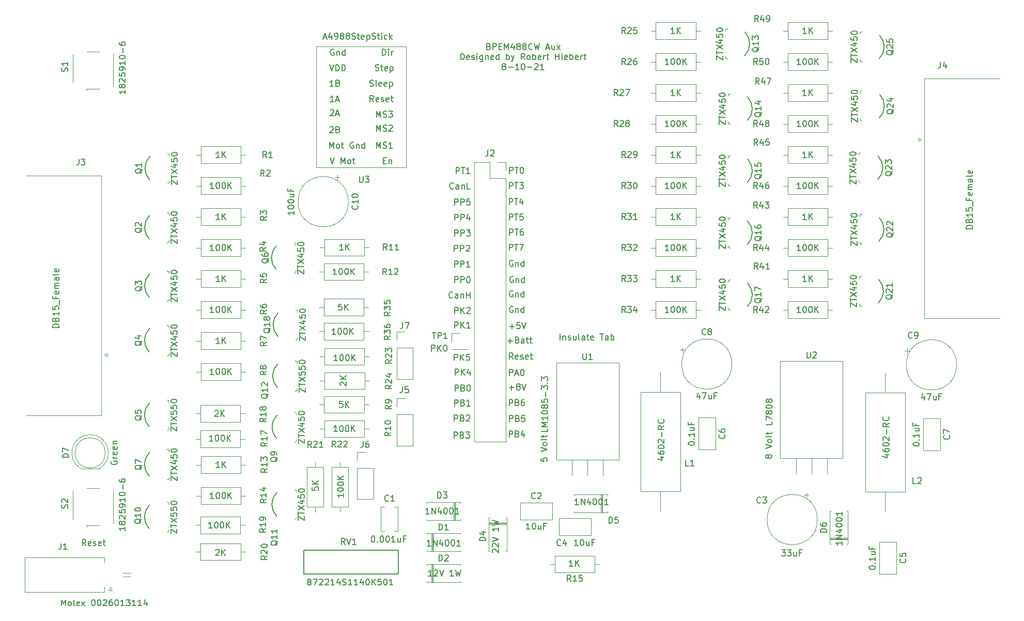
<source format=gbr>
%TF.GenerationSoftware,KiCad,Pcbnew,(5.1.6)-1*%
%TF.CreationDate,2021-08-21T15:03:11-07:00*%
%TF.ProjectId,BPEM488CWaux,4250454d-3438-4384-9357-6175782e6b69,rev?*%
%TF.SameCoordinates,Original*%
%TF.FileFunction,Legend,Top*%
%TF.FilePolarity,Positive*%
%FSLAX46Y46*%
G04 Gerber Fmt 4.6, Leading zero omitted, Abs format (unit mm)*
G04 Created by KiCad (PCBNEW (5.1.6)-1) date 2021-08-21 15:03:11*
%MOMM*%
%LPD*%
G01*
G04 APERTURE LIST*
%ADD10C,0.150000*%
%ADD11C,0.120000*%
%ADD12C,0.100000*%
G04 APERTURE END LIST*
D10*
X117625952Y-79293980D02*
X117625952Y-78293980D01*
X118006904Y-78293980D01*
X118102142Y-78341600D01*
X118149761Y-78389219D01*
X118197380Y-78484457D01*
X118197380Y-78627314D01*
X118149761Y-78722552D01*
X118102142Y-78770171D01*
X118006904Y-78817790D01*
X117625952Y-78817790D01*
X118483095Y-78293980D02*
X119054523Y-78293980D01*
X118768809Y-79293980D02*
X118768809Y-78293980D01*
X119911666Y-79293980D02*
X119340238Y-79293980D01*
X119625952Y-79293980D02*
X119625952Y-78293980D01*
X119530714Y-78436838D01*
X119435476Y-78532076D01*
X119340238Y-78579695D01*
X117211600Y-81687942D02*
X117163980Y-81735561D01*
X117021123Y-81783180D01*
X116925885Y-81783180D01*
X116783028Y-81735561D01*
X116687790Y-81640323D01*
X116640171Y-81545085D01*
X116592552Y-81354609D01*
X116592552Y-81211752D01*
X116640171Y-81021276D01*
X116687790Y-80926038D01*
X116783028Y-80830800D01*
X116925885Y-80783180D01*
X117021123Y-80783180D01*
X117163980Y-80830800D01*
X117211600Y-80878419D01*
X118068742Y-81783180D02*
X118068742Y-81259371D01*
X118021123Y-81164133D01*
X117925885Y-81116514D01*
X117735409Y-81116514D01*
X117640171Y-81164133D01*
X118068742Y-81735561D02*
X117973504Y-81783180D01*
X117735409Y-81783180D01*
X117640171Y-81735561D01*
X117592552Y-81640323D01*
X117592552Y-81545085D01*
X117640171Y-81449847D01*
X117735409Y-81402228D01*
X117973504Y-81402228D01*
X118068742Y-81354609D01*
X118544933Y-81116514D02*
X118544933Y-81783180D01*
X118544933Y-81211752D02*
X118592552Y-81164133D01*
X118687790Y-81116514D01*
X118830647Y-81116514D01*
X118925885Y-81164133D01*
X118973504Y-81259371D01*
X118973504Y-81783180D01*
X119925885Y-81783180D02*
X119449695Y-81783180D01*
X119449695Y-80783180D01*
X117405304Y-84424780D02*
X117405304Y-83424780D01*
X117786257Y-83424780D01*
X117881495Y-83472400D01*
X117929114Y-83520019D01*
X117976733Y-83615257D01*
X117976733Y-83758114D01*
X117929114Y-83853352D01*
X117881495Y-83900971D01*
X117786257Y-83948590D01*
X117405304Y-83948590D01*
X118405304Y-84424780D02*
X118405304Y-83424780D01*
X118786257Y-83424780D01*
X118881495Y-83472400D01*
X118929114Y-83520019D01*
X118976733Y-83615257D01*
X118976733Y-83758114D01*
X118929114Y-83853352D01*
X118881495Y-83900971D01*
X118786257Y-83948590D01*
X118405304Y-83948590D01*
X119881495Y-83424780D02*
X119405304Y-83424780D01*
X119357685Y-83900971D01*
X119405304Y-83853352D01*
X119500542Y-83805733D01*
X119738638Y-83805733D01*
X119833876Y-83853352D01*
X119881495Y-83900971D01*
X119929114Y-83996209D01*
X119929114Y-84234304D01*
X119881495Y-84329542D01*
X119833876Y-84377161D01*
X119738638Y-84424780D01*
X119500542Y-84424780D01*
X119405304Y-84377161D01*
X119357685Y-84329542D01*
X117405304Y-86939380D02*
X117405304Y-85939380D01*
X117786257Y-85939380D01*
X117881495Y-85987000D01*
X117929114Y-86034619D01*
X117976733Y-86129857D01*
X117976733Y-86272714D01*
X117929114Y-86367952D01*
X117881495Y-86415571D01*
X117786257Y-86463190D01*
X117405304Y-86463190D01*
X118405304Y-86939380D02*
X118405304Y-85939380D01*
X118786257Y-85939380D01*
X118881495Y-85987000D01*
X118929114Y-86034619D01*
X118976733Y-86129857D01*
X118976733Y-86272714D01*
X118929114Y-86367952D01*
X118881495Y-86415571D01*
X118786257Y-86463190D01*
X118405304Y-86463190D01*
X119833876Y-86272714D02*
X119833876Y-86939380D01*
X119595780Y-85891761D02*
X119357685Y-86606047D01*
X119976733Y-86606047D01*
X117405304Y-89504780D02*
X117405304Y-88504780D01*
X117786257Y-88504780D01*
X117881495Y-88552400D01*
X117929114Y-88600019D01*
X117976733Y-88695257D01*
X117976733Y-88838114D01*
X117929114Y-88933352D01*
X117881495Y-88980971D01*
X117786257Y-89028590D01*
X117405304Y-89028590D01*
X118405304Y-89504780D02*
X118405304Y-88504780D01*
X118786257Y-88504780D01*
X118881495Y-88552400D01*
X118929114Y-88600019D01*
X118976733Y-88695257D01*
X118976733Y-88838114D01*
X118929114Y-88933352D01*
X118881495Y-88980971D01*
X118786257Y-89028590D01*
X118405304Y-89028590D01*
X119310066Y-88504780D02*
X119929114Y-88504780D01*
X119595780Y-88885733D01*
X119738638Y-88885733D01*
X119833876Y-88933352D01*
X119881495Y-88980971D01*
X119929114Y-89076209D01*
X119929114Y-89314304D01*
X119881495Y-89409542D01*
X119833876Y-89457161D01*
X119738638Y-89504780D01*
X119452923Y-89504780D01*
X119357685Y-89457161D01*
X119310066Y-89409542D01*
X117354504Y-92019380D02*
X117354504Y-91019380D01*
X117735457Y-91019380D01*
X117830695Y-91067000D01*
X117878314Y-91114619D01*
X117925933Y-91209857D01*
X117925933Y-91352714D01*
X117878314Y-91447952D01*
X117830695Y-91495571D01*
X117735457Y-91543190D01*
X117354504Y-91543190D01*
X118354504Y-92019380D02*
X118354504Y-91019380D01*
X118735457Y-91019380D01*
X118830695Y-91067000D01*
X118878314Y-91114619D01*
X118925933Y-91209857D01*
X118925933Y-91352714D01*
X118878314Y-91447952D01*
X118830695Y-91495571D01*
X118735457Y-91543190D01*
X118354504Y-91543190D01*
X119306885Y-91114619D02*
X119354504Y-91067000D01*
X119449742Y-91019380D01*
X119687838Y-91019380D01*
X119783076Y-91067000D01*
X119830695Y-91114619D01*
X119878314Y-91209857D01*
X119878314Y-91305095D01*
X119830695Y-91447952D01*
X119259266Y-92019380D01*
X119878314Y-92019380D01*
X117379904Y-94584780D02*
X117379904Y-93584780D01*
X117760857Y-93584780D01*
X117856095Y-93632400D01*
X117903714Y-93680019D01*
X117951333Y-93775257D01*
X117951333Y-93918114D01*
X117903714Y-94013352D01*
X117856095Y-94060971D01*
X117760857Y-94108590D01*
X117379904Y-94108590D01*
X118379904Y-94584780D02*
X118379904Y-93584780D01*
X118760857Y-93584780D01*
X118856095Y-93632400D01*
X118903714Y-93680019D01*
X118951333Y-93775257D01*
X118951333Y-93918114D01*
X118903714Y-94013352D01*
X118856095Y-94060971D01*
X118760857Y-94108590D01*
X118379904Y-94108590D01*
X119903714Y-94584780D02*
X119332285Y-94584780D01*
X119618000Y-94584780D02*
X119618000Y-93584780D01*
X119522761Y-93727638D01*
X119427523Y-93822876D01*
X119332285Y-93870495D01*
X117405304Y-97150180D02*
X117405304Y-96150180D01*
X117786257Y-96150180D01*
X117881495Y-96197800D01*
X117929114Y-96245419D01*
X117976733Y-96340657D01*
X117976733Y-96483514D01*
X117929114Y-96578752D01*
X117881495Y-96626371D01*
X117786257Y-96673990D01*
X117405304Y-96673990D01*
X118405304Y-97150180D02*
X118405304Y-96150180D01*
X118786257Y-96150180D01*
X118881495Y-96197800D01*
X118929114Y-96245419D01*
X118976733Y-96340657D01*
X118976733Y-96483514D01*
X118929114Y-96578752D01*
X118881495Y-96626371D01*
X118786257Y-96673990D01*
X118405304Y-96673990D01*
X119595780Y-96150180D02*
X119691019Y-96150180D01*
X119786257Y-96197800D01*
X119833876Y-96245419D01*
X119881495Y-96340657D01*
X119929114Y-96531133D01*
X119929114Y-96769228D01*
X119881495Y-96959704D01*
X119833876Y-97054942D01*
X119786257Y-97102561D01*
X119691019Y-97150180D01*
X119595780Y-97150180D01*
X119500542Y-97102561D01*
X119452923Y-97054942D01*
X119405304Y-96959704D01*
X119357685Y-96769228D01*
X119357685Y-96531133D01*
X119405304Y-96340657D01*
X119452923Y-96245419D01*
X119500542Y-96197800D01*
X119595780Y-96150180D01*
X117092552Y-99569542D02*
X117044933Y-99617161D01*
X116902076Y-99664780D01*
X116806838Y-99664780D01*
X116663980Y-99617161D01*
X116568742Y-99521923D01*
X116521123Y-99426685D01*
X116473504Y-99236209D01*
X116473504Y-99093352D01*
X116521123Y-98902876D01*
X116568742Y-98807638D01*
X116663980Y-98712400D01*
X116806838Y-98664780D01*
X116902076Y-98664780D01*
X117044933Y-98712400D01*
X117092552Y-98760019D01*
X117949695Y-99664780D02*
X117949695Y-99140971D01*
X117902076Y-99045733D01*
X117806838Y-98998114D01*
X117616361Y-98998114D01*
X117521123Y-99045733D01*
X117949695Y-99617161D02*
X117854457Y-99664780D01*
X117616361Y-99664780D01*
X117521123Y-99617161D01*
X117473504Y-99521923D01*
X117473504Y-99426685D01*
X117521123Y-99331447D01*
X117616361Y-99283828D01*
X117854457Y-99283828D01*
X117949695Y-99236209D01*
X118425885Y-98998114D02*
X118425885Y-99664780D01*
X118425885Y-99093352D02*
X118473504Y-99045733D01*
X118568742Y-98998114D01*
X118711600Y-98998114D01*
X118806838Y-99045733D01*
X118854457Y-99140971D01*
X118854457Y-99664780D01*
X119330647Y-99664780D02*
X119330647Y-98664780D01*
X119330647Y-99140971D02*
X119902076Y-99140971D01*
X119902076Y-99664780D02*
X119902076Y-98664780D01*
X117405304Y-102204780D02*
X117405304Y-101204780D01*
X117786257Y-101204780D01*
X117881495Y-101252400D01*
X117929114Y-101300019D01*
X117976733Y-101395257D01*
X117976733Y-101538114D01*
X117929114Y-101633352D01*
X117881495Y-101680971D01*
X117786257Y-101728590D01*
X117405304Y-101728590D01*
X118405304Y-102204780D02*
X118405304Y-101204780D01*
X118976733Y-102204780D02*
X118548161Y-101633352D01*
X118976733Y-101204780D02*
X118405304Y-101776209D01*
X119357685Y-101300019D02*
X119405304Y-101252400D01*
X119500542Y-101204780D01*
X119738638Y-101204780D01*
X119833876Y-101252400D01*
X119881495Y-101300019D01*
X119929114Y-101395257D01*
X119929114Y-101490495D01*
X119881495Y-101633352D01*
X119310066Y-102204780D01*
X119929114Y-102204780D01*
X117405304Y-104617780D02*
X117405304Y-103617780D01*
X117786257Y-103617780D01*
X117881495Y-103665400D01*
X117929114Y-103713019D01*
X117976733Y-103808257D01*
X117976733Y-103951114D01*
X117929114Y-104046352D01*
X117881495Y-104093971D01*
X117786257Y-104141590D01*
X117405304Y-104141590D01*
X118405304Y-104617780D02*
X118405304Y-103617780D01*
X118976733Y-104617780D02*
X118548161Y-104046352D01*
X118976733Y-103617780D02*
X118405304Y-104189209D01*
X119929114Y-104617780D02*
X119357685Y-104617780D01*
X119643400Y-104617780D02*
X119643400Y-103617780D01*
X119548161Y-103760638D01*
X119452923Y-103855876D01*
X119357685Y-103903495D01*
X117354504Y-109875580D02*
X117354504Y-108875580D01*
X117735457Y-108875580D01*
X117830695Y-108923200D01*
X117878314Y-108970819D01*
X117925933Y-109066057D01*
X117925933Y-109208914D01*
X117878314Y-109304152D01*
X117830695Y-109351771D01*
X117735457Y-109399390D01*
X117354504Y-109399390D01*
X118354504Y-109875580D02*
X118354504Y-108875580D01*
X118925933Y-109875580D02*
X118497361Y-109304152D01*
X118925933Y-108875580D02*
X118354504Y-109447009D01*
X119830695Y-108875580D02*
X119354504Y-108875580D01*
X119306885Y-109351771D01*
X119354504Y-109304152D01*
X119449742Y-109256533D01*
X119687838Y-109256533D01*
X119783076Y-109304152D01*
X119830695Y-109351771D01*
X119878314Y-109447009D01*
X119878314Y-109685104D01*
X119830695Y-109780342D01*
X119783076Y-109827961D01*
X119687838Y-109875580D01*
X119449742Y-109875580D01*
X119354504Y-109827961D01*
X119306885Y-109780342D01*
X117481504Y-112313980D02*
X117481504Y-111313980D01*
X117862457Y-111313980D01*
X117957695Y-111361600D01*
X118005314Y-111409219D01*
X118052933Y-111504457D01*
X118052933Y-111647314D01*
X118005314Y-111742552D01*
X117957695Y-111790171D01*
X117862457Y-111837790D01*
X117481504Y-111837790D01*
X118481504Y-112313980D02*
X118481504Y-111313980D01*
X119052933Y-112313980D02*
X118624361Y-111742552D01*
X119052933Y-111313980D02*
X118481504Y-111885409D01*
X119910076Y-111647314D02*
X119910076Y-112313980D01*
X119671980Y-111266361D02*
X119433885Y-111980647D01*
X120052933Y-111980647D01*
X117456104Y-114904780D02*
X117456104Y-113904780D01*
X117837057Y-113904780D01*
X117932295Y-113952400D01*
X117979914Y-114000019D01*
X118027533Y-114095257D01*
X118027533Y-114238114D01*
X117979914Y-114333352D01*
X117932295Y-114380971D01*
X117837057Y-114428590D01*
X117456104Y-114428590D01*
X118789438Y-114380971D02*
X118932295Y-114428590D01*
X118979914Y-114476209D01*
X119027533Y-114571447D01*
X119027533Y-114714304D01*
X118979914Y-114809542D01*
X118932295Y-114857161D01*
X118837057Y-114904780D01*
X118456104Y-114904780D01*
X118456104Y-113904780D01*
X118789438Y-113904780D01*
X118884676Y-113952400D01*
X118932295Y-114000019D01*
X118979914Y-114095257D01*
X118979914Y-114190495D01*
X118932295Y-114285733D01*
X118884676Y-114333352D01*
X118789438Y-114380971D01*
X118456104Y-114380971D01*
X119646580Y-113904780D02*
X119741819Y-113904780D01*
X119837057Y-113952400D01*
X119884676Y-114000019D01*
X119932295Y-114095257D01*
X119979914Y-114285733D01*
X119979914Y-114523828D01*
X119932295Y-114714304D01*
X119884676Y-114809542D01*
X119837057Y-114857161D01*
X119741819Y-114904780D01*
X119646580Y-114904780D01*
X119551342Y-114857161D01*
X119503723Y-114809542D01*
X119456104Y-114714304D01*
X119408485Y-114523828D01*
X119408485Y-114285733D01*
X119456104Y-114095257D01*
X119503723Y-114000019D01*
X119551342Y-113952400D01*
X119646580Y-113904780D01*
X117405304Y-117343180D02*
X117405304Y-116343180D01*
X117786257Y-116343180D01*
X117881495Y-116390800D01*
X117929114Y-116438419D01*
X117976733Y-116533657D01*
X117976733Y-116676514D01*
X117929114Y-116771752D01*
X117881495Y-116819371D01*
X117786257Y-116866990D01*
X117405304Y-116866990D01*
X118738638Y-116819371D02*
X118881495Y-116866990D01*
X118929114Y-116914609D01*
X118976733Y-117009847D01*
X118976733Y-117152704D01*
X118929114Y-117247942D01*
X118881495Y-117295561D01*
X118786257Y-117343180D01*
X118405304Y-117343180D01*
X118405304Y-116343180D01*
X118738638Y-116343180D01*
X118833876Y-116390800D01*
X118881495Y-116438419D01*
X118929114Y-116533657D01*
X118929114Y-116628895D01*
X118881495Y-116724133D01*
X118833876Y-116771752D01*
X118738638Y-116819371D01*
X118405304Y-116819371D01*
X119929114Y-117343180D02*
X119357685Y-117343180D01*
X119643400Y-117343180D02*
X119643400Y-116343180D01*
X119548161Y-116486038D01*
X119452923Y-116581276D01*
X119357685Y-116628895D01*
X117354504Y-119857780D02*
X117354504Y-118857780D01*
X117735457Y-118857780D01*
X117830695Y-118905400D01*
X117878314Y-118953019D01*
X117925933Y-119048257D01*
X117925933Y-119191114D01*
X117878314Y-119286352D01*
X117830695Y-119333971D01*
X117735457Y-119381590D01*
X117354504Y-119381590D01*
X118687838Y-119333971D02*
X118830695Y-119381590D01*
X118878314Y-119429209D01*
X118925933Y-119524447D01*
X118925933Y-119667304D01*
X118878314Y-119762542D01*
X118830695Y-119810161D01*
X118735457Y-119857780D01*
X118354504Y-119857780D01*
X118354504Y-118857780D01*
X118687838Y-118857780D01*
X118783076Y-118905400D01*
X118830695Y-118953019D01*
X118878314Y-119048257D01*
X118878314Y-119143495D01*
X118830695Y-119238733D01*
X118783076Y-119286352D01*
X118687838Y-119333971D01*
X118354504Y-119333971D01*
X119306885Y-118953019D02*
X119354504Y-118905400D01*
X119449742Y-118857780D01*
X119687838Y-118857780D01*
X119783076Y-118905400D01*
X119830695Y-118953019D01*
X119878314Y-119048257D01*
X119878314Y-119143495D01*
X119830695Y-119286352D01*
X119259266Y-119857780D01*
X119878314Y-119857780D01*
X117303704Y-122651780D02*
X117303704Y-121651780D01*
X117684657Y-121651780D01*
X117779895Y-121699400D01*
X117827514Y-121747019D01*
X117875133Y-121842257D01*
X117875133Y-121985114D01*
X117827514Y-122080352D01*
X117779895Y-122127971D01*
X117684657Y-122175590D01*
X117303704Y-122175590D01*
X118637038Y-122127971D02*
X118779895Y-122175590D01*
X118827514Y-122223209D01*
X118875133Y-122318447D01*
X118875133Y-122461304D01*
X118827514Y-122556542D01*
X118779895Y-122604161D01*
X118684657Y-122651780D01*
X118303704Y-122651780D01*
X118303704Y-121651780D01*
X118637038Y-121651780D01*
X118732276Y-121699400D01*
X118779895Y-121747019D01*
X118827514Y-121842257D01*
X118827514Y-121937495D01*
X118779895Y-122032733D01*
X118732276Y-122080352D01*
X118637038Y-122127971D01*
X118303704Y-122127971D01*
X119208466Y-121651780D02*
X119827514Y-121651780D01*
X119494180Y-122032733D01*
X119637038Y-122032733D01*
X119732276Y-122080352D01*
X119779895Y-122127971D01*
X119827514Y-122223209D01*
X119827514Y-122461304D01*
X119779895Y-122556542D01*
X119732276Y-122604161D01*
X119637038Y-122651780D01*
X119351323Y-122651780D01*
X119256085Y-122604161D01*
X119208466Y-122556542D01*
X126346104Y-122448580D02*
X126346104Y-121448580D01*
X126727057Y-121448580D01*
X126822295Y-121496200D01*
X126869914Y-121543819D01*
X126917533Y-121639057D01*
X126917533Y-121781914D01*
X126869914Y-121877152D01*
X126822295Y-121924771D01*
X126727057Y-121972390D01*
X126346104Y-121972390D01*
X127679438Y-121924771D02*
X127822295Y-121972390D01*
X127869914Y-122020009D01*
X127917533Y-122115247D01*
X127917533Y-122258104D01*
X127869914Y-122353342D01*
X127822295Y-122400961D01*
X127727057Y-122448580D01*
X127346104Y-122448580D01*
X127346104Y-121448580D01*
X127679438Y-121448580D01*
X127774676Y-121496200D01*
X127822295Y-121543819D01*
X127869914Y-121639057D01*
X127869914Y-121734295D01*
X127822295Y-121829533D01*
X127774676Y-121877152D01*
X127679438Y-121924771D01*
X127346104Y-121924771D01*
X128774676Y-121781914D02*
X128774676Y-122448580D01*
X128536580Y-121400961D02*
X128298485Y-122115247D01*
X128917533Y-122115247D01*
X126396904Y-119908580D02*
X126396904Y-118908580D01*
X126777857Y-118908580D01*
X126873095Y-118956200D01*
X126920714Y-119003819D01*
X126968333Y-119099057D01*
X126968333Y-119241914D01*
X126920714Y-119337152D01*
X126873095Y-119384771D01*
X126777857Y-119432390D01*
X126396904Y-119432390D01*
X127730238Y-119384771D02*
X127873095Y-119432390D01*
X127920714Y-119480009D01*
X127968333Y-119575247D01*
X127968333Y-119718104D01*
X127920714Y-119813342D01*
X127873095Y-119860961D01*
X127777857Y-119908580D01*
X127396904Y-119908580D01*
X127396904Y-118908580D01*
X127730238Y-118908580D01*
X127825476Y-118956200D01*
X127873095Y-119003819D01*
X127920714Y-119099057D01*
X127920714Y-119194295D01*
X127873095Y-119289533D01*
X127825476Y-119337152D01*
X127730238Y-119384771D01*
X127396904Y-119384771D01*
X128873095Y-118908580D02*
X128396904Y-118908580D01*
X128349285Y-119384771D01*
X128396904Y-119337152D01*
X128492142Y-119289533D01*
X128730238Y-119289533D01*
X128825476Y-119337152D01*
X128873095Y-119384771D01*
X128920714Y-119480009D01*
X128920714Y-119718104D01*
X128873095Y-119813342D01*
X128825476Y-119860961D01*
X128730238Y-119908580D01*
X128492142Y-119908580D01*
X128396904Y-119860961D01*
X128349285Y-119813342D01*
X126346104Y-117317780D02*
X126346104Y-116317780D01*
X126727057Y-116317780D01*
X126822295Y-116365400D01*
X126869914Y-116413019D01*
X126917533Y-116508257D01*
X126917533Y-116651114D01*
X126869914Y-116746352D01*
X126822295Y-116793971D01*
X126727057Y-116841590D01*
X126346104Y-116841590D01*
X127679438Y-116793971D02*
X127822295Y-116841590D01*
X127869914Y-116889209D01*
X127917533Y-116984447D01*
X127917533Y-117127304D01*
X127869914Y-117222542D01*
X127822295Y-117270161D01*
X127727057Y-117317780D01*
X127346104Y-117317780D01*
X127346104Y-116317780D01*
X127679438Y-116317780D01*
X127774676Y-116365400D01*
X127822295Y-116413019D01*
X127869914Y-116508257D01*
X127869914Y-116603495D01*
X127822295Y-116698733D01*
X127774676Y-116746352D01*
X127679438Y-116793971D01*
X127346104Y-116793971D01*
X128774676Y-116317780D02*
X128584200Y-116317780D01*
X128488961Y-116365400D01*
X128441342Y-116413019D01*
X128346104Y-116555876D01*
X128298485Y-116746352D01*
X128298485Y-117127304D01*
X128346104Y-117222542D01*
X128393723Y-117270161D01*
X128488961Y-117317780D01*
X128679438Y-117317780D01*
X128774676Y-117270161D01*
X128822295Y-117222542D01*
X128869914Y-117127304D01*
X128869914Y-116889209D01*
X128822295Y-116793971D01*
X128774676Y-116746352D01*
X128679438Y-116698733D01*
X128488961Y-116698733D01*
X128393723Y-116746352D01*
X128346104Y-116793971D01*
X128298485Y-116889209D01*
X126349285Y-114346028D02*
X127111190Y-114346028D01*
X126730238Y-114726980D02*
X126730238Y-113965076D01*
X127730238Y-114155552D02*
X127635000Y-114107933D01*
X127587380Y-114060314D01*
X127539761Y-113965076D01*
X127539761Y-113917457D01*
X127587380Y-113822219D01*
X127635000Y-113774600D01*
X127730238Y-113726980D01*
X127920714Y-113726980D01*
X128015952Y-113774600D01*
X128063571Y-113822219D01*
X128111190Y-113917457D01*
X128111190Y-113965076D01*
X128063571Y-114060314D01*
X128015952Y-114107933D01*
X127920714Y-114155552D01*
X127730238Y-114155552D01*
X127635000Y-114203171D01*
X127587380Y-114250790D01*
X127539761Y-114346028D01*
X127539761Y-114536504D01*
X127587380Y-114631742D01*
X127635000Y-114679361D01*
X127730238Y-114726980D01*
X127920714Y-114726980D01*
X128015952Y-114679361D01*
X128063571Y-114631742D01*
X128111190Y-114536504D01*
X128111190Y-114346028D01*
X128063571Y-114250790D01*
X128015952Y-114203171D01*
X127920714Y-114155552D01*
X128396904Y-113726980D02*
X128730238Y-114726980D01*
X129063571Y-113726980D01*
X126392133Y-112364780D02*
X126392133Y-111364780D01*
X126773085Y-111364780D01*
X126868323Y-111412400D01*
X126915942Y-111460019D01*
X126963561Y-111555257D01*
X126963561Y-111698114D01*
X126915942Y-111793352D01*
X126868323Y-111840971D01*
X126773085Y-111888590D01*
X126392133Y-111888590D01*
X127344514Y-112079066D02*
X127820704Y-112079066D01*
X127249276Y-112364780D02*
X127582609Y-111364780D01*
X127915942Y-112364780D01*
X128439752Y-111364780D02*
X128534990Y-111364780D01*
X128630228Y-111412400D01*
X128677847Y-111460019D01*
X128725466Y-111555257D01*
X128773085Y-111745733D01*
X128773085Y-111983828D01*
X128725466Y-112174304D01*
X128677847Y-112269542D01*
X128630228Y-112317161D01*
X128534990Y-112364780D01*
X128439752Y-112364780D01*
X128344514Y-112317161D01*
X128296895Y-112269542D01*
X128249276Y-112174304D01*
X128201657Y-111983828D01*
X128201657Y-111745733D01*
X128249276Y-111555257D01*
X128296895Y-111460019D01*
X128344514Y-111412400D01*
X128439752Y-111364780D01*
X126955704Y-109697780D02*
X126622371Y-109221590D01*
X126384276Y-109697780D02*
X126384276Y-108697780D01*
X126765228Y-108697780D01*
X126860466Y-108745400D01*
X126908085Y-108793019D01*
X126955704Y-108888257D01*
X126955704Y-109031114D01*
X126908085Y-109126352D01*
X126860466Y-109173971D01*
X126765228Y-109221590D01*
X126384276Y-109221590D01*
X127765228Y-109650161D02*
X127669990Y-109697780D01*
X127479514Y-109697780D01*
X127384276Y-109650161D01*
X127336657Y-109554923D01*
X127336657Y-109173971D01*
X127384276Y-109078733D01*
X127479514Y-109031114D01*
X127669990Y-109031114D01*
X127765228Y-109078733D01*
X127812847Y-109173971D01*
X127812847Y-109269209D01*
X127336657Y-109364447D01*
X128193800Y-109650161D02*
X128289038Y-109697780D01*
X128479514Y-109697780D01*
X128574752Y-109650161D01*
X128622371Y-109554923D01*
X128622371Y-109507304D01*
X128574752Y-109412066D01*
X128479514Y-109364447D01*
X128336657Y-109364447D01*
X128241419Y-109316828D01*
X128193800Y-109221590D01*
X128193800Y-109173971D01*
X128241419Y-109078733D01*
X128336657Y-109031114D01*
X128479514Y-109031114D01*
X128574752Y-109078733D01*
X129431895Y-109650161D02*
X129336657Y-109697780D01*
X129146180Y-109697780D01*
X129050942Y-109650161D01*
X129003323Y-109554923D01*
X129003323Y-109173971D01*
X129050942Y-109078733D01*
X129146180Y-109031114D01*
X129336657Y-109031114D01*
X129431895Y-109078733D01*
X129479514Y-109173971D01*
X129479514Y-109269209D01*
X129003323Y-109364447D01*
X129765228Y-109031114D02*
X130146180Y-109031114D01*
X129908085Y-108697780D02*
X129908085Y-109554923D01*
X129955704Y-109650161D01*
X130050942Y-109697780D01*
X130146180Y-109697780D01*
X126111238Y-106675228D02*
X126873142Y-106675228D01*
X126492190Y-107056180D02*
X126492190Y-106294276D01*
X127682666Y-106532371D02*
X127825523Y-106579990D01*
X127873142Y-106627609D01*
X127920761Y-106722847D01*
X127920761Y-106865704D01*
X127873142Y-106960942D01*
X127825523Y-107008561D01*
X127730285Y-107056180D01*
X127349333Y-107056180D01*
X127349333Y-106056180D01*
X127682666Y-106056180D01*
X127777904Y-106103800D01*
X127825523Y-106151419D01*
X127873142Y-106246657D01*
X127873142Y-106341895D01*
X127825523Y-106437133D01*
X127777904Y-106484752D01*
X127682666Y-106532371D01*
X127349333Y-106532371D01*
X128777904Y-107056180D02*
X128777904Y-106532371D01*
X128730285Y-106437133D01*
X128635047Y-106389514D01*
X128444571Y-106389514D01*
X128349333Y-106437133D01*
X128777904Y-107008561D02*
X128682666Y-107056180D01*
X128444571Y-107056180D01*
X128349333Y-107008561D01*
X128301714Y-106913323D01*
X128301714Y-106818085D01*
X128349333Y-106722847D01*
X128444571Y-106675228D01*
X128682666Y-106675228D01*
X128777904Y-106627609D01*
X129111238Y-106389514D02*
X129492190Y-106389514D01*
X129254095Y-106056180D02*
X129254095Y-106913323D01*
X129301714Y-107008561D01*
X129396952Y-107056180D01*
X129492190Y-107056180D01*
X129682666Y-106389514D02*
X130063619Y-106389514D01*
X129825523Y-106056180D02*
X129825523Y-106913323D01*
X129873142Y-107008561D01*
X129968380Y-107056180D01*
X130063619Y-107056180D01*
X126374685Y-104313028D02*
X127136590Y-104313028D01*
X126755638Y-104693980D02*
X126755638Y-103932076D01*
X128088971Y-103693980D02*
X127612780Y-103693980D01*
X127565161Y-104170171D01*
X127612780Y-104122552D01*
X127708019Y-104074933D01*
X127946114Y-104074933D01*
X128041352Y-104122552D01*
X128088971Y-104170171D01*
X128136590Y-104265409D01*
X128136590Y-104503504D01*
X128088971Y-104598742D01*
X128041352Y-104646361D01*
X127946114Y-104693980D01*
X127708019Y-104693980D01*
X127612780Y-104646361D01*
X127565161Y-104598742D01*
X128422304Y-103693980D02*
X128755638Y-104693980D01*
X129088971Y-103693980D01*
X126941342Y-101074600D02*
X126846104Y-101026980D01*
X126703247Y-101026980D01*
X126560390Y-101074600D01*
X126465152Y-101169838D01*
X126417533Y-101265076D01*
X126369914Y-101455552D01*
X126369914Y-101598409D01*
X126417533Y-101788885D01*
X126465152Y-101884123D01*
X126560390Y-101979361D01*
X126703247Y-102026980D01*
X126798485Y-102026980D01*
X126941342Y-101979361D01*
X126988961Y-101931742D01*
X126988961Y-101598409D01*
X126798485Y-101598409D01*
X127417533Y-101360314D02*
X127417533Y-102026980D01*
X127417533Y-101455552D02*
X127465152Y-101407933D01*
X127560390Y-101360314D01*
X127703247Y-101360314D01*
X127798485Y-101407933D01*
X127846104Y-101503171D01*
X127846104Y-102026980D01*
X128750866Y-102026980D02*
X128750866Y-101026980D01*
X128750866Y-101979361D02*
X128655628Y-102026980D01*
X128465152Y-102026980D01*
X128369914Y-101979361D01*
X128322295Y-101931742D01*
X128274676Y-101836504D01*
X128274676Y-101550790D01*
X128322295Y-101455552D01*
X128369914Y-101407933D01*
X128465152Y-101360314D01*
X128655628Y-101360314D01*
X128750866Y-101407933D01*
X126941342Y-98534600D02*
X126846104Y-98486980D01*
X126703247Y-98486980D01*
X126560390Y-98534600D01*
X126465152Y-98629838D01*
X126417533Y-98725076D01*
X126369914Y-98915552D01*
X126369914Y-99058409D01*
X126417533Y-99248885D01*
X126465152Y-99344123D01*
X126560390Y-99439361D01*
X126703247Y-99486980D01*
X126798485Y-99486980D01*
X126941342Y-99439361D01*
X126988961Y-99391742D01*
X126988961Y-99058409D01*
X126798485Y-99058409D01*
X127417533Y-98820314D02*
X127417533Y-99486980D01*
X127417533Y-98915552D02*
X127465152Y-98867933D01*
X127560390Y-98820314D01*
X127703247Y-98820314D01*
X127798485Y-98867933D01*
X127846104Y-98963171D01*
X127846104Y-99486980D01*
X128750866Y-99486980D02*
X128750866Y-98486980D01*
X128750866Y-99439361D02*
X128655628Y-99486980D01*
X128465152Y-99486980D01*
X128369914Y-99439361D01*
X128322295Y-99391742D01*
X128274676Y-99296504D01*
X128274676Y-99010790D01*
X128322295Y-98915552D01*
X128369914Y-98867933D01*
X128465152Y-98820314D01*
X128655628Y-98820314D01*
X128750866Y-98867933D01*
X126992142Y-96172400D02*
X126896904Y-96124780D01*
X126754047Y-96124780D01*
X126611190Y-96172400D01*
X126515952Y-96267638D01*
X126468333Y-96362876D01*
X126420714Y-96553352D01*
X126420714Y-96696209D01*
X126468333Y-96886685D01*
X126515952Y-96981923D01*
X126611190Y-97077161D01*
X126754047Y-97124780D01*
X126849285Y-97124780D01*
X126992142Y-97077161D01*
X127039761Y-97029542D01*
X127039761Y-96696209D01*
X126849285Y-96696209D01*
X127468333Y-96458114D02*
X127468333Y-97124780D01*
X127468333Y-96553352D02*
X127515952Y-96505733D01*
X127611190Y-96458114D01*
X127754047Y-96458114D01*
X127849285Y-96505733D01*
X127896904Y-96600971D01*
X127896904Y-97124780D01*
X128801666Y-97124780D02*
X128801666Y-96124780D01*
X128801666Y-97077161D02*
X128706428Y-97124780D01*
X128515952Y-97124780D01*
X128420714Y-97077161D01*
X128373095Y-97029542D01*
X128325476Y-96934304D01*
X128325476Y-96648590D01*
X128373095Y-96553352D01*
X128420714Y-96505733D01*
X128515952Y-96458114D01*
X128706428Y-96458114D01*
X128801666Y-96505733D01*
X126941342Y-93530800D02*
X126846104Y-93483180D01*
X126703247Y-93483180D01*
X126560390Y-93530800D01*
X126465152Y-93626038D01*
X126417533Y-93721276D01*
X126369914Y-93911752D01*
X126369914Y-94054609D01*
X126417533Y-94245085D01*
X126465152Y-94340323D01*
X126560390Y-94435561D01*
X126703247Y-94483180D01*
X126798485Y-94483180D01*
X126941342Y-94435561D01*
X126988961Y-94387942D01*
X126988961Y-94054609D01*
X126798485Y-94054609D01*
X127417533Y-93816514D02*
X127417533Y-94483180D01*
X127417533Y-93911752D02*
X127465152Y-93864133D01*
X127560390Y-93816514D01*
X127703247Y-93816514D01*
X127798485Y-93864133D01*
X127846104Y-93959371D01*
X127846104Y-94483180D01*
X128750866Y-94483180D02*
X128750866Y-93483180D01*
X128750866Y-94435561D02*
X128655628Y-94483180D01*
X128465152Y-94483180D01*
X128369914Y-94435561D01*
X128322295Y-94387942D01*
X128274676Y-94292704D01*
X128274676Y-94006990D01*
X128322295Y-93911752D01*
X128369914Y-93864133D01*
X128465152Y-93816514D01*
X128655628Y-93816514D01*
X128750866Y-93864133D01*
X126363552Y-91841580D02*
X126363552Y-90841580D01*
X126744504Y-90841580D01*
X126839742Y-90889200D01*
X126887361Y-90936819D01*
X126934980Y-91032057D01*
X126934980Y-91174914D01*
X126887361Y-91270152D01*
X126839742Y-91317771D01*
X126744504Y-91365390D01*
X126363552Y-91365390D01*
X127220695Y-90841580D02*
X127792123Y-90841580D01*
X127506409Y-91841580D02*
X127506409Y-90841580D01*
X128030219Y-90841580D02*
X128696885Y-90841580D01*
X128268314Y-91841580D01*
X126414352Y-89377780D02*
X126414352Y-88377780D01*
X126795304Y-88377780D01*
X126890542Y-88425400D01*
X126938161Y-88473019D01*
X126985780Y-88568257D01*
X126985780Y-88711114D01*
X126938161Y-88806352D01*
X126890542Y-88853971D01*
X126795304Y-88901590D01*
X126414352Y-88901590D01*
X127271495Y-88377780D02*
X127842923Y-88377780D01*
X127557209Y-89377780D02*
X127557209Y-88377780D01*
X128604828Y-88377780D02*
X128414352Y-88377780D01*
X128319114Y-88425400D01*
X128271495Y-88473019D01*
X128176257Y-88615876D01*
X128128638Y-88806352D01*
X128128638Y-89187304D01*
X128176257Y-89282542D01*
X128223876Y-89330161D01*
X128319114Y-89377780D01*
X128509590Y-89377780D01*
X128604828Y-89330161D01*
X128652447Y-89282542D01*
X128700066Y-89187304D01*
X128700066Y-88949209D01*
X128652447Y-88853971D01*
X128604828Y-88806352D01*
X128509590Y-88758733D01*
X128319114Y-88758733D01*
X128223876Y-88806352D01*
X128176257Y-88853971D01*
X128128638Y-88949209D01*
X126363552Y-86888580D02*
X126363552Y-85888580D01*
X126744504Y-85888580D01*
X126839742Y-85936200D01*
X126887361Y-85983819D01*
X126934980Y-86079057D01*
X126934980Y-86221914D01*
X126887361Y-86317152D01*
X126839742Y-86364771D01*
X126744504Y-86412390D01*
X126363552Y-86412390D01*
X127220695Y-85888580D02*
X127792123Y-85888580D01*
X127506409Y-86888580D02*
X127506409Y-85888580D01*
X128601647Y-85888580D02*
X128125457Y-85888580D01*
X128077838Y-86364771D01*
X128125457Y-86317152D01*
X128220695Y-86269533D01*
X128458790Y-86269533D01*
X128554028Y-86317152D01*
X128601647Y-86364771D01*
X128649266Y-86460009D01*
X128649266Y-86698104D01*
X128601647Y-86793342D01*
X128554028Y-86840961D01*
X128458790Y-86888580D01*
X128220695Y-86888580D01*
X128125457Y-86840961D01*
X128077838Y-86793342D01*
X126338152Y-84373980D02*
X126338152Y-83373980D01*
X126719104Y-83373980D01*
X126814342Y-83421600D01*
X126861961Y-83469219D01*
X126909580Y-83564457D01*
X126909580Y-83707314D01*
X126861961Y-83802552D01*
X126814342Y-83850171D01*
X126719104Y-83897790D01*
X126338152Y-83897790D01*
X127195295Y-83373980D02*
X127766723Y-83373980D01*
X127481009Y-84373980D02*
X127481009Y-83373980D01*
X128528628Y-83707314D02*
X128528628Y-84373980D01*
X128290533Y-83326361D02*
X128052438Y-84040647D01*
X128671485Y-84040647D01*
X126363552Y-81757780D02*
X126363552Y-80757780D01*
X126744504Y-80757780D01*
X126839742Y-80805400D01*
X126887361Y-80853019D01*
X126934980Y-80948257D01*
X126934980Y-81091114D01*
X126887361Y-81186352D01*
X126839742Y-81233971D01*
X126744504Y-81281590D01*
X126363552Y-81281590D01*
X127220695Y-80757780D02*
X127792123Y-80757780D01*
X127506409Y-81757780D02*
X127506409Y-80757780D01*
X128030219Y-80757780D02*
X128649266Y-80757780D01*
X128315933Y-81138733D01*
X128458790Y-81138733D01*
X128554028Y-81186352D01*
X128601647Y-81233971D01*
X128649266Y-81329209D01*
X128649266Y-81567304D01*
X128601647Y-81662542D01*
X128554028Y-81710161D01*
X128458790Y-81757780D01*
X128173076Y-81757780D01*
X128077838Y-81710161D01*
X128030219Y-81662542D01*
X126414352Y-79243180D02*
X126414352Y-78243180D01*
X126795304Y-78243180D01*
X126890542Y-78290800D01*
X126938161Y-78338419D01*
X126985780Y-78433657D01*
X126985780Y-78576514D01*
X126938161Y-78671752D01*
X126890542Y-78719371D01*
X126795304Y-78766990D01*
X126414352Y-78766990D01*
X127271495Y-78243180D02*
X127842923Y-78243180D01*
X127557209Y-79243180D02*
X127557209Y-78243180D01*
X128366733Y-78243180D02*
X128461971Y-78243180D01*
X128557209Y-78290800D01*
X128604828Y-78338419D01*
X128652447Y-78433657D01*
X128700066Y-78624133D01*
X128700066Y-78862228D01*
X128652447Y-79052704D01*
X128604828Y-79147942D01*
X128557209Y-79195561D01*
X128461971Y-79243180D01*
X128366733Y-79243180D01*
X128271495Y-79195561D01*
X128223876Y-79147942D01*
X128176257Y-79052704D01*
X128128638Y-78862228D01*
X128128638Y-78624133D01*
X128176257Y-78433657D01*
X128223876Y-78338419D01*
X128271495Y-78290800D01*
X128366733Y-78243180D01*
X168790952Y-125729761D02*
X168743333Y-125825000D01*
X168695714Y-125872619D01*
X168600476Y-125920238D01*
X168552857Y-125920238D01*
X168457619Y-125872619D01*
X168410000Y-125825000D01*
X168362380Y-125729761D01*
X168362380Y-125539285D01*
X168410000Y-125444047D01*
X168457619Y-125396428D01*
X168552857Y-125348809D01*
X168600476Y-125348809D01*
X168695714Y-125396428D01*
X168743333Y-125444047D01*
X168790952Y-125539285D01*
X168790952Y-125729761D01*
X168838571Y-125825000D01*
X168886190Y-125872619D01*
X168981428Y-125920238D01*
X169171904Y-125920238D01*
X169267142Y-125872619D01*
X169314761Y-125825000D01*
X169362380Y-125729761D01*
X169362380Y-125539285D01*
X169314761Y-125444047D01*
X169267142Y-125396428D01*
X169171904Y-125348809D01*
X168981428Y-125348809D01*
X168886190Y-125396428D01*
X168838571Y-125444047D01*
X168790952Y-125539285D01*
X168362380Y-124301190D02*
X169362380Y-123967857D01*
X168362380Y-123634523D01*
X169362380Y-123158333D02*
X169314761Y-123253571D01*
X169267142Y-123301190D01*
X169171904Y-123348809D01*
X168886190Y-123348809D01*
X168790952Y-123301190D01*
X168743333Y-123253571D01*
X168695714Y-123158333D01*
X168695714Y-123015476D01*
X168743333Y-122920238D01*
X168790952Y-122872619D01*
X168886190Y-122825000D01*
X169171904Y-122825000D01*
X169267142Y-122872619D01*
X169314761Y-122920238D01*
X169362380Y-123015476D01*
X169362380Y-123158333D01*
X169362380Y-122253571D02*
X169314761Y-122348809D01*
X169219523Y-122396428D01*
X168362380Y-122396428D01*
X168695714Y-122015476D02*
X168695714Y-121634523D01*
X168362380Y-121872619D02*
X169219523Y-121872619D01*
X169314761Y-121825000D01*
X169362380Y-121729761D01*
X169362380Y-121634523D01*
X131532380Y-125904428D02*
X131532380Y-126380619D01*
X132008571Y-126428238D01*
X131960952Y-126380619D01*
X131913333Y-126285380D01*
X131913333Y-126047285D01*
X131960952Y-125952047D01*
X132008571Y-125904428D01*
X132103809Y-125856809D01*
X132341904Y-125856809D01*
X132437142Y-125904428D01*
X132484761Y-125952047D01*
X132532380Y-126047285D01*
X132532380Y-126285380D01*
X132484761Y-126380619D01*
X132437142Y-126428238D01*
X131532380Y-124809190D02*
X132532380Y-124475857D01*
X131532380Y-124142523D01*
X132532380Y-123666333D02*
X132484761Y-123761571D01*
X132437142Y-123809190D01*
X132341904Y-123856809D01*
X132056190Y-123856809D01*
X131960952Y-123809190D01*
X131913333Y-123761571D01*
X131865714Y-123666333D01*
X131865714Y-123523476D01*
X131913333Y-123428238D01*
X131960952Y-123380619D01*
X132056190Y-123333000D01*
X132341904Y-123333000D01*
X132437142Y-123380619D01*
X132484761Y-123428238D01*
X132532380Y-123523476D01*
X132532380Y-123666333D01*
X132532380Y-122761571D02*
X132484761Y-122856809D01*
X132389523Y-122904428D01*
X131532380Y-122904428D01*
X131865714Y-122523476D02*
X131865714Y-122142523D01*
X131532380Y-122380619D02*
X132389523Y-122380619D01*
X132484761Y-122333000D01*
X132532380Y-122237761D01*
X132532380Y-122142523D01*
X56978704Y-140253980D02*
X56645371Y-139777790D01*
X56407276Y-140253980D02*
X56407276Y-139253980D01*
X56788228Y-139253980D01*
X56883466Y-139301600D01*
X56931085Y-139349219D01*
X56978704Y-139444457D01*
X56978704Y-139587314D01*
X56931085Y-139682552D01*
X56883466Y-139730171D01*
X56788228Y-139777790D01*
X56407276Y-139777790D01*
X57788228Y-140206361D02*
X57692990Y-140253980D01*
X57502514Y-140253980D01*
X57407276Y-140206361D01*
X57359657Y-140111123D01*
X57359657Y-139730171D01*
X57407276Y-139634933D01*
X57502514Y-139587314D01*
X57692990Y-139587314D01*
X57788228Y-139634933D01*
X57835847Y-139730171D01*
X57835847Y-139825409D01*
X57359657Y-139920647D01*
X58216800Y-140206361D02*
X58312038Y-140253980D01*
X58502514Y-140253980D01*
X58597752Y-140206361D01*
X58645371Y-140111123D01*
X58645371Y-140063504D01*
X58597752Y-139968266D01*
X58502514Y-139920647D01*
X58359657Y-139920647D01*
X58264419Y-139873028D01*
X58216800Y-139777790D01*
X58216800Y-139730171D01*
X58264419Y-139634933D01*
X58359657Y-139587314D01*
X58502514Y-139587314D01*
X58597752Y-139634933D01*
X59454895Y-140206361D02*
X59359657Y-140253980D01*
X59169180Y-140253980D01*
X59073942Y-140206361D01*
X59026323Y-140111123D01*
X59026323Y-139730171D01*
X59073942Y-139634933D01*
X59169180Y-139587314D01*
X59359657Y-139587314D01*
X59454895Y-139634933D01*
X59502514Y-139730171D01*
X59502514Y-139825409D01*
X59026323Y-139920647D01*
X59788228Y-139587314D02*
X60169180Y-139587314D01*
X59931085Y-139253980D02*
X59931085Y-140111123D01*
X59978704Y-140206361D01*
X60073942Y-140253980D01*
X60169180Y-140253980D01*
X122981152Y-58425771D02*
X123124009Y-58473390D01*
X123171628Y-58521009D01*
X123219247Y-58616247D01*
X123219247Y-58759104D01*
X123171628Y-58854342D01*
X123124009Y-58901961D01*
X123028771Y-58949580D01*
X122647819Y-58949580D01*
X122647819Y-57949580D01*
X122981152Y-57949580D01*
X123076390Y-57997200D01*
X123124009Y-58044819D01*
X123171628Y-58140057D01*
X123171628Y-58235295D01*
X123124009Y-58330533D01*
X123076390Y-58378152D01*
X122981152Y-58425771D01*
X122647819Y-58425771D01*
X123647819Y-58949580D02*
X123647819Y-57949580D01*
X124028771Y-57949580D01*
X124124009Y-57997200D01*
X124171628Y-58044819D01*
X124219247Y-58140057D01*
X124219247Y-58282914D01*
X124171628Y-58378152D01*
X124124009Y-58425771D01*
X124028771Y-58473390D01*
X123647819Y-58473390D01*
X124647819Y-58425771D02*
X124981152Y-58425771D01*
X125124009Y-58949580D02*
X124647819Y-58949580D01*
X124647819Y-57949580D01*
X125124009Y-57949580D01*
X125552580Y-58949580D02*
X125552580Y-57949580D01*
X125885914Y-58663866D01*
X126219247Y-57949580D01*
X126219247Y-58949580D01*
X127124009Y-58282914D02*
X127124009Y-58949580D01*
X126885914Y-57901961D02*
X126647819Y-58616247D01*
X127266866Y-58616247D01*
X127790676Y-58378152D02*
X127695438Y-58330533D01*
X127647819Y-58282914D01*
X127600200Y-58187676D01*
X127600200Y-58140057D01*
X127647819Y-58044819D01*
X127695438Y-57997200D01*
X127790676Y-57949580D01*
X127981152Y-57949580D01*
X128076390Y-57997200D01*
X128124009Y-58044819D01*
X128171628Y-58140057D01*
X128171628Y-58187676D01*
X128124009Y-58282914D01*
X128076390Y-58330533D01*
X127981152Y-58378152D01*
X127790676Y-58378152D01*
X127695438Y-58425771D01*
X127647819Y-58473390D01*
X127600200Y-58568628D01*
X127600200Y-58759104D01*
X127647819Y-58854342D01*
X127695438Y-58901961D01*
X127790676Y-58949580D01*
X127981152Y-58949580D01*
X128076390Y-58901961D01*
X128124009Y-58854342D01*
X128171628Y-58759104D01*
X128171628Y-58568628D01*
X128124009Y-58473390D01*
X128076390Y-58425771D01*
X127981152Y-58378152D01*
X128743057Y-58378152D02*
X128647819Y-58330533D01*
X128600200Y-58282914D01*
X128552580Y-58187676D01*
X128552580Y-58140057D01*
X128600200Y-58044819D01*
X128647819Y-57997200D01*
X128743057Y-57949580D01*
X128933533Y-57949580D01*
X129028771Y-57997200D01*
X129076390Y-58044819D01*
X129124009Y-58140057D01*
X129124009Y-58187676D01*
X129076390Y-58282914D01*
X129028771Y-58330533D01*
X128933533Y-58378152D01*
X128743057Y-58378152D01*
X128647819Y-58425771D01*
X128600200Y-58473390D01*
X128552580Y-58568628D01*
X128552580Y-58759104D01*
X128600200Y-58854342D01*
X128647819Y-58901961D01*
X128743057Y-58949580D01*
X128933533Y-58949580D01*
X129028771Y-58901961D01*
X129076390Y-58854342D01*
X129124009Y-58759104D01*
X129124009Y-58568628D01*
X129076390Y-58473390D01*
X129028771Y-58425771D01*
X128933533Y-58378152D01*
X130124009Y-58854342D02*
X130076390Y-58901961D01*
X129933533Y-58949580D01*
X129838295Y-58949580D01*
X129695438Y-58901961D01*
X129600200Y-58806723D01*
X129552580Y-58711485D01*
X129504961Y-58521009D01*
X129504961Y-58378152D01*
X129552580Y-58187676D01*
X129600200Y-58092438D01*
X129695438Y-57997200D01*
X129838295Y-57949580D01*
X129933533Y-57949580D01*
X130076390Y-57997200D01*
X130124009Y-58044819D01*
X130457342Y-57949580D02*
X130695438Y-58949580D01*
X130885914Y-58235295D01*
X131076390Y-58949580D01*
X131314485Y-57949580D01*
X132409723Y-58663866D02*
X132885914Y-58663866D01*
X132314485Y-58949580D02*
X132647819Y-57949580D01*
X132981152Y-58949580D01*
X133743057Y-58282914D02*
X133743057Y-58949580D01*
X133314485Y-58282914D02*
X133314485Y-58806723D01*
X133362104Y-58901961D01*
X133457342Y-58949580D01*
X133600200Y-58949580D01*
X133695438Y-58901961D01*
X133743057Y-58854342D01*
X134124009Y-58949580D02*
X134647819Y-58282914D01*
X134124009Y-58282914D02*
X134647819Y-58949580D01*
X118409723Y-60599580D02*
X118409723Y-59599580D01*
X118647819Y-59599580D01*
X118790676Y-59647200D01*
X118885914Y-59742438D01*
X118933533Y-59837676D01*
X118981152Y-60028152D01*
X118981152Y-60171009D01*
X118933533Y-60361485D01*
X118885914Y-60456723D01*
X118790676Y-60551961D01*
X118647819Y-60599580D01*
X118409723Y-60599580D01*
X119790676Y-60551961D02*
X119695438Y-60599580D01*
X119504961Y-60599580D01*
X119409723Y-60551961D01*
X119362104Y-60456723D01*
X119362104Y-60075771D01*
X119409723Y-59980533D01*
X119504961Y-59932914D01*
X119695438Y-59932914D01*
X119790676Y-59980533D01*
X119838295Y-60075771D01*
X119838295Y-60171009D01*
X119362104Y-60266247D01*
X120219247Y-60551961D02*
X120314485Y-60599580D01*
X120504961Y-60599580D01*
X120600200Y-60551961D01*
X120647819Y-60456723D01*
X120647819Y-60409104D01*
X120600200Y-60313866D01*
X120504961Y-60266247D01*
X120362104Y-60266247D01*
X120266866Y-60218628D01*
X120219247Y-60123390D01*
X120219247Y-60075771D01*
X120266866Y-59980533D01*
X120362104Y-59932914D01*
X120504961Y-59932914D01*
X120600200Y-59980533D01*
X121076390Y-60599580D02*
X121076390Y-59932914D01*
X121076390Y-59599580D02*
X121028771Y-59647200D01*
X121076390Y-59694819D01*
X121124009Y-59647200D01*
X121076390Y-59599580D01*
X121076390Y-59694819D01*
X121981152Y-59932914D02*
X121981152Y-60742438D01*
X121933533Y-60837676D01*
X121885914Y-60885295D01*
X121790676Y-60932914D01*
X121647819Y-60932914D01*
X121552580Y-60885295D01*
X121981152Y-60551961D02*
X121885914Y-60599580D01*
X121695438Y-60599580D01*
X121600200Y-60551961D01*
X121552580Y-60504342D01*
X121504961Y-60409104D01*
X121504961Y-60123390D01*
X121552580Y-60028152D01*
X121600200Y-59980533D01*
X121695438Y-59932914D01*
X121885914Y-59932914D01*
X121981152Y-59980533D01*
X122457342Y-59932914D02*
X122457342Y-60599580D01*
X122457342Y-60028152D02*
X122504961Y-59980533D01*
X122600200Y-59932914D01*
X122743057Y-59932914D01*
X122838295Y-59980533D01*
X122885914Y-60075771D01*
X122885914Y-60599580D01*
X123743057Y-60551961D02*
X123647819Y-60599580D01*
X123457342Y-60599580D01*
X123362104Y-60551961D01*
X123314485Y-60456723D01*
X123314485Y-60075771D01*
X123362104Y-59980533D01*
X123457342Y-59932914D01*
X123647819Y-59932914D01*
X123743057Y-59980533D01*
X123790676Y-60075771D01*
X123790676Y-60171009D01*
X123314485Y-60266247D01*
X124647819Y-60599580D02*
X124647819Y-59599580D01*
X124647819Y-60551961D02*
X124552580Y-60599580D01*
X124362104Y-60599580D01*
X124266866Y-60551961D01*
X124219247Y-60504342D01*
X124171628Y-60409104D01*
X124171628Y-60123390D01*
X124219247Y-60028152D01*
X124266866Y-59980533D01*
X124362104Y-59932914D01*
X124552580Y-59932914D01*
X124647819Y-59980533D01*
X125885914Y-60599580D02*
X125885914Y-59599580D01*
X125885914Y-59980533D02*
X125981152Y-59932914D01*
X126171628Y-59932914D01*
X126266866Y-59980533D01*
X126314485Y-60028152D01*
X126362104Y-60123390D01*
X126362104Y-60409104D01*
X126314485Y-60504342D01*
X126266866Y-60551961D01*
X126171628Y-60599580D01*
X125981152Y-60599580D01*
X125885914Y-60551961D01*
X126695438Y-59932914D02*
X126933533Y-60599580D01*
X127171628Y-59932914D02*
X126933533Y-60599580D01*
X126838295Y-60837676D01*
X126790676Y-60885295D01*
X126695438Y-60932914D01*
X128885914Y-60599580D02*
X128552580Y-60123390D01*
X128314485Y-60599580D02*
X128314485Y-59599580D01*
X128695438Y-59599580D01*
X128790676Y-59647200D01*
X128838295Y-59694819D01*
X128885914Y-59790057D01*
X128885914Y-59932914D01*
X128838295Y-60028152D01*
X128790676Y-60075771D01*
X128695438Y-60123390D01*
X128314485Y-60123390D01*
X129457342Y-60599580D02*
X129362104Y-60551961D01*
X129314485Y-60504342D01*
X129266866Y-60409104D01*
X129266866Y-60123390D01*
X129314485Y-60028152D01*
X129362104Y-59980533D01*
X129457342Y-59932914D01*
X129600200Y-59932914D01*
X129695438Y-59980533D01*
X129743057Y-60028152D01*
X129790676Y-60123390D01*
X129790676Y-60409104D01*
X129743057Y-60504342D01*
X129695438Y-60551961D01*
X129600200Y-60599580D01*
X129457342Y-60599580D01*
X130219247Y-60599580D02*
X130219247Y-59599580D01*
X130219247Y-59980533D02*
X130314485Y-59932914D01*
X130504961Y-59932914D01*
X130600200Y-59980533D01*
X130647819Y-60028152D01*
X130695438Y-60123390D01*
X130695438Y-60409104D01*
X130647819Y-60504342D01*
X130600200Y-60551961D01*
X130504961Y-60599580D01*
X130314485Y-60599580D01*
X130219247Y-60551961D01*
X131504961Y-60551961D02*
X131409723Y-60599580D01*
X131219247Y-60599580D01*
X131124009Y-60551961D01*
X131076390Y-60456723D01*
X131076390Y-60075771D01*
X131124009Y-59980533D01*
X131219247Y-59932914D01*
X131409723Y-59932914D01*
X131504961Y-59980533D01*
X131552580Y-60075771D01*
X131552580Y-60171009D01*
X131076390Y-60266247D01*
X131981152Y-60599580D02*
X131981152Y-59932914D01*
X131981152Y-60123390D02*
X132028771Y-60028152D01*
X132076390Y-59980533D01*
X132171628Y-59932914D01*
X132266866Y-59932914D01*
X132457342Y-59932914D02*
X132838295Y-59932914D01*
X132600200Y-59599580D02*
X132600200Y-60456723D01*
X132647819Y-60551961D01*
X132743057Y-60599580D01*
X132838295Y-60599580D01*
X133933533Y-60599580D02*
X133933533Y-59599580D01*
X133933533Y-60075771D02*
X134504961Y-60075771D01*
X134504961Y-60599580D02*
X134504961Y-59599580D01*
X134981152Y-60599580D02*
X134981152Y-59932914D01*
X134981152Y-59599580D02*
X134933533Y-59647200D01*
X134981152Y-59694819D01*
X135028771Y-59647200D01*
X134981152Y-59599580D01*
X134981152Y-59694819D01*
X135838295Y-60551961D02*
X135743057Y-60599580D01*
X135552580Y-60599580D01*
X135457342Y-60551961D01*
X135409723Y-60456723D01*
X135409723Y-60075771D01*
X135457342Y-59980533D01*
X135552580Y-59932914D01*
X135743057Y-59932914D01*
X135838295Y-59980533D01*
X135885914Y-60075771D01*
X135885914Y-60171009D01*
X135409723Y-60266247D01*
X136314485Y-60599580D02*
X136314485Y-59599580D01*
X136314485Y-59980533D02*
X136409723Y-59932914D01*
X136600200Y-59932914D01*
X136695438Y-59980533D01*
X136743057Y-60028152D01*
X136790676Y-60123390D01*
X136790676Y-60409104D01*
X136743057Y-60504342D01*
X136695438Y-60551961D01*
X136600200Y-60599580D01*
X136409723Y-60599580D01*
X136314485Y-60551961D01*
X137600200Y-60551961D02*
X137504961Y-60599580D01*
X137314485Y-60599580D01*
X137219247Y-60551961D01*
X137171628Y-60456723D01*
X137171628Y-60075771D01*
X137219247Y-59980533D01*
X137314485Y-59932914D01*
X137504961Y-59932914D01*
X137600200Y-59980533D01*
X137647819Y-60075771D01*
X137647819Y-60171009D01*
X137171628Y-60266247D01*
X138076390Y-60599580D02*
X138076390Y-59932914D01*
X138076390Y-60123390D02*
X138124009Y-60028152D01*
X138171628Y-59980533D01*
X138266866Y-59932914D01*
X138362104Y-59932914D01*
X138552580Y-59932914D02*
X138933533Y-59932914D01*
X138695438Y-59599580D02*
X138695438Y-60456723D01*
X138743057Y-60551961D01*
X138838295Y-60599580D01*
X138933533Y-60599580D01*
X125362104Y-61678152D02*
X125266866Y-61630533D01*
X125219247Y-61582914D01*
X125171628Y-61487676D01*
X125171628Y-61440057D01*
X125219247Y-61344819D01*
X125266866Y-61297200D01*
X125362104Y-61249580D01*
X125552580Y-61249580D01*
X125647819Y-61297200D01*
X125695438Y-61344819D01*
X125743057Y-61440057D01*
X125743057Y-61487676D01*
X125695438Y-61582914D01*
X125647819Y-61630533D01*
X125552580Y-61678152D01*
X125362104Y-61678152D01*
X125266866Y-61725771D01*
X125219247Y-61773390D01*
X125171628Y-61868628D01*
X125171628Y-62059104D01*
X125219247Y-62154342D01*
X125266866Y-62201961D01*
X125362104Y-62249580D01*
X125552580Y-62249580D01*
X125647819Y-62201961D01*
X125695438Y-62154342D01*
X125743057Y-62059104D01*
X125743057Y-61868628D01*
X125695438Y-61773390D01*
X125647819Y-61725771D01*
X125552580Y-61678152D01*
X126171628Y-61868628D02*
X126933533Y-61868628D01*
X127933533Y-62249580D02*
X127362104Y-62249580D01*
X127647819Y-62249580D02*
X127647819Y-61249580D01*
X127552580Y-61392438D01*
X127457342Y-61487676D01*
X127362104Y-61535295D01*
X128552580Y-61249580D02*
X128647819Y-61249580D01*
X128743057Y-61297200D01*
X128790676Y-61344819D01*
X128838295Y-61440057D01*
X128885914Y-61630533D01*
X128885914Y-61868628D01*
X128838295Y-62059104D01*
X128790676Y-62154342D01*
X128743057Y-62201961D01*
X128647819Y-62249580D01*
X128552580Y-62249580D01*
X128457342Y-62201961D01*
X128409723Y-62154342D01*
X128362104Y-62059104D01*
X128314485Y-61868628D01*
X128314485Y-61630533D01*
X128362104Y-61440057D01*
X128409723Y-61344819D01*
X128457342Y-61297200D01*
X128552580Y-61249580D01*
X129314485Y-61868628D02*
X130076390Y-61868628D01*
X130504961Y-61344819D02*
X130552580Y-61297200D01*
X130647819Y-61249580D01*
X130885914Y-61249580D01*
X130981152Y-61297200D01*
X131028771Y-61344819D01*
X131076390Y-61440057D01*
X131076390Y-61535295D01*
X131028771Y-61678152D01*
X130457342Y-62249580D01*
X131076390Y-62249580D01*
X132028771Y-62249580D02*
X131457342Y-62249580D01*
X131743057Y-62249580D02*
X131743057Y-61249580D01*
X131647819Y-61392438D01*
X131552580Y-61487676D01*
X131457342Y-61535295D01*
X134660238Y-106548180D02*
X134660238Y-105548180D01*
X135136428Y-105881514D02*
X135136428Y-106548180D01*
X135136428Y-105976752D02*
X135184047Y-105929133D01*
X135279285Y-105881514D01*
X135422142Y-105881514D01*
X135517380Y-105929133D01*
X135565000Y-106024371D01*
X135565000Y-106548180D01*
X135993571Y-106500561D02*
X136088809Y-106548180D01*
X136279285Y-106548180D01*
X136374523Y-106500561D01*
X136422142Y-106405323D01*
X136422142Y-106357704D01*
X136374523Y-106262466D01*
X136279285Y-106214847D01*
X136136428Y-106214847D01*
X136041190Y-106167228D01*
X135993571Y-106071990D01*
X135993571Y-106024371D01*
X136041190Y-105929133D01*
X136136428Y-105881514D01*
X136279285Y-105881514D01*
X136374523Y-105929133D01*
X137279285Y-105881514D02*
X137279285Y-106548180D01*
X136850714Y-105881514D02*
X136850714Y-106405323D01*
X136898333Y-106500561D01*
X136993571Y-106548180D01*
X137136428Y-106548180D01*
X137231666Y-106500561D01*
X137279285Y-106452942D01*
X137898333Y-106548180D02*
X137803095Y-106500561D01*
X137755476Y-106405323D01*
X137755476Y-105548180D01*
X138707857Y-106548180D02*
X138707857Y-106024371D01*
X138660238Y-105929133D01*
X138565000Y-105881514D01*
X138374523Y-105881514D01*
X138279285Y-105929133D01*
X138707857Y-106500561D02*
X138612619Y-106548180D01*
X138374523Y-106548180D01*
X138279285Y-106500561D01*
X138231666Y-106405323D01*
X138231666Y-106310085D01*
X138279285Y-106214847D01*
X138374523Y-106167228D01*
X138612619Y-106167228D01*
X138707857Y-106119609D01*
X139041190Y-105881514D02*
X139422142Y-105881514D01*
X139184047Y-105548180D02*
X139184047Y-106405323D01*
X139231666Y-106500561D01*
X139326904Y-106548180D01*
X139422142Y-106548180D01*
X140136428Y-106500561D02*
X140041190Y-106548180D01*
X139850714Y-106548180D01*
X139755476Y-106500561D01*
X139707857Y-106405323D01*
X139707857Y-106024371D01*
X139755476Y-105929133D01*
X139850714Y-105881514D01*
X140041190Y-105881514D01*
X140136428Y-105929133D01*
X140184047Y-106024371D01*
X140184047Y-106119609D01*
X139707857Y-106214847D01*
X141231666Y-105548180D02*
X141803095Y-105548180D01*
X141517380Y-106548180D02*
X141517380Y-105548180D01*
X142565000Y-106548180D02*
X142565000Y-106024371D01*
X142517380Y-105929133D01*
X142422142Y-105881514D01*
X142231666Y-105881514D01*
X142136428Y-105929133D01*
X142565000Y-106500561D02*
X142469761Y-106548180D01*
X142231666Y-106548180D01*
X142136428Y-106500561D01*
X142088809Y-106405323D01*
X142088809Y-106310085D01*
X142136428Y-106214847D01*
X142231666Y-106167228D01*
X142469761Y-106167228D01*
X142565000Y-106119609D01*
X143041190Y-106548180D02*
X143041190Y-105548180D01*
X143041190Y-105929133D02*
X143136428Y-105881514D01*
X143326904Y-105881514D01*
X143422142Y-105929133D01*
X143469761Y-105976752D01*
X143517380Y-106071990D01*
X143517380Y-106357704D01*
X143469761Y-106452942D01*
X143422142Y-106500561D01*
X143326904Y-106548180D01*
X143136428Y-106548180D01*
X143041190Y-106500561D01*
D11*
%TO.C,R15*%
X140353800Y-144651400D02*
X140353800Y-141911400D01*
X140353800Y-141911400D02*
X133813800Y-141911400D01*
X133813800Y-141911400D02*
X133813800Y-144651400D01*
X133813800Y-144651400D02*
X140353800Y-144651400D01*
X141123800Y-143281400D02*
X140353800Y-143281400D01*
X133043800Y-143281400D02*
X133813800Y-143281400D01*
%TO.C,D7*%
X60158000Y-125044200D02*
G75*
G03*
X60158000Y-125044200I-2500000J0D01*
G01*
X56113000Y-127604200D02*
X59203000Y-127604200D01*
X57657538Y-122054200D02*
G75*
G02*
X59202830Y-127604200I462J-2990000D01*
G01*
X57658462Y-122054200D02*
G75*
G03*
X56113170Y-127604200I-462J-2990000D01*
G01*
%TO.C,U1*%
X134046600Y-126180200D02*
X144286600Y-126180200D01*
X134046600Y-110290200D02*
X144286600Y-110290200D01*
X134046600Y-110290200D02*
X134046600Y-126180200D01*
X144286600Y-110290200D02*
X144286600Y-126180200D01*
X136626600Y-126180200D02*
X136626600Y-128720200D01*
X139166600Y-126180200D02*
X139166600Y-128720200D01*
X141706600Y-126180200D02*
X141706600Y-128720200D01*
D12*
%TO.C,Q25*%
X183820000Y-60830000D02*
X184120000Y-60980000D01*
X183820000Y-60830000D02*
X183820000Y-60530000D01*
X183820000Y-56430000D02*
X183820000Y-56130000D01*
X183820000Y-56130000D02*
X184120000Y-55980000D01*
D10*
X186970000Y-60430000D02*
G75*
G03*
X187020000Y-56580000I-1900000J1950000D01*
G01*
D12*
%TO.C,Q24*%
X183845400Y-70532800D02*
X184145400Y-70682800D01*
X183845400Y-70532800D02*
X183845400Y-70232800D01*
X183845400Y-66132800D02*
X183845400Y-65832800D01*
X183845400Y-65832800D02*
X184145400Y-65682800D01*
D10*
X186995400Y-70132800D02*
G75*
G03*
X187045400Y-66282800I-1900000J1950000D01*
G01*
D12*
%TO.C,Q23*%
X183591400Y-80667400D02*
X183891400Y-80817400D01*
X183591400Y-80667400D02*
X183591400Y-80367400D01*
X183591400Y-76267400D02*
X183591400Y-75967400D01*
X183591400Y-75967400D02*
X183891400Y-75817400D01*
D10*
X186741400Y-80267400D02*
G75*
G03*
X186791400Y-76417400I-1900000J1950000D01*
G01*
D12*
%TO.C,Q22*%
X183794600Y-90751200D02*
X184094600Y-90901200D01*
X183794600Y-90751200D02*
X183794600Y-90451200D01*
X183794600Y-86351200D02*
X183794600Y-86051200D01*
X183794600Y-86051200D02*
X184094600Y-85901200D01*
D10*
X186944600Y-90351200D02*
G75*
G03*
X186994600Y-86501200I-1900000J1950000D01*
G01*
D12*
%TO.C,Q21*%
X183693000Y-100885800D02*
X183993000Y-101035800D01*
X183693000Y-100885800D02*
X183693000Y-100585800D01*
X183693000Y-96485800D02*
X183693000Y-96185800D01*
X183693000Y-96185800D02*
X183993000Y-96035800D01*
D10*
X186843000Y-100485800D02*
G75*
G03*
X186893000Y-96635800I-1900000J1950000D01*
G01*
D12*
%TO.C,Q18*%
X91617600Y-101679200D02*
X91317600Y-101529200D01*
X91617600Y-101679200D02*
X91617600Y-101979200D01*
X91617600Y-106079200D02*
X91617600Y-106379200D01*
X91617600Y-106379200D02*
X91317600Y-106529200D01*
D10*
X88467600Y-102079200D02*
G75*
G03*
X88417600Y-105929200I1900000J-1950000D01*
G01*
D12*
%TO.C,Q17*%
X162204600Y-101470000D02*
X162504600Y-101620000D01*
X162204600Y-101470000D02*
X162204600Y-101170000D01*
X162204600Y-97070000D02*
X162204600Y-96770000D01*
X162204600Y-96770000D02*
X162504600Y-96620000D01*
D10*
X165354600Y-101070000D02*
G75*
G03*
X165404600Y-97220000I-1900000J1950000D01*
G01*
D12*
%TO.C,Q16*%
X162204600Y-91310000D02*
X162504600Y-91460000D01*
X162204600Y-91310000D02*
X162204600Y-91010000D01*
X162204600Y-86910000D02*
X162204600Y-86610000D01*
X162204600Y-86610000D02*
X162504600Y-86460000D01*
D10*
X165354600Y-90910000D02*
G75*
G03*
X165404600Y-87060000I-1900000J1950000D01*
G01*
D12*
%TO.C,Q15*%
X162204600Y-81150000D02*
X162504600Y-81300000D01*
X162204600Y-81150000D02*
X162204600Y-80850000D01*
X162204600Y-76750000D02*
X162204600Y-76450000D01*
X162204600Y-76450000D02*
X162504600Y-76300000D01*
D10*
X165354600Y-80750000D02*
G75*
G03*
X165404600Y-76900000I-1900000J1950000D01*
G01*
D12*
%TO.C,Q14*%
X162204600Y-70990000D02*
X162504600Y-71140000D01*
X162204600Y-70990000D02*
X162204600Y-70690000D01*
X162204600Y-66590000D02*
X162204600Y-66290000D01*
X162204600Y-66290000D02*
X162504600Y-66140000D01*
D10*
X165354600Y-70590000D02*
G75*
G03*
X165404600Y-66740000I-1900000J1950000D01*
G01*
D12*
%TO.C,Q13*%
X161772800Y-60347400D02*
X162072800Y-60497400D01*
X161772800Y-60347400D02*
X161772800Y-60047400D01*
X161772800Y-55947400D02*
X161772800Y-55647400D01*
X161772800Y-55647400D02*
X162072800Y-55497400D01*
D10*
X164922800Y-59947400D02*
G75*
G03*
X164972800Y-56097400I-1900000J1950000D01*
G01*
D12*
%TO.C,Q12*%
X91541400Y-110086600D02*
X91241400Y-109936600D01*
X91541400Y-110086600D02*
X91541400Y-110386600D01*
X91541400Y-114486600D02*
X91541400Y-114786600D01*
X91541400Y-114786600D02*
X91241400Y-114936600D01*
D10*
X88391400Y-110486600D02*
G75*
G03*
X88341400Y-114336600I1900000J-1950000D01*
G01*
D12*
%TO.C,Q11*%
X91414400Y-131143200D02*
X91114400Y-130993200D01*
X91414400Y-131143200D02*
X91414400Y-131443200D01*
X91414400Y-135543200D02*
X91414400Y-135843200D01*
X91414400Y-135843200D02*
X91114400Y-135993200D01*
D10*
X88264400Y-131543200D02*
G75*
G03*
X88214400Y-135393200I1900000J-1950000D01*
G01*
D12*
%TO.C,Q10*%
X70535600Y-133200600D02*
X70235600Y-133050600D01*
X70535600Y-133200600D02*
X70535600Y-133500600D01*
X70535600Y-137600600D02*
X70535600Y-137900600D01*
X70535600Y-137900600D02*
X70235600Y-138050600D01*
D10*
X67385600Y-133600600D02*
G75*
G03*
X67335600Y-137450600I1900000J-1950000D01*
G01*
D12*
%TO.C,Q9*%
X91439800Y-118468600D02*
X91139800Y-118318600D01*
X91439800Y-118468600D02*
X91439800Y-118768600D01*
X91439800Y-122868600D02*
X91439800Y-123168600D01*
X91439800Y-123168600D02*
X91139800Y-123318600D01*
D10*
X88289800Y-118868600D02*
G75*
G03*
X88239800Y-122718600I1900000J-1950000D01*
G01*
D12*
%TO.C,Q7*%
X70540680Y-124590000D02*
X70240680Y-124440000D01*
X70540680Y-124590000D02*
X70540680Y-124890000D01*
X70540680Y-128990000D02*
X70540680Y-129290000D01*
X70540680Y-129290000D02*
X70240680Y-129440000D01*
D10*
X67390680Y-124990000D02*
G75*
G03*
X67340680Y-128840000I1900000J-1950000D01*
G01*
D12*
%TO.C,Q6*%
X91338200Y-90731800D02*
X91038200Y-90581800D01*
X91338200Y-90731800D02*
X91338200Y-91031800D01*
X91338200Y-95131800D02*
X91338200Y-95431800D01*
X91338200Y-95431800D02*
X91038200Y-95581800D01*
D10*
X88188200Y-91131800D02*
G75*
G03*
X88138200Y-94981800I1900000J-1950000D01*
G01*
D12*
%TO.C,Q5*%
X70535600Y-116487400D02*
X70235600Y-116337400D01*
X70535600Y-116487400D02*
X70535600Y-116787400D01*
X70535600Y-120887400D02*
X70535600Y-121187400D01*
X70535600Y-121187400D02*
X70235600Y-121337400D01*
D10*
X67385600Y-116887400D02*
G75*
G03*
X67335600Y-120737400I1900000J-1950000D01*
G01*
D12*
%TO.C,Q4*%
X70540680Y-104270000D02*
X70240680Y-104120000D01*
X70540680Y-104270000D02*
X70540680Y-104570000D01*
X70540680Y-108670000D02*
X70540680Y-108970000D01*
X70540680Y-108970000D02*
X70240680Y-109120000D01*
D10*
X67390680Y-104670000D02*
G75*
G03*
X67340680Y-108520000I1900000J-1950000D01*
G01*
D12*
%TO.C,Q3*%
X70561000Y-95329200D02*
X70261000Y-95179200D01*
X70561000Y-95329200D02*
X70561000Y-95629200D01*
X70561000Y-99729200D02*
X70561000Y-100029200D01*
X70561000Y-100029200D02*
X70261000Y-100179200D01*
D10*
X67411000Y-95729200D02*
G75*
G03*
X67361000Y-99579200I1900000J-1950000D01*
G01*
D12*
%TO.C,Q2*%
X70561000Y-85753400D02*
X70261000Y-85603400D01*
X70561000Y-85753400D02*
X70561000Y-86053400D01*
X70561000Y-90153400D02*
X70561000Y-90453400D01*
X70561000Y-90453400D02*
X70261000Y-90603400D01*
D10*
X67411000Y-86153400D02*
G75*
G03*
X67361000Y-90003400I1900000J-1950000D01*
G01*
D12*
%TO.C,Q1*%
X70611800Y-76050600D02*
X70311800Y-75900600D01*
X70611800Y-76050600D02*
X70611800Y-76350600D01*
X70611800Y-80450600D02*
X70611800Y-80750600D01*
X70611800Y-80750600D02*
X70311800Y-80900600D01*
D10*
X67461800Y-76450600D02*
G75*
G03*
X67411800Y-80300600I1900000J-1950000D01*
G01*
D11*
%TO.C,U3*%
X109423200Y-58420000D02*
X109423200Y-78232000D01*
X94691200Y-58420000D02*
X109423200Y-58420000D01*
X94691200Y-78232000D02*
X94691200Y-58420000D01*
X109423200Y-78232000D02*
X94691200Y-78232000D01*
%TO.C,U2*%
X178435000Y-125926200D02*
X178435000Y-128466200D01*
X175895000Y-125926200D02*
X175895000Y-128466200D01*
X173355000Y-125926200D02*
X173355000Y-128466200D01*
X181015000Y-110036200D02*
X181015000Y-125926200D01*
X170775000Y-110036200D02*
X170775000Y-125926200D01*
X170775000Y-110036200D02*
X181015000Y-110036200D01*
X170775000Y-125926200D02*
X181015000Y-125926200D01*
%TO.C,TP1*%
X116881600Y-108086200D02*
X119541600Y-108086200D01*
X116881600Y-108026200D02*
X116881600Y-108086200D01*
X119541600Y-108026200D02*
X119541600Y-108086200D01*
X116881600Y-108026200D02*
X119541600Y-108026200D01*
X116881600Y-106756200D02*
X116881600Y-105426200D01*
X116881600Y-105426200D02*
X118211600Y-105426200D01*
%TO.C,R36*%
X95993200Y-103760600D02*
X95993200Y-106500600D01*
X95993200Y-106500600D02*
X102533200Y-106500600D01*
X102533200Y-106500600D02*
X102533200Y-103760600D01*
X102533200Y-103760600D02*
X95993200Y-103760600D01*
X95223200Y-105130600D02*
X95993200Y-105130600D01*
X103303200Y-105130600D02*
X102533200Y-105130600D01*
%TO.C,R35*%
X95942400Y-99798200D02*
X95942400Y-102538200D01*
X95942400Y-102538200D02*
X102482400Y-102538200D01*
X102482400Y-102538200D02*
X102482400Y-99798200D01*
X102482400Y-99798200D02*
X95942400Y-99798200D01*
X95172400Y-101168200D02*
X95942400Y-101168200D01*
X103252400Y-101168200D02*
X102482400Y-101168200D01*
%TO.C,R24*%
X96094800Y-111837800D02*
X96094800Y-114577800D01*
X96094800Y-114577800D02*
X102634800Y-114577800D01*
X102634800Y-114577800D02*
X102634800Y-111837800D01*
X102634800Y-111837800D02*
X96094800Y-111837800D01*
X95324800Y-113207800D02*
X96094800Y-113207800D01*
X103404800Y-113207800D02*
X102634800Y-113207800D01*
%TO.C,R23*%
X102609400Y-110640800D02*
X102609400Y-107900800D01*
X102609400Y-107900800D02*
X96069400Y-107900800D01*
X96069400Y-107900800D02*
X96069400Y-110640800D01*
X96069400Y-110640800D02*
X102609400Y-110640800D01*
X103379400Y-109270800D02*
X102609400Y-109270800D01*
X95299400Y-109270800D02*
X96069400Y-109270800D01*
%TO.C,R22*%
X97258200Y-133876800D02*
X99998200Y-133876800D01*
X99998200Y-133876800D02*
X99998200Y-127336800D01*
X99998200Y-127336800D02*
X97258200Y-127336800D01*
X97258200Y-127336800D02*
X97258200Y-133876800D01*
X98628200Y-134646800D02*
X98628200Y-133876800D01*
X98628200Y-126566800D02*
X98628200Y-127336800D01*
%TO.C,R21*%
X93194200Y-133927600D02*
X95934200Y-133927600D01*
X95934200Y-133927600D02*
X95934200Y-127387600D01*
X95934200Y-127387600D02*
X93194200Y-127387600D01*
X93194200Y-127387600D02*
X93194200Y-133927600D01*
X94564200Y-134697600D02*
X94564200Y-133927600D01*
X94564200Y-126617600D02*
X94564200Y-127387600D01*
%TO.C,R20*%
X75774800Y-139904800D02*
X75774800Y-142644800D01*
X75774800Y-142644800D02*
X82314800Y-142644800D01*
X82314800Y-142644800D02*
X82314800Y-139904800D01*
X82314800Y-139904800D02*
X75774800Y-139904800D01*
X75004800Y-141274800D02*
X75774800Y-141274800D01*
X83084800Y-141274800D02*
X82314800Y-141274800D01*
%TO.C,R19*%
X82289400Y-138250600D02*
X82289400Y-135510600D01*
X82289400Y-135510600D02*
X75749400Y-135510600D01*
X75749400Y-135510600D02*
X75749400Y-138250600D01*
X75749400Y-138250600D02*
X82289400Y-138250600D01*
X83059400Y-136880600D02*
X82289400Y-136880600D01*
X74979400Y-136880600D02*
X75749400Y-136880600D01*
%TO.C,R18*%
X75724000Y-117222600D02*
X75724000Y-119962600D01*
X75724000Y-119962600D02*
X82264000Y-119962600D01*
X82264000Y-119962600D02*
X82264000Y-117222600D01*
X82264000Y-117222600D02*
X75724000Y-117222600D01*
X74954000Y-118592600D02*
X75724000Y-118592600D01*
X83034000Y-118592600D02*
X82264000Y-118592600D01*
%TO.C,R17*%
X82289400Y-124128200D02*
X82289400Y-121388200D01*
X82289400Y-121388200D02*
X75749400Y-121388200D01*
X75749400Y-121388200D02*
X75749400Y-124128200D01*
X75749400Y-124128200D02*
X82289400Y-124128200D01*
X83059400Y-122758200D02*
X82289400Y-122758200D01*
X74979400Y-122758200D02*
X75749400Y-122758200D01*
%TO.C,J7*%
X107890000Y-112937600D02*
X110550000Y-112937600D01*
X107890000Y-107797600D02*
X107890000Y-112937600D01*
X110550000Y-107797600D02*
X110550000Y-112937600D01*
X107890000Y-107797600D02*
X110550000Y-107797600D01*
X107890000Y-106527600D02*
X107890000Y-105197600D01*
X107890000Y-105197600D02*
X109220000Y-105197600D01*
%TO.C,J6*%
X101438400Y-132648000D02*
X104098400Y-132648000D01*
X101438400Y-127508000D02*
X101438400Y-132648000D01*
X104098400Y-127508000D02*
X104098400Y-132648000D01*
X101438400Y-127508000D02*
X104098400Y-127508000D01*
X101438400Y-126238000D02*
X101438400Y-124908000D01*
X101438400Y-124908000D02*
X102768400Y-124908000D01*
%TO.C,J5*%
X107915400Y-123885000D02*
X110575400Y-123885000D01*
X107915400Y-118745000D02*
X107915400Y-123885000D01*
X110575400Y-118745000D02*
X110575400Y-123885000D01*
X107915400Y-118745000D02*
X110575400Y-118745000D01*
X107915400Y-117475000D02*
X107915400Y-116145000D01*
X107915400Y-116145000D02*
X109245400Y-116145000D01*
%TO.C,C10*%
X99979600Y-83881600D02*
G75*
G03*
X99979600Y-83881600I-4120000J0D01*
G01*
X98174600Y-79471902D02*
X98174600Y-80271902D01*
X98574600Y-79871902D02*
X97774600Y-79871902D01*
%TO.C,J4*%
X206695000Y-103015000D02*
X194355000Y-103015000D01*
X194355000Y-103015000D02*
X194355000Y-63695000D01*
X194355000Y-63695000D02*
X206695000Y-63695000D01*
X193460662Y-73910000D02*
X193460662Y-73410000D01*
X193460662Y-73410000D02*
X193893675Y-73660000D01*
X193893675Y-73660000D02*
X193460662Y-73910000D01*
%TO.C,J3*%
X47178000Y-79611000D02*
X59518000Y-79611000D01*
X59518000Y-79611000D02*
X59518000Y-118931000D01*
X59518000Y-118931000D02*
X47178000Y-118931000D01*
X60412338Y-108716000D02*
X60412338Y-109216000D01*
X60412338Y-109216000D02*
X59979325Y-108966000D01*
X59979325Y-108966000D02*
X60412338Y-108716000D01*
D10*
%TO.C,RV1*%
X108140000Y-144887000D02*
X108140000Y-140987000D01*
X92640000Y-144887000D02*
X92640000Y-140987000D01*
X108140000Y-144887000D02*
X92640000Y-144887000D01*
X108140000Y-140987000D02*
X92640000Y-140987000D01*
D11*
%TO.C,C1*%
X108100000Y-133850000D02*
X108100000Y-137890000D01*
X105260000Y-133850000D02*
X105260000Y-137890000D01*
X108100000Y-133850000D02*
X107475000Y-133850000D01*
X105885000Y-133850000D02*
X105260000Y-133850000D01*
X108100000Y-137890000D02*
X107475000Y-137890000D01*
X105885000Y-137890000D02*
X105260000Y-137890000D01*
%TO.C,C3*%
X175435000Y-131969842D02*
X174635000Y-131969842D01*
X175035000Y-131569842D02*
X175035000Y-132369842D01*
X176840000Y-135979540D02*
G75*
G03*
X176840000Y-135979540I-4120000J0D01*
G01*
%TO.C,C6*%
X160120000Y-124520000D02*
X157380000Y-124520000D01*
X160120000Y-119280000D02*
X157380000Y-119280000D01*
X157380000Y-119280000D02*
X157380000Y-124520000D01*
X160120000Y-119280000D02*
X160120000Y-124520000D01*
%TO.C,C7*%
X196950000Y-119409540D02*
X196950000Y-124649540D01*
X194210000Y-119409540D02*
X194210000Y-124649540D01*
X196950000Y-119409540D02*
X194210000Y-119409540D01*
X196950000Y-124649540D02*
X194210000Y-124649540D01*
%TO.C,C8*%
X154700302Y-107775000D02*
X154700302Y-108575000D01*
X154300302Y-108175000D02*
X155100302Y-108175000D01*
X162830000Y-110490000D02*
G75*
G03*
X162830000Y-110490000I-4120000J0D01*
G01*
%TO.C,C9*%
X199660000Y-110619540D02*
G75*
G03*
X199660000Y-110619540I-4120000J0D01*
G01*
X191130302Y-108304540D02*
X191930302Y-108304540D01*
X191530302Y-107904540D02*
X191530302Y-108704540D01*
%TO.C,D1*%
X112850000Y-138360000D02*
X112850000Y-138230000D01*
X112850000Y-138230000D02*
X118290000Y-138230000D01*
X118290000Y-138230000D02*
X118290000Y-138360000D01*
X112850000Y-141040000D02*
X112850000Y-141170000D01*
X112850000Y-141170000D02*
X118290000Y-141170000D01*
X118290000Y-141170000D02*
X118290000Y-141040000D01*
X113750000Y-138230000D02*
X113750000Y-141170000D01*
X113870000Y-138230000D02*
X113870000Y-141170000D01*
X113630000Y-138230000D02*
X113630000Y-141170000D01*
%TO.C,D2*%
X113630000Y-143310000D02*
X113630000Y-146250000D01*
X113870000Y-143310000D02*
X113870000Y-146250000D01*
X113750000Y-143310000D02*
X113750000Y-146250000D01*
X118290000Y-146250000D02*
X118290000Y-146120000D01*
X112850000Y-146250000D02*
X118290000Y-146250000D01*
X112850000Y-146120000D02*
X112850000Y-146250000D01*
X118290000Y-143310000D02*
X118290000Y-143440000D01*
X112850000Y-143310000D02*
X118290000Y-143310000D01*
X112850000Y-143440000D02*
X112850000Y-143310000D01*
%TO.C,D3*%
X118290000Y-135960000D02*
X118290000Y-136090000D01*
X118290000Y-136090000D02*
X112850000Y-136090000D01*
X112850000Y-136090000D02*
X112850000Y-135960000D01*
X118290000Y-133280000D02*
X118290000Y-133150000D01*
X118290000Y-133150000D02*
X112850000Y-133150000D01*
X112850000Y-133150000D02*
X112850000Y-133280000D01*
X117390000Y-136090000D02*
X117390000Y-133150000D01*
X117270000Y-136090000D02*
X117270000Y-133150000D01*
X117510000Y-136090000D02*
X117510000Y-133150000D01*
%TO.C,D4*%
X125930000Y-136490000D02*
X122990000Y-136490000D01*
X125930000Y-136730000D02*
X122990000Y-136730000D01*
X125930000Y-136610000D02*
X122990000Y-136610000D01*
X122990000Y-141150000D02*
X123120000Y-141150000D01*
X122990000Y-135710000D02*
X122990000Y-141150000D01*
X123120000Y-135710000D02*
X122990000Y-135710000D01*
X125930000Y-141150000D02*
X125800000Y-141150000D01*
X125930000Y-135710000D02*
X125930000Y-141150000D01*
X125800000Y-135710000D02*
X125930000Y-135710000D01*
%TO.C,D5*%
X141640000Y-134820000D02*
X141640000Y-131880000D01*
X141400000Y-134820000D02*
X141400000Y-131880000D01*
X141520000Y-134820000D02*
X141520000Y-131880000D01*
X136980000Y-131880000D02*
X136980000Y-132010000D01*
X142420000Y-131880000D02*
X136980000Y-131880000D01*
X142420000Y-132010000D02*
X142420000Y-131880000D01*
X136980000Y-134820000D02*
X136980000Y-134690000D01*
X142420000Y-134820000D02*
X136980000Y-134820000D01*
X142420000Y-134690000D02*
X142420000Y-134820000D01*
%TO.C,D6*%
X179000000Y-140009540D02*
X178870000Y-140009540D01*
X178870000Y-140009540D02*
X178870000Y-134569540D01*
X178870000Y-134569540D02*
X179000000Y-134569540D01*
X181680000Y-140009540D02*
X181810000Y-140009540D01*
X181810000Y-140009540D02*
X181810000Y-134569540D01*
X181810000Y-134569540D02*
X181680000Y-134569540D01*
X178870000Y-139109540D02*
X181810000Y-139109540D01*
X178870000Y-138989540D02*
X181810000Y-138989540D01*
X178870000Y-139229540D02*
X181810000Y-139229540D01*
%TO.C,J1*%
X59970000Y-147034000D02*
X59970000Y-147844000D01*
X59970000Y-147844000D02*
X46950000Y-147844000D01*
X46950000Y-147844000D02*
X46950000Y-145034000D01*
X59970000Y-143034000D02*
X59970000Y-142224000D01*
X59970000Y-142224000D02*
X46950000Y-142224000D01*
X46950000Y-142224000D02*
X46950000Y-145034000D01*
X63070000Y-145334000D02*
X64350000Y-145334000D01*
X63070000Y-144734000D02*
X64350000Y-144734000D01*
X60960000Y-147034000D02*
X61260000Y-147634000D01*
X61260000Y-147634000D02*
X60660000Y-147634000D01*
X60660000Y-147634000D02*
X60960000Y-147034000D01*
%TO.C,L1*%
X147860000Y-131310000D02*
X154400000Y-131310000D01*
X154400000Y-131310000D02*
X154400000Y-115070000D01*
X154400000Y-115070000D02*
X147860000Y-115070000D01*
X147860000Y-115070000D02*
X147860000Y-131310000D01*
X151130000Y-134550000D02*
X151130000Y-131310000D01*
X151130000Y-111830000D02*
X151130000Y-115070000D01*
%TO.C,L2*%
X187960000Y-111959540D02*
X187960000Y-115199540D01*
X187960000Y-134679540D02*
X187960000Y-131439540D01*
X184690000Y-115199540D02*
X184690000Y-131439540D01*
X191230000Y-115199540D02*
X184690000Y-115199540D01*
X191230000Y-131439540D02*
X191230000Y-115199540D01*
X184690000Y-131439540D02*
X191230000Y-131439540D01*
%TO.C,R1*%
X83140680Y-76200000D02*
X82370680Y-76200000D01*
X75060680Y-76200000D02*
X75830680Y-76200000D01*
X82370680Y-74830000D02*
X75830680Y-74830000D01*
X82370680Y-77570000D02*
X82370680Y-74830000D01*
X75830680Y-77570000D02*
X82370680Y-77570000D01*
X75830680Y-74830000D02*
X75830680Y-77570000D01*
%TO.C,R2*%
X75830680Y-79910000D02*
X75830680Y-82650000D01*
X75830680Y-82650000D02*
X82370680Y-82650000D01*
X82370680Y-82650000D02*
X82370680Y-79910000D01*
X82370680Y-79910000D02*
X75830680Y-79910000D01*
X75060680Y-81280000D02*
X75830680Y-81280000D01*
X83140680Y-81280000D02*
X82370680Y-81280000D01*
%TO.C,R3*%
X83140680Y-86360000D02*
X82370680Y-86360000D01*
X75060680Y-86360000D02*
X75830680Y-86360000D01*
X82370680Y-84990000D02*
X75830680Y-84990000D01*
X82370680Y-87730000D02*
X82370680Y-84990000D01*
X75830680Y-87730000D02*
X82370680Y-87730000D01*
X75830680Y-84990000D02*
X75830680Y-87730000D01*
%TO.C,R4*%
X75830680Y-90070000D02*
X75830680Y-92810000D01*
X75830680Y-92810000D02*
X82370680Y-92810000D01*
X82370680Y-92810000D02*
X82370680Y-90070000D01*
X82370680Y-90070000D02*
X75830680Y-90070000D01*
X75060680Y-91440000D02*
X75830680Y-91440000D01*
X83140680Y-91440000D02*
X82370680Y-91440000D01*
%TO.C,R5*%
X75830680Y-95150000D02*
X75830680Y-97890000D01*
X75830680Y-97890000D02*
X82370680Y-97890000D01*
X82370680Y-97890000D02*
X82370680Y-95150000D01*
X82370680Y-95150000D02*
X75830680Y-95150000D01*
X75060680Y-96520000D02*
X75830680Y-96520000D01*
X83140680Y-96520000D02*
X82370680Y-96520000D01*
%TO.C,R6*%
X75830680Y-100230000D02*
X75830680Y-102970000D01*
X75830680Y-102970000D02*
X82370680Y-102970000D01*
X82370680Y-102970000D02*
X82370680Y-100230000D01*
X82370680Y-100230000D02*
X75830680Y-100230000D01*
X75060680Y-101600000D02*
X75830680Y-101600000D01*
X83140680Y-101600000D02*
X82370680Y-101600000D01*
%TO.C,R7*%
X83140680Y-106680000D02*
X82370680Y-106680000D01*
X75060680Y-106680000D02*
X75830680Y-106680000D01*
X82370680Y-105310000D02*
X75830680Y-105310000D01*
X82370680Y-108050000D02*
X82370680Y-105310000D01*
X75830680Y-108050000D02*
X82370680Y-108050000D01*
X75830680Y-105310000D02*
X75830680Y-108050000D01*
%TO.C,R8*%
X83140680Y-111760000D02*
X82370680Y-111760000D01*
X75060680Y-111760000D02*
X75830680Y-111760000D01*
X82370680Y-110390000D02*
X75830680Y-110390000D01*
X82370680Y-113130000D02*
X82370680Y-110390000D01*
X75830680Y-113130000D02*
X82370680Y-113130000D01*
X75830680Y-110390000D02*
X75830680Y-113130000D01*
%TO.C,R9*%
X96018600Y-115774800D02*
X96018600Y-118514800D01*
X96018600Y-118514800D02*
X102558600Y-118514800D01*
X102558600Y-118514800D02*
X102558600Y-115774800D01*
X102558600Y-115774800D02*
X96018600Y-115774800D01*
X95248600Y-117144800D02*
X96018600Y-117144800D01*
X103328600Y-117144800D02*
X102558600Y-117144800D01*
%TO.C,R10*%
X96069400Y-119711800D02*
X96069400Y-122451800D01*
X96069400Y-122451800D02*
X102609400Y-122451800D01*
X102609400Y-122451800D02*
X102609400Y-119711800D01*
X102609400Y-119711800D02*
X96069400Y-119711800D01*
X95299400Y-121081800D02*
X96069400Y-121081800D01*
X103379400Y-121081800D02*
X102609400Y-121081800D01*
%TO.C,R11*%
X103379400Y-91363800D02*
X102609400Y-91363800D01*
X95299400Y-91363800D02*
X96069400Y-91363800D01*
X102609400Y-89993800D02*
X96069400Y-89993800D01*
X102609400Y-92733800D02*
X102609400Y-89993800D01*
X96069400Y-92733800D02*
X102609400Y-92733800D01*
X96069400Y-89993800D02*
X96069400Y-92733800D01*
%TO.C,R12*%
X103277800Y-95377000D02*
X102507800Y-95377000D01*
X95197800Y-95377000D02*
X95967800Y-95377000D01*
X102507800Y-94007000D02*
X95967800Y-94007000D01*
X102507800Y-96747000D02*
X102507800Y-94007000D01*
X95967800Y-96747000D02*
X102507800Y-96747000D01*
X95967800Y-94007000D02*
X95967800Y-96747000D01*
%TO.C,R13*%
X83140680Y-127000000D02*
X82370680Y-127000000D01*
X75060680Y-127000000D02*
X75830680Y-127000000D01*
X82370680Y-125630000D02*
X75830680Y-125630000D01*
X82370680Y-128370000D02*
X82370680Y-125630000D01*
X75830680Y-128370000D02*
X82370680Y-128370000D01*
X75830680Y-125630000D02*
X75830680Y-128370000D01*
%TO.C,R14*%
X75830680Y-130710000D02*
X75830680Y-133450000D01*
X75830680Y-133450000D02*
X82370680Y-133450000D01*
X82370680Y-133450000D02*
X82370680Y-130710000D01*
X82370680Y-130710000D02*
X75830680Y-130710000D01*
X75060680Y-132080000D02*
X75830680Y-132080000D01*
X83140680Y-132080000D02*
X82370680Y-132080000D01*
%TO.C,R25*%
X156914600Y-57250000D02*
X156914600Y-54510000D01*
X156914600Y-54510000D02*
X150374600Y-54510000D01*
X150374600Y-54510000D02*
X150374600Y-57250000D01*
X150374600Y-57250000D02*
X156914600Y-57250000D01*
X157684600Y-55880000D02*
X156914600Y-55880000D01*
X149604600Y-55880000D02*
X150374600Y-55880000D01*
%TO.C,R26*%
X156914600Y-62330000D02*
X156914600Y-59590000D01*
X156914600Y-59590000D02*
X150374600Y-59590000D01*
X150374600Y-59590000D02*
X150374600Y-62330000D01*
X150374600Y-62330000D02*
X156914600Y-62330000D01*
X157684600Y-60960000D02*
X156914600Y-60960000D01*
X149604600Y-60960000D02*
X150374600Y-60960000D01*
%TO.C,R27*%
X156914600Y-67410000D02*
X156914600Y-64670000D01*
X156914600Y-64670000D02*
X150374600Y-64670000D01*
X150374600Y-64670000D02*
X150374600Y-67410000D01*
X150374600Y-67410000D02*
X156914600Y-67410000D01*
X157684600Y-66040000D02*
X156914600Y-66040000D01*
X149604600Y-66040000D02*
X150374600Y-66040000D01*
%TO.C,R28*%
X149604600Y-71120000D02*
X150374600Y-71120000D01*
X157684600Y-71120000D02*
X156914600Y-71120000D01*
X150374600Y-72490000D02*
X156914600Y-72490000D01*
X150374600Y-69750000D02*
X150374600Y-72490000D01*
X156914600Y-69750000D02*
X150374600Y-69750000D01*
X156914600Y-72490000D02*
X156914600Y-69750000D01*
%TO.C,R29*%
X149604600Y-76200000D02*
X150374600Y-76200000D01*
X157684600Y-76200000D02*
X156914600Y-76200000D01*
X150374600Y-77570000D02*
X156914600Y-77570000D01*
X150374600Y-74830000D02*
X150374600Y-77570000D01*
X156914600Y-74830000D02*
X150374600Y-74830000D01*
X156914600Y-77570000D02*
X156914600Y-74830000D01*
%TO.C,R30*%
X156914600Y-82650000D02*
X156914600Y-79910000D01*
X156914600Y-79910000D02*
X150374600Y-79910000D01*
X150374600Y-79910000D02*
X150374600Y-82650000D01*
X150374600Y-82650000D02*
X156914600Y-82650000D01*
X157684600Y-81280000D02*
X156914600Y-81280000D01*
X149604600Y-81280000D02*
X150374600Y-81280000D01*
%TO.C,R31*%
X156914600Y-87730000D02*
X156914600Y-84990000D01*
X156914600Y-84990000D02*
X150374600Y-84990000D01*
X150374600Y-84990000D02*
X150374600Y-87730000D01*
X150374600Y-87730000D02*
X156914600Y-87730000D01*
X157684600Y-86360000D02*
X156914600Y-86360000D01*
X149604600Y-86360000D02*
X150374600Y-86360000D01*
%TO.C,R32*%
X149604600Y-91440000D02*
X150374600Y-91440000D01*
X157684600Y-91440000D02*
X156914600Y-91440000D01*
X150374600Y-92810000D02*
X156914600Y-92810000D01*
X150374600Y-90070000D02*
X150374600Y-92810000D01*
X156914600Y-90070000D02*
X150374600Y-90070000D01*
X156914600Y-92810000D02*
X156914600Y-90070000D01*
%TO.C,R33*%
X156914600Y-97890000D02*
X156914600Y-95150000D01*
X156914600Y-95150000D02*
X150374600Y-95150000D01*
X150374600Y-95150000D02*
X150374600Y-97890000D01*
X150374600Y-97890000D02*
X156914600Y-97890000D01*
X157684600Y-96520000D02*
X156914600Y-96520000D01*
X149604600Y-96520000D02*
X150374600Y-96520000D01*
%TO.C,R34*%
X156914600Y-102970000D02*
X156914600Y-100230000D01*
X156914600Y-100230000D02*
X150374600Y-100230000D01*
X150374600Y-100230000D02*
X150374600Y-102970000D01*
X150374600Y-102970000D02*
X156914600Y-102970000D01*
X157684600Y-101600000D02*
X156914600Y-101600000D01*
X149604600Y-101600000D02*
X150374600Y-101600000D01*
%TO.C,R41*%
X171220000Y-96520000D02*
X171990000Y-96520000D01*
X179300000Y-96520000D02*
X178530000Y-96520000D01*
X171990000Y-97890000D02*
X178530000Y-97890000D01*
X171990000Y-95150000D02*
X171990000Y-97890000D01*
X178530000Y-95150000D02*
X171990000Y-95150000D01*
X178530000Y-97890000D02*
X178530000Y-95150000D01*
%TO.C,R42*%
X171220000Y-101600000D02*
X171990000Y-101600000D01*
X179300000Y-101600000D02*
X178530000Y-101600000D01*
X171990000Y-102970000D02*
X178530000Y-102970000D01*
X171990000Y-100230000D02*
X171990000Y-102970000D01*
X178530000Y-100230000D02*
X171990000Y-100230000D01*
X178530000Y-102970000D02*
X178530000Y-100230000D01*
%TO.C,R43*%
X171220000Y-86360000D02*
X171990000Y-86360000D01*
X179300000Y-86360000D02*
X178530000Y-86360000D01*
X171990000Y-87730000D02*
X178530000Y-87730000D01*
X171990000Y-84990000D02*
X171990000Y-87730000D01*
X178530000Y-84990000D02*
X171990000Y-84990000D01*
X178530000Y-87730000D02*
X178530000Y-84990000D01*
%TO.C,R44*%
X178530000Y-92810000D02*
X178530000Y-90070000D01*
X178530000Y-90070000D02*
X171990000Y-90070000D01*
X171990000Y-90070000D02*
X171990000Y-92810000D01*
X171990000Y-92810000D02*
X178530000Y-92810000D01*
X179300000Y-91440000D02*
X178530000Y-91440000D01*
X171220000Y-91440000D02*
X171990000Y-91440000D01*
%TO.C,R45*%
X178530000Y-77570000D02*
X178530000Y-74830000D01*
X178530000Y-74830000D02*
X171990000Y-74830000D01*
X171990000Y-74830000D02*
X171990000Y-77570000D01*
X171990000Y-77570000D02*
X178530000Y-77570000D01*
X179300000Y-76200000D02*
X178530000Y-76200000D01*
X171220000Y-76200000D02*
X171990000Y-76200000D01*
%TO.C,R46*%
X171220000Y-81280000D02*
X171990000Y-81280000D01*
X179300000Y-81280000D02*
X178530000Y-81280000D01*
X171990000Y-82650000D02*
X178530000Y-82650000D01*
X171990000Y-79910000D02*
X171990000Y-82650000D01*
X178530000Y-79910000D02*
X171990000Y-79910000D01*
X178530000Y-82650000D02*
X178530000Y-79910000D01*
%TO.C,R47*%
X171220000Y-66040000D02*
X171990000Y-66040000D01*
X179300000Y-66040000D02*
X178530000Y-66040000D01*
X171990000Y-67410000D02*
X178530000Y-67410000D01*
X171990000Y-64670000D02*
X171990000Y-67410000D01*
X178530000Y-64670000D02*
X171990000Y-64670000D01*
X178530000Y-67410000D02*
X178530000Y-64670000D01*
%TO.C,R48*%
X178530000Y-72490000D02*
X178530000Y-69750000D01*
X178530000Y-69750000D02*
X171990000Y-69750000D01*
X171990000Y-69750000D02*
X171990000Y-72490000D01*
X171990000Y-72490000D02*
X178530000Y-72490000D01*
X179300000Y-71120000D02*
X178530000Y-71120000D01*
X171220000Y-71120000D02*
X171990000Y-71120000D01*
%TO.C,R49*%
X171220000Y-55880000D02*
X171990000Y-55880000D01*
X179300000Y-55880000D02*
X178530000Y-55880000D01*
X171990000Y-57250000D02*
X178530000Y-57250000D01*
X171990000Y-54510000D02*
X171990000Y-57250000D01*
X178530000Y-54510000D02*
X171990000Y-54510000D01*
X178530000Y-57250000D02*
X178530000Y-54510000D01*
%TO.C,R50*%
X171220000Y-60960000D02*
X171990000Y-60960000D01*
X179300000Y-60960000D02*
X178530000Y-60960000D01*
X171990000Y-62330000D02*
X178530000Y-62330000D01*
X171990000Y-59590000D02*
X171990000Y-62330000D01*
X178530000Y-59590000D02*
X171990000Y-59590000D01*
X178530000Y-62330000D02*
X178530000Y-59590000D01*
D12*
%TO.C,S1*%
X54838600Y-64370100D02*
X54838600Y-59702700D01*
X57073800Y-65366900D02*
X59182000Y-65366900D01*
X57084800Y-59260900D02*
X59180000Y-59260900D01*
X61442600Y-59677300D02*
X61432800Y-64970100D01*
X57080400Y-65366900D02*
X57080400Y-65616900D01*
%TO.C,S2*%
X57080400Y-136956800D02*
X57080400Y-137206800D01*
X61442600Y-131267200D02*
X61432800Y-136560000D01*
X57084800Y-130850800D02*
X59180000Y-130850800D01*
X57073800Y-136956800D02*
X59182000Y-136956800D01*
X54838600Y-135960000D02*
X54838600Y-131292600D01*
D11*
%TO.C,J2*%
X120590000Y-77410000D02*
X123190000Y-77410000D01*
X120590000Y-77410000D02*
X120590000Y-123250000D01*
X120590000Y-123250000D02*
X125790000Y-123250000D01*
X125790000Y-80010000D02*
X125790000Y-123250000D01*
X123190000Y-80010000D02*
X125790000Y-80010000D01*
X123190000Y-77410000D02*
X123190000Y-80010000D01*
X125790000Y-77410000D02*
X125790000Y-78740000D01*
X124460000Y-77410000D02*
X125790000Y-77410000D01*
%TO.C,C2*%
X133410000Y-133250000D02*
X133410000Y-135990000D01*
X128170000Y-133250000D02*
X128170000Y-135990000D01*
X128170000Y-135990000D02*
X133410000Y-135990000D01*
X128170000Y-133250000D02*
X133410000Y-133250000D01*
%TO.C,C4*%
X134520000Y-135790000D02*
X139760000Y-135790000D01*
X134520000Y-138530000D02*
X139760000Y-138530000D01*
X134520000Y-135790000D02*
X134520000Y-138530000D01*
X139760000Y-135790000D02*
X139760000Y-138530000D01*
%TO.C,C5*%
X189760000Y-139640000D02*
X189760000Y-144880000D01*
X187020000Y-139640000D02*
X187020000Y-144880000D01*
X189760000Y-139640000D02*
X187020000Y-139640000D01*
X189760000Y-144880000D02*
X187020000Y-144880000D01*
%TO.C,R15*%
D10*
X136440942Y-146103780D02*
X136107609Y-145627590D01*
X135869514Y-146103780D02*
X135869514Y-145103780D01*
X136250466Y-145103780D01*
X136345704Y-145151400D01*
X136393323Y-145199019D01*
X136440942Y-145294257D01*
X136440942Y-145437114D01*
X136393323Y-145532352D01*
X136345704Y-145579971D01*
X136250466Y-145627590D01*
X135869514Y-145627590D01*
X137393323Y-146103780D02*
X136821895Y-146103780D01*
X137107609Y-146103780D02*
X137107609Y-145103780D01*
X137012371Y-145246638D01*
X136917133Y-145341876D01*
X136821895Y-145389495D01*
X138298085Y-145103780D02*
X137821895Y-145103780D01*
X137774276Y-145579971D01*
X137821895Y-145532352D01*
X137917133Y-145484733D01*
X138155228Y-145484733D01*
X138250466Y-145532352D01*
X138298085Y-145579971D01*
X138345704Y-145675209D01*
X138345704Y-145913304D01*
X138298085Y-146008542D01*
X138250466Y-146056161D01*
X138155228Y-146103780D01*
X137917133Y-146103780D01*
X137821895Y-146056161D01*
X137774276Y-146008542D01*
X136767914Y-143632180D02*
X136196485Y-143632180D01*
X136482200Y-143632180D02*
X136482200Y-142632180D01*
X136386961Y-142775038D01*
X136291723Y-142870276D01*
X136196485Y-142917895D01*
X137196485Y-143632180D02*
X137196485Y-142632180D01*
X137767914Y-143632180D02*
X137339342Y-143060752D01*
X137767914Y-142632180D02*
X137196485Y-143203609D01*
%TO.C,D7*%
X54150380Y-125782295D02*
X53150380Y-125782295D01*
X53150380Y-125544200D01*
X53198000Y-125401342D01*
X53293238Y-125306104D01*
X53388476Y-125258485D01*
X53578952Y-125210866D01*
X53721809Y-125210866D01*
X53912285Y-125258485D01*
X54007523Y-125306104D01*
X54102761Y-125401342D01*
X54150380Y-125544200D01*
X54150380Y-125782295D01*
X53150380Y-124877533D02*
X53150380Y-124210866D01*
X54150380Y-124639438D01*
X61118000Y-126401342D02*
X61070380Y-126496580D01*
X61070380Y-126639438D01*
X61118000Y-126782295D01*
X61213238Y-126877533D01*
X61308476Y-126925152D01*
X61498952Y-126972771D01*
X61641809Y-126972771D01*
X61832285Y-126925152D01*
X61927523Y-126877533D01*
X62022761Y-126782295D01*
X62070380Y-126639438D01*
X62070380Y-126544200D01*
X62022761Y-126401342D01*
X61975142Y-126353723D01*
X61641809Y-126353723D01*
X61641809Y-126544200D01*
X62070380Y-125925152D02*
X61403714Y-125925152D01*
X61594190Y-125925152D02*
X61498952Y-125877533D01*
X61451333Y-125829914D01*
X61403714Y-125734676D01*
X61403714Y-125639438D01*
X62022761Y-124925152D02*
X62070380Y-125020390D01*
X62070380Y-125210866D01*
X62022761Y-125306104D01*
X61927523Y-125353723D01*
X61546571Y-125353723D01*
X61451333Y-125306104D01*
X61403714Y-125210866D01*
X61403714Y-125020390D01*
X61451333Y-124925152D01*
X61546571Y-124877533D01*
X61641809Y-124877533D01*
X61737047Y-125353723D01*
X62022761Y-124068009D02*
X62070380Y-124163247D01*
X62070380Y-124353723D01*
X62022761Y-124448961D01*
X61927523Y-124496580D01*
X61546571Y-124496580D01*
X61451333Y-124448961D01*
X61403714Y-124353723D01*
X61403714Y-124163247D01*
X61451333Y-124068009D01*
X61546571Y-124020390D01*
X61641809Y-124020390D01*
X61737047Y-124496580D01*
X61403714Y-123591819D02*
X62070380Y-123591819D01*
X61498952Y-123591819D02*
X61451333Y-123544200D01*
X61403714Y-123448961D01*
X61403714Y-123306104D01*
X61451333Y-123210866D01*
X61546571Y-123163247D01*
X62070380Y-123163247D01*
%TO.C,U1*%
X138404695Y-108742580D02*
X138404695Y-109552104D01*
X138452314Y-109647342D01*
X138499933Y-109694961D01*
X138595171Y-109742580D01*
X138785647Y-109742580D01*
X138880885Y-109694961D01*
X138928504Y-109647342D01*
X138976123Y-109552104D01*
X138976123Y-108742580D01*
X139976123Y-109742580D02*
X139404695Y-109742580D01*
X139690409Y-109742580D02*
X139690409Y-108742580D01*
X139595171Y-108885438D01*
X139499933Y-108980676D01*
X139404695Y-109028295D01*
X132659380Y-121070190D02*
X132659380Y-121546380D01*
X131659380Y-121546380D01*
X132659380Y-120736857D02*
X131659380Y-120736857D01*
X132373666Y-120403523D01*
X131659380Y-120070190D01*
X132659380Y-120070190D01*
X132659380Y-119070190D02*
X132659380Y-119641619D01*
X132659380Y-119355904D02*
X131659380Y-119355904D01*
X131802238Y-119451142D01*
X131897476Y-119546380D01*
X131945095Y-119641619D01*
X131659380Y-118451142D02*
X131659380Y-118355904D01*
X131707000Y-118260666D01*
X131754619Y-118213047D01*
X131849857Y-118165428D01*
X132040333Y-118117809D01*
X132278428Y-118117809D01*
X132468904Y-118165428D01*
X132564142Y-118213047D01*
X132611761Y-118260666D01*
X132659380Y-118355904D01*
X132659380Y-118451142D01*
X132611761Y-118546380D01*
X132564142Y-118594000D01*
X132468904Y-118641619D01*
X132278428Y-118689238D01*
X132040333Y-118689238D01*
X131849857Y-118641619D01*
X131754619Y-118594000D01*
X131707000Y-118546380D01*
X131659380Y-118451142D01*
X132087952Y-117546380D02*
X132040333Y-117641619D01*
X131992714Y-117689238D01*
X131897476Y-117736857D01*
X131849857Y-117736857D01*
X131754619Y-117689238D01*
X131707000Y-117641619D01*
X131659380Y-117546380D01*
X131659380Y-117355904D01*
X131707000Y-117260666D01*
X131754619Y-117213047D01*
X131849857Y-117165428D01*
X131897476Y-117165428D01*
X131992714Y-117213047D01*
X132040333Y-117260666D01*
X132087952Y-117355904D01*
X132087952Y-117546380D01*
X132135571Y-117641619D01*
X132183190Y-117689238D01*
X132278428Y-117736857D01*
X132468904Y-117736857D01*
X132564142Y-117689238D01*
X132611761Y-117641619D01*
X132659380Y-117546380D01*
X132659380Y-117355904D01*
X132611761Y-117260666D01*
X132564142Y-117213047D01*
X132468904Y-117165428D01*
X132278428Y-117165428D01*
X132183190Y-117213047D01*
X132135571Y-117260666D01*
X132087952Y-117355904D01*
X131659380Y-116260666D02*
X131659380Y-116736857D01*
X132135571Y-116784476D01*
X132087952Y-116736857D01*
X132040333Y-116641619D01*
X132040333Y-116403523D01*
X132087952Y-116308285D01*
X132135571Y-116260666D01*
X132230809Y-116213047D01*
X132468904Y-116213047D01*
X132564142Y-116260666D01*
X132611761Y-116308285D01*
X132659380Y-116403523D01*
X132659380Y-116641619D01*
X132611761Y-116736857D01*
X132564142Y-116784476D01*
X132278428Y-115784476D02*
X132278428Y-115022571D01*
X131659380Y-114641619D02*
X131659380Y-114022571D01*
X132040333Y-114355904D01*
X132040333Y-114213047D01*
X132087952Y-114117809D01*
X132135571Y-114070190D01*
X132230809Y-114022571D01*
X132468904Y-114022571D01*
X132564142Y-114070190D01*
X132611761Y-114117809D01*
X132659380Y-114213047D01*
X132659380Y-114498761D01*
X132611761Y-114594000D01*
X132564142Y-114641619D01*
X132564142Y-113594000D02*
X132611761Y-113546380D01*
X132659380Y-113594000D01*
X132611761Y-113641619D01*
X132564142Y-113594000D01*
X132659380Y-113594000D01*
X131659380Y-113213047D02*
X131659380Y-112594000D01*
X132040333Y-112927333D01*
X132040333Y-112784476D01*
X132087952Y-112689238D01*
X132135571Y-112641619D01*
X132230809Y-112594000D01*
X132468904Y-112594000D01*
X132564142Y-112641619D01*
X132611761Y-112689238D01*
X132659380Y-112784476D01*
X132659380Y-113070190D01*
X132611761Y-113165428D01*
X132564142Y-113213047D01*
%TO.C,Q25*%
X189317619Y-59051428D02*
X189270000Y-59146666D01*
X189174761Y-59241904D01*
X189031904Y-59384761D01*
X188984285Y-59480000D01*
X188984285Y-59575238D01*
X189222380Y-59527619D02*
X189174761Y-59622857D01*
X189079523Y-59718095D01*
X188889047Y-59765714D01*
X188555714Y-59765714D01*
X188365238Y-59718095D01*
X188270000Y-59622857D01*
X188222380Y-59527619D01*
X188222380Y-59337142D01*
X188270000Y-59241904D01*
X188365238Y-59146666D01*
X188555714Y-59099047D01*
X188889047Y-59099047D01*
X189079523Y-59146666D01*
X189174761Y-59241904D01*
X189222380Y-59337142D01*
X189222380Y-59527619D01*
X188317619Y-58718095D02*
X188270000Y-58670476D01*
X188222380Y-58575238D01*
X188222380Y-58337142D01*
X188270000Y-58241904D01*
X188317619Y-58194285D01*
X188412857Y-58146666D01*
X188508095Y-58146666D01*
X188650952Y-58194285D01*
X189222380Y-58765714D01*
X189222380Y-58146666D01*
X188222380Y-57241904D02*
X188222380Y-57718095D01*
X188698571Y-57765714D01*
X188650952Y-57718095D01*
X188603333Y-57622857D01*
X188603333Y-57384761D01*
X188650952Y-57289523D01*
X188698571Y-57241904D01*
X188793809Y-57194285D01*
X189031904Y-57194285D01*
X189127142Y-57241904D01*
X189174761Y-57289523D01*
X189222380Y-57384761D01*
X189222380Y-57622857D01*
X189174761Y-57718095D01*
X189127142Y-57765714D01*
X182372380Y-61099047D02*
X182372380Y-60432380D01*
X183372380Y-61099047D01*
X183372380Y-60432380D01*
X182372380Y-60194285D02*
X182372380Y-59622857D01*
X183372380Y-59908571D02*
X182372380Y-59908571D01*
X182372380Y-59384761D02*
X183372380Y-58718095D01*
X182372380Y-58718095D02*
X183372380Y-59384761D01*
X182705714Y-57908571D02*
X183372380Y-57908571D01*
X182324761Y-58146666D02*
X183039047Y-58384761D01*
X183039047Y-57765714D01*
X182372380Y-56908571D02*
X182372380Y-57384761D01*
X182848571Y-57432380D01*
X182800952Y-57384761D01*
X182753333Y-57289523D01*
X182753333Y-57051428D01*
X182800952Y-56956190D01*
X182848571Y-56908571D01*
X182943809Y-56860952D01*
X183181904Y-56860952D01*
X183277142Y-56908571D01*
X183324761Y-56956190D01*
X183372380Y-57051428D01*
X183372380Y-57289523D01*
X183324761Y-57384761D01*
X183277142Y-57432380D01*
X182372380Y-56241904D02*
X182372380Y-56146666D01*
X182420000Y-56051428D01*
X182467619Y-56003809D01*
X182562857Y-55956190D01*
X182753333Y-55908571D01*
X182991428Y-55908571D01*
X183181904Y-55956190D01*
X183277142Y-56003809D01*
X183324761Y-56051428D01*
X183372380Y-56146666D01*
X183372380Y-56241904D01*
X183324761Y-56337142D01*
X183277142Y-56384761D01*
X183181904Y-56432380D01*
X182991428Y-56480000D01*
X182753333Y-56480000D01*
X182562857Y-56432380D01*
X182467619Y-56384761D01*
X182420000Y-56337142D01*
X182372380Y-56241904D01*
%TO.C,Q24*%
X189343019Y-68754228D02*
X189295400Y-68849466D01*
X189200161Y-68944704D01*
X189057304Y-69087561D01*
X189009685Y-69182800D01*
X189009685Y-69278038D01*
X189247780Y-69230419D02*
X189200161Y-69325657D01*
X189104923Y-69420895D01*
X188914447Y-69468514D01*
X188581114Y-69468514D01*
X188390638Y-69420895D01*
X188295400Y-69325657D01*
X188247780Y-69230419D01*
X188247780Y-69039942D01*
X188295400Y-68944704D01*
X188390638Y-68849466D01*
X188581114Y-68801847D01*
X188914447Y-68801847D01*
X189104923Y-68849466D01*
X189200161Y-68944704D01*
X189247780Y-69039942D01*
X189247780Y-69230419D01*
X188343019Y-68420895D02*
X188295400Y-68373276D01*
X188247780Y-68278038D01*
X188247780Y-68039942D01*
X188295400Y-67944704D01*
X188343019Y-67897085D01*
X188438257Y-67849466D01*
X188533495Y-67849466D01*
X188676352Y-67897085D01*
X189247780Y-68468514D01*
X189247780Y-67849466D01*
X188581114Y-66992323D02*
X189247780Y-66992323D01*
X188200161Y-67230419D02*
X188914447Y-67468514D01*
X188914447Y-66849466D01*
X182397780Y-70801847D02*
X182397780Y-70135180D01*
X183397780Y-70801847D01*
X183397780Y-70135180D01*
X182397780Y-69897085D02*
X182397780Y-69325657D01*
X183397780Y-69611371D02*
X182397780Y-69611371D01*
X182397780Y-69087561D02*
X183397780Y-68420895D01*
X182397780Y-68420895D02*
X183397780Y-69087561D01*
X182731114Y-67611371D02*
X183397780Y-67611371D01*
X182350161Y-67849466D02*
X183064447Y-68087561D01*
X183064447Y-67468514D01*
X182397780Y-66611371D02*
X182397780Y-67087561D01*
X182873971Y-67135180D01*
X182826352Y-67087561D01*
X182778733Y-66992323D01*
X182778733Y-66754228D01*
X182826352Y-66658990D01*
X182873971Y-66611371D01*
X182969209Y-66563752D01*
X183207304Y-66563752D01*
X183302542Y-66611371D01*
X183350161Y-66658990D01*
X183397780Y-66754228D01*
X183397780Y-66992323D01*
X183350161Y-67087561D01*
X183302542Y-67135180D01*
X182397780Y-65944704D02*
X182397780Y-65849466D01*
X182445400Y-65754228D01*
X182493019Y-65706609D01*
X182588257Y-65658990D01*
X182778733Y-65611371D01*
X183016828Y-65611371D01*
X183207304Y-65658990D01*
X183302542Y-65706609D01*
X183350161Y-65754228D01*
X183397780Y-65849466D01*
X183397780Y-65944704D01*
X183350161Y-66039942D01*
X183302542Y-66087561D01*
X183207304Y-66135180D01*
X183016828Y-66182800D01*
X182778733Y-66182800D01*
X182588257Y-66135180D01*
X182493019Y-66087561D01*
X182445400Y-66039942D01*
X182397780Y-65944704D01*
%TO.C,Q23*%
X189089019Y-78888828D02*
X189041400Y-78984066D01*
X188946161Y-79079304D01*
X188803304Y-79222161D01*
X188755685Y-79317400D01*
X188755685Y-79412638D01*
X188993780Y-79365019D02*
X188946161Y-79460257D01*
X188850923Y-79555495D01*
X188660447Y-79603114D01*
X188327114Y-79603114D01*
X188136638Y-79555495D01*
X188041400Y-79460257D01*
X187993780Y-79365019D01*
X187993780Y-79174542D01*
X188041400Y-79079304D01*
X188136638Y-78984066D01*
X188327114Y-78936447D01*
X188660447Y-78936447D01*
X188850923Y-78984066D01*
X188946161Y-79079304D01*
X188993780Y-79174542D01*
X188993780Y-79365019D01*
X188089019Y-78555495D02*
X188041400Y-78507876D01*
X187993780Y-78412638D01*
X187993780Y-78174542D01*
X188041400Y-78079304D01*
X188089019Y-78031685D01*
X188184257Y-77984066D01*
X188279495Y-77984066D01*
X188422352Y-78031685D01*
X188993780Y-78603114D01*
X188993780Y-77984066D01*
X187993780Y-77650733D02*
X187993780Y-77031685D01*
X188374733Y-77365019D01*
X188374733Y-77222161D01*
X188422352Y-77126923D01*
X188469971Y-77079304D01*
X188565209Y-77031685D01*
X188803304Y-77031685D01*
X188898542Y-77079304D01*
X188946161Y-77126923D01*
X188993780Y-77222161D01*
X188993780Y-77507876D01*
X188946161Y-77603114D01*
X188898542Y-77650733D01*
X182143780Y-80936447D02*
X182143780Y-80269780D01*
X183143780Y-80936447D01*
X183143780Y-80269780D01*
X182143780Y-80031685D02*
X182143780Y-79460257D01*
X183143780Y-79745971D02*
X182143780Y-79745971D01*
X182143780Y-79222161D02*
X183143780Y-78555495D01*
X182143780Y-78555495D02*
X183143780Y-79222161D01*
X182477114Y-77745971D02*
X183143780Y-77745971D01*
X182096161Y-77984066D02*
X182810447Y-78222161D01*
X182810447Y-77603114D01*
X182143780Y-76745971D02*
X182143780Y-77222161D01*
X182619971Y-77269780D01*
X182572352Y-77222161D01*
X182524733Y-77126923D01*
X182524733Y-76888828D01*
X182572352Y-76793590D01*
X182619971Y-76745971D01*
X182715209Y-76698352D01*
X182953304Y-76698352D01*
X183048542Y-76745971D01*
X183096161Y-76793590D01*
X183143780Y-76888828D01*
X183143780Y-77126923D01*
X183096161Y-77222161D01*
X183048542Y-77269780D01*
X182143780Y-76079304D02*
X182143780Y-75984066D01*
X182191400Y-75888828D01*
X182239019Y-75841209D01*
X182334257Y-75793590D01*
X182524733Y-75745971D01*
X182762828Y-75745971D01*
X182953304Y-75793590D01*
X183048542Y-75841209D01*
X183096161Y-75888828D01*
X183143780Y-75984066D01*
X183143780Y-76079304D01*
X183096161Y-76174542D01*
X183048542Y-76222161D01*
X182953304Y-76269780D01*
X182762828Y-76317400D01*
X182524733Y-76317400D01*
X182334257Y-76269780D01*
X182239019Y-76222161D01*
X182191400Y-76174542D01*
X182143780Y-76079304D01*
%TO.C,Q22*%
X189292219Y-88972628D02*
X189244600Y-89067866D01*
X189149361Y-89163104D01*
X189006504Y-89305961D01*
X188958885Y-89401200D01*
X188958885Y-89496438D01*
X189196980Y-89448819D02*
X189149361Y-89544057D01*
X189054123Y-89639295D01*
X188863647Y-89686914D01*
X188530314Y-89686914D01*
X188339838Y-89639295D01*
X188244600Y-89544057D01*
X188196980Y-89448819D01*
X188196980Y-89258342D01*
X188244600Y-89163104D01*
X188339838Y-89067866D01*
X188530314Y-89020247D01*
X188863647Y-89020247D01*
X189054123Y-89067866D01*
X189149361Y-89163104D01*
X189196980Y-89258342D01*
X189196980Y-89448819D01*
X188292219Y-88639295D02*
X188244600Y-88591676D01*
X188196980Y-88496438D01*
X188196980Y-88258342D01*
X188244600Y-88163104D01*
X188292219Y-88115485D01*
X188387457Y-88067866D01*
X188482695Y-88067866D01*
X188625552Y-88115485D01*
X189196980Y-88686914D01*
X189196980Y-88067866D01*
X188292219Y-87686914D02*
X188244600Y-87639295D01*
X188196980Y-87544057D01*
X188196980Y-87305961D01*
X188244600Y-87210723D01*
X188292219Y-87163104D01*
X188387457Y-87115485D01*
X188482695Y-87115485D01*
X188625552Y-87163104D01*
X189196980Y-87734533D01*
X189196980Y-87115485D01*
X182346980Y-91020247D02*
X182346980Y-90353580D01*
X183346980Y-91020247D01*
X183346980Y-90353580D01*
X182346980Y-90115485D02*
X182346980Y-89544057D01*
X183346980Y-89829771D02*
X182346980Y-89829771D01*
X182346980Y-89305961D02*
X183346980Y-88639295D01*
X182346980Y-88639295D02*
X183346980Y-89305961D01*
X182680314Y-87829771D02*
X183346980Y-87829771D01*
X182299361Y-88067866D02*
X183013647Y-88305961D01*
X183013647Y-87686914D01*
X182346980Y-86829771D02*
X182346980Y-87305961D01*
X182823171Y-87353580D01*
X182775552Y-87305961D01*
X182727933Y-87210723D01*
X182727933Y-86972628D01*
X182775552Y-86877390D01*
X182823171Y-86829771D01*
X182918409Y-86782152D01*
X183156504Y-86782152D01*
X183251742Y-86829771D01*
X183299361Y-86877390D01*
X183346980Y-86972628D01*
X183346980Y-87210723D01*
X183299361Y-87305961D01*
X183251742Y-87353580D01*
X182346980Y-86163104D02*
X182346980Y-86067866D01*
X182394600Y-85972628D01*
X182442219Y-85925009D01*
X182537457Y-85877390D01*
X182727933Y-85829771D01*
X182966028Y-85829771D01*
X183156504Y-85877390D01*
X183251742Y-85925009D01*
X183299361Y-85972628D01*
X183346980Y-86067866D01*
X183346980Y-86163104D01*
X183299361Y-86258342D01*
X183251742Y-86305961D01*
X183156504Y-86353580D01*
X182966028Y-86401200D01*
X182727933Y-86401200D01*
X182537457Y-86353580D01*
X182442219Y-86305961D01*
X182394600Y-86258342D01*
X182346980Y-86163104D01*
%TO.C,Q21*%
X189190619Y-99107228D02*
X189143000Y-99202466D01*
X189047761Y-99297704D01*
X188904904Y-99440561D01*
X188857285Y-99535800D01*
X188857285Y-99631038D01*
X189095380Y-99583419D02*
X189047761Y-99678657D01*
X188952523Y-99773895D01*
X188762047Y-99821514D01*
X188428714Y-99821514D01*
X188238238Y-99773895D01*
X188143000Y-99678657D01*
X188095380Y-99583419D01*
X188095380Y-99392942D01*
X188143000Y-99297704D01*
X188238238Y-99202466D01*
X188428714Y-99154847D01*
X188762047Y-99154847D01*
X188952523Y-99202466D01*
X189047761Y-99297704D01*
X189095380Y-99392942D01*
X189095380Y-99583419D01*
X188190619Y-98773895D02*
X188143000Y-98726276D01*
X188095380Y-98631038D01*
X188095380Y-98392942D01*
X188143000Y-98297704D01*
X188190619Y-98250085D01*
X188285857Y-98202466D01*
X188381095Y-98202466D01*
X188523952Y-98250085D01*
X189095380Y-98821514D01*
X189095380Y-98202466D01*
X189095380Y-97250085D02*
X189095380Y-97821514D01*
X189095380Y-97535800D02*
X188095380Y-97535800D01*
X188238238Y-97631038D01*
X188333476Y-97726276D01*
X188381095Y-97821514D01*
X182245380Y-101154847D02*
X182245380Y-100488180D01*
X183245380Y-101154847D01*
X183245380Y-100488180D01*
X182245380Y-100250085D02*
X182245380Y-99678657D01*
X183245380Y-99964371D02*
X182245380Y-99964371D01*
X182245380Y-99440561D02*
X183245380Y-98773895D01*
X182245380Y-98773895D02*
X183245380Y-99440561D01*
X182578714Y-97964371D02*
X183245380Y-97964371D01*
X182197761Y-98202466D02*
X182912047Y-98440561D01*
X182912047Y-97821514D01*
X182245380Y-96964371D02*
X182245380Y-97440561D01*
X182721571Y-97488180D01*
X182673952Y-97440561D01*
X182626333Y-97345323D01*
X182626333Y-97107228D01*
X182673952Y-97011990D01*
X182721571Y-96964371D01*
X182816809Y-96916752D01*
X183054904Y-96916752D01*
X183150142Y-96964371D01*
X183197761Y-97011990D01*
X183245380Y-97107228D01*
X183245380Y-97345323D01*
X183197761Y-97440561D01*
X183150142Y-97488180D01*
X182245380Y-96297704D02*
X182245380Y-96202466D01*
X182293000Y-96107228D01*
X182340619Y-96059609D01*
X182435857Y-96011990D01*
X182626333Y-95964371D01*
X182864428Y-95964371D01*
X183054904Y-96011990D01*
X183150142Y-96059609D01*
X183197761Y-96107228D01*
X183245380Y-96202466D01*
X183245380Y-96297704D01*
X183197761Y-96392942D01*
X183150142Y-96440561D01*
X183054904Y-96488180D01*
X182864428Y-96535800D01*
X182626333Y-96535800D01*
X182435857Y-96488180D01*
X182340619Y-96440561D01*
X182293000Y-96392942D01*
X182245380Y-96297704D01*
%TO.C,Q18*%
X87215219Y-104600628D02*
X87167600Y-104695866D01*
X87072361Y-104791104D01*
X86929504Y-104933961D01*
X86881885Y-105029200D01*
X86881885Y-105124438D01*
X87119980Y-105076819D02*
X87072361Y-105172057D01*
X86977123Y-105267295D01*
X86786647Y-105314914D01*
X86453314Y-105314914D01*
X86262838Y-105267295D01*
X86167600Y-105172057D01*
X86119980Y-105076819D01*
X86119980Y-104886342D01*
X86167600Y-104791104D01*
X86262838Y-104695866D01*
X86453314Y-104648247D01*
X86786647Y-104648247D01*
X86977123Y-104695866D01*
X87072361Y-104791104D01*
X87119980Y-104886342D01*
X87119980Y-105076819D01*
X87119980Y-103695866D02*
X87119980Y-104267295D01*
X87119980Y-103981580D02*
X86119980Y-103981580D01*
X86262838Y-104076819D01*
X86358076Y-104172057D01*
X86405695Y-104267295D01*
X86548552Y-103124438D02*
X86500933Y-103219676D01*
X86453314Y-103267295D01*
X86358076Y-103314914D01*
X86310457Y-103314914D01*
X86215219Y-103267295D01*
X86167600Y-103219676D01*
X86119980Y-103124438D01*
X86119980Y-102933961D01*
X86167600Y-102838723D01*
X86215219Y-102791104D01*
X86310457Y-102743485D01*
X86358076Y-102743485D01*
X86453314Y-102791104D01*
X86500933Y-102838723D01*
X86548552Y-102933961D01*
X86548552Y-103124438D01*
X86596171Y-103219676D01*
X86643790Y-103267295D01*
X86739028Y-103314914D01*
X86929504Y-103314914D01*
X87024742Y-103267295D01*
X87072361Y-103219676D01*
X87119980Y-103124438D01*
X87119980Y-102933961D01*
X87072361Y-102838723D01*
X87024742Y-102791104D01*
X86929504Y-102743485D01*
X86739028Y-102743485D01*
X86643790Y-102791104D01*
X86596171Y-102838723D01*
X86548552Y-102933961D01*
X91969980Y-106648247D02*
X91969980Y-105981580D01*
X92969980Y-106648247D01*
X92969980Y-105981580D01*
X91969980Y-105743485D02*
X91969980Y-105172057D01*
X92969980Y-105457771D02*
X91969980Y-105457771D01*
X91969980Y-104933961D02*
X92969980Y-104267295D01*
X91969980Y-104267295D02*
X92969980Y-104933961D01*
X92303314Y-103457771D02*
X92969980Y-103457771D01*
X91922361Y-103695866D02*
X92636647Y-103933961D01*
X92636647Y-103314914D01*
X91969980Y-102457771D02*
X91969980Y-102933961D01*
X92446171Y-102981580D01*
X92398552Y-102933961D01*
X92350933Y-102838723D01*
X92350933Y-102600628D01*
X92398552Y-102505390D01*
X92446171Y-102457771D01*
X92541409Y-102410152D01*
X92779504Y-102410152D01*
X92874742Y-102457771D01*
X92922361Y-102505390D01*
X92969980Y-102600628D01*
X92969980Y-102838723D01*
X92922361Y-102933961D01*
X92874742Y-102981580D01*
X91969980Y-101791104D02*
X91969980Y-101695866D01*
X92017600Y-101600628D01*
X92065219Y-101553009D01*
X92160457Y-101505390D01*
X92350933Y-101457771D01*
X92589028Y-101457771D01*
X92779504Y-101505390D01*
X92874742Y-101553009D01*
X92922361Y-101600628D01*
X92969980Y-101695866D01*
X92969980Y-101791104D01*
X92922361Y-101886342D01*
X92874742Y-101933961D01*
X92779504Y-101981580D01*
X92589028Y-102029200D01*
X92350933Y-102029200D01*
X92160457Y-101981580D01*
X92065219Y-101933961D01*
X92017600Y-101886342D01*
X91969980Y-101791104D01*
%TO.C,Q17*%
X167702219Y-99691428D02*
X167654600Y-99786666D01*
X167559361Y-99881904D01*
X167416504Y-100024761D01*
X167368885Y-100120000D01*
X167368885Y-100215238D01*
X167606980Y-100167619D02*
X167559361Y-100262857D01*
X167464123Y-100358095D01*
X167273647Y-100405714D01*
X166940314Y-100405714D01*
X166749838Y-100358095D01*
X166654600Y-100262857D01*
X166606980Y-100167619D01*
X166606980Y-99977142D01*
X166654600Y-99881904D01*
X166749838Y-99786666D01*
X166940314Y-99739047D01*
X167273647Y-99739047D01*
X167464123Y-99786666D01*
X167559361Y-99881904D01*
X167606980Y-99977142D01*
X167606980Y-100167619D01*
X167606980Y-98786666D02*
X167606980Y-99358095D01*
X167606980Y-99072380D02*
X166606980Y-99072380D01*
X166749838Y-99167619D01*
X166845076Y-99262857D01*
X166892695Y-99358095D01*
X166606980Y-98453333D02*
X166606980Y-97786666D01*
X167606980Y-98215238D01*
X160756980Y-101739047D02*
X160756980Y-101072380D01*
X161756980Y-101739047D01*
X161756980Y-101072380D01*
X160756980Y-100834285D02*
X160756980Y-100262857D01*
X161756980Y-100548571D02*
X160756980Y-100548571D01*
X160756980Y-100024761D02*
X161756980Y-99358095D01*
X160756980Y-99358095D02*
X161756980Y-100024761D01*
X161090314Y-98548571D02*
X161756980Y-98548571D01*
X160709361Y-98786666D02*
X161423647Y-99024761D01*
X161423647Y-98405714D01*
X160756980Y-97548571D02*
X160756980Y-98024761D01*
X161233171Y-98072380D01*
X161185552Y-98024761D01*
X161137933Y-97929523D01*
X161137933Y-97691428D01*
X161185552Y-97596190D01*
X161233171Y-97548571D01*
X161328409Y-97500952D01*
X161566504Y-97500952D01*
X161661742Y-97548571D01*
X161709361Y-97596190D01*
X161756980Y-97691428D01*
X161756980Y-97929523D01*
X161709361Y-98024761D01*
X161661742Y-98072380D01*
X160756980Y-96881904D02*
X160756980Y-96786666D01*
X160804600Y-96691428D01*
X160852219Y-96643809D01*
X160947457Y-96596190D01*
X161137933Y-96548571D01*
X161376028Y-96548571D01*
X161566504Y-96596190D01*
X161661742Y-96643809D01*
X161709361Y-96691428D01*
X161756980Y-96786666D01*
X161756980Y-96881904D01*
X161709361Y-96977142D01*
X161661742Y-97024761D01*
X161566504Y-97072380D01*
X161376028Y-97120000D01*
X161137933Y-97120000D01*
X160947457Y-97072380D01*
X160852219Y-97024761D01*
X160804600Y-96977142D01*
X160756980Y-96881904D01*
%TO.C,Q16*%
X167702219Y-89531428D02*
X167654600Y-89626666D01*
X167559361Y-89721904D01*
X167416504Y-89864761D01*
X167368885Y-89960000D01*
X167368885Y-90055238D01*
X167606980Y-90007619D02*
X167559361Y-90102857D01*
X167464123Y-90198095D01*
X167273647Y-90245714D01*
X166940314Y-90245714D01*
X166749838Y-90198095D01*
X166654600Y-90102857D01*
X166606980Y-90007619D01*
X166606980Y-89817142D01*
X166654600Y-89721904D01*
X166749838Y-89626666D01*
X166940314Y-89579047D01*
X167273647Y-89579047D01*
X167464123Y-89626666D01*
X167559361Y-89721904D01*
X167606980Y-89817142D01*
X167606980Y-90007619D01*
X167606980Y-88626666D02*
X167606980Y-89198095D01*
X167606980Y-88912380D02*
X166606980Y-88912380D01*
X166749838Y-89007619D01*
X166845076Y-89102857D01*
X166892695Y-89198095D01*
X166606980Y-87769523D02*
X166606980Y-87960000D01*
X166654600Y-88055238D01*
X166702219Y-88102857D01*
X166845076Y-88198095D01*
X167035552Y-88245714D01*
X167416504Y-88245714D01*
X167511742Y-88198095D01*
X167559361Y-88150476D01*
X167606980Y-88055238D01*
X167606980Y-87864761D01*
X167559361Y-87769523D01*
X167511742Y-87721904D01*
X167416504Y-87674285D01*
X167178409Y-87674285D01*
X167083171Y-87721904D01*
X167035552Y-87769523D01*
X166987933Y-87864761D01*
X166987933Y-88055238D01*
X167035552Y-88150476D01*
X167083171Y-88198095D01*
X167178409Y-88245714D01*
X160756980Y-91579047D02*
X160756980Y-90912380D01*
X161756980Y-91579047D01*
X161756980Y-90912380D01*
X160756980Y-90674285D02*
X160756980Y-90102857D01*
X161756980Y-90388571D02*
X160756980Y-90388571D01*
X160756980Y-89864761D02*
X161756980Y-89198095D01*
X160756980Y-89198095D02*
X161756980Y-89864761D01*
X161090314Y-88388571D02*
X161756980Y-88388571D01*
X160709361Y-88626666D02*
X161423647Y-88864761D01*
X161423647Y-88245714D01*
X160756980Y-87388571D02*
X160756980Y-87864761D01*
X161233171Y-87912380D01*
X161185552Y-87864761D01*
X161137933Y-87769523D01*
X161137933Y-87531428D01*
X161185552Y-87436190D01*
X161233171Y-87388571D01*
X161328409Y-87340952D01*
X161566504Y-87340952D01*
X161661742Y-87388571D01*
X161709361Y-87436190D01*
X161756980Y-87531428D01*
X161756980Y-87769523D01*
X161709361Y-87864761D01*
X161661742Y-87912380D01*
X160756980Y-86721904D02*
X160756980Y-86626666D01*
X160804600Y-86531428D01*
X160852219Y-86483809D01*
X160947457Y-86436190D01*
X161137933Y-86388571D01*
X161376028Y-86388571D01*
X161566504Y-86436190D01*
X161661742Y-86483809D01*
X161709361Y-86531428D01*
X161756980Y-86626666D01*
X161756980Y-86721904D01*
X161709361Y-86817142D01*
X161661742Y-86864761D01*
X161566504Y-86912380D01*
X161376028Y-86960000D01*
X161137933Y-86960000D01*
X160947457Y-86912380D01*
X160852219Y-86864761D01*
X160804600Y-86817142D01*
X160756980Y-86721904D01*
%TO.C,Q15*%
X167702219Y-79371428D02*
X167654600Y-79466666D01*
X167559361Y-79561904D01*
X167416504Y-79704761D01*
X167368885Y-79800000D01*
X167368885Y-79895238D01*
X167606980Y-79847619D02*
X167559361Y-79942857D01*
X167464123Y-80038095D01*
X167273647Y-80085714D01*
X166940314Y-80085714D01*
X166749838Y-80038095D01*
X166654600Y-79942857D01*
X166606980Y-79847619D01*
X166606980Y-79657142D01*
X166654600Y-79561904D01*
X166749838Y-79466666D01*
X166940314Y-79419047D01*
X167273647Y-79419047D01*
X167464123Y-79466666D01*
X167559361Y-79561904D01*
X167606980Y-79657142D01*
X167606980Y-79847619D01*
X167606980Y-78466666D02*
X167606980Y-79038095D01*
X167606980Y-78752380D02*
X166606980Y-78752380D01*
X166749838Y-78847619D01*
X166845076Y-78942857D01*
X166892695Y-79038095D01*
X166606980Y-77561904D02*
X166606980Y-78038095D01*
X167083171Y-78085714D01*
X167035552Y-78038095D01*
X166987933Y-77942857D01*
X166987933Y-77704761D01*
X167035552Y-77609523D01*
X167083171Y-77561904D01*
X167178409Y-77514285D01*
X167416504Y-77514285D01*
X167511742Y-77561904D01*
X167559361Y-77609523D01*
X167606980Y-77704761D01*
X167606980Y-77942857D01*
X167559361Y-78038095D01*
X167511742Y-78085714D01*
X160756980Y-81419047D02*
X160756980Y-80752380D01*
X161756980Y-81419047D01*
X161756980Y-80752380D01*
X160756980Y-80514285D02*
X160756980Y-79942857D01*
X161756980Y-80228571D02*
X160756980Y-80228571D01*
X160756980Y-79704761D02*
X161756980Y-79038095D01*
X160756980Y-79038095D02*
X161756980Y-79704761D01*
X161090314Y-78228571D02*
X161756980Y-78228571D01*
X160709361Y-78466666D02*
X161423647Y-78704761D01*
X161423647Y-78085714D01*
X160756980Y-77228571D02*
X160756980Y-77704761D01*
X161233171Y-77752380D01*
X161185552Y-77704761D01*
X161137933Y-77609523D01*
X161137933Y-77371428D01*
X161185552Y-77276190D01*
X161233171Y-77228571D01*
X161328409Y-77180952D01*
X161566504Y-77180952D01*
X161661742Y-77228571D01*
X161709361Y-77276190D01*
X161756980Y-77371428D01*
X161756980Y-77609523D01*
X161709361Y-77704761D01*
X161661742Y-77752380D01*
X160756980Y-76561904D02*
X160756980Y-76466666D01*
X160804600Y-76371428D01*
X160852219Y-76323809D01*
X160947457Y-76276190D01*
X161137933Y-76228571D01*
X161376028Y-76228571D01*
X161566504Y-76276190D01*
X161661742Y-76323809D01*
X161709361Y-76371428D01*
X161756980Y-76466666D01*
X161756980Y-76561904D01*
X161709361Y-76657142D01*
X161661742Y-76704761D01*
X161566504Y-76752380D01*
X161376028Y-76800000D01*
X161137933Y-76800000D01*
X160947457Y-76752380D01*
X160852219Y-76704761D01*
X160804600Y-76657142D01*
X160756980Y-76561904D01*
%TO.C,Q14*%
X167702219Y-69211428D02*
X167654600Y-69306666D01*
X167559361Y-69401904D01*
X167416504Y-69544761D01*
X167368885Y-69640000D01*
X167368885Y-69735238D01*
X167606980Y-69687619D02*
X167559361Y-69782857D01*
X167464123Y-69878095D01*
X167273647Y-69925714D01*
X166940314Y-69925714D01*
X166749838Y-69878095D01*
X166654600Y-69782857D01*
X166606980Y-69687619D01*
X166606980Y-69497142D01*
X166654600Y-69401904D01*
X166749838Y-69306666D01*
X166940314Y-69259047D01*
X167273647Y-69259047D01*
X167464123Y-69306666D01*
X167559361Y-69401904D01*
X167606980Y-69497142D01*
X167606980Y-69687619D01*
X167606980Y-68306666D02*
X167606980Y-68878095D01*
X167606980Y-68592380D02*
X166606980Y-68592380D01*
X166749838Y-68687619D01*
X166845076Y-68782857D01*
X166892695Y-68878095D01*
X166940314Y-67449523D02*
X167606980Y-67449523D01*
X166559361Y-67687619D02*
X167273647Y-67925714D01*
X167273647Y-67306666D01*
X160756980Y-71259047D02*
X160756980Y-70592380D01*
X161756980Y-71259047D01*
X161756980Y-70592380D01*
X160756980Y-70354285D02*
X160756980Y-69782857D01*
X161756980Y-70068571D02*
X160756980Y-70068571D01*
X160756980Y-69544761D02*
X161756980Y-68878095D01*
X160756980Y-68878095D02*
X161756980Y-69544761D01*
X161090314Y-68068571D02*
X161756980Y-68068571D01*
X160709361Y-68306666D02*
X161423647Y-68544761D01*
X161423647Y-67925714D01*
X160756980Y-67068571D02*
X160756980Y-67544761D01*
X161233171Y-67592380D01*
X161185552Y-67544761D01*
X161137933Y-67449523D01*
X161137933Y-67211428D01*
X161185552Y-67116190D01*
X161233171Y-67068571D01*
X161328409Y-67020952D01*
X161566504Y-67020952D01*
X161661742Y-67068571D01*
X161709361Y-67116190D01*
X161756980Y-67211428D01*
X161756980Y-67449523D01*
X161709361Y-67544761D01*
X161661742Y-67592380D01*
X160756980Y-66401904D02*
X160756980Y-66306666D01*
X160804600Y-66211428D01*
X160852219Y-66163809D01*
X160947457Y-66116190D01*
X161137933Y-66068571D01*
X161376028Y-66068571D01*
X161566504Y-66116190D01*
X161661742Y-66163809D01*
X161709361Y-66211428D01*
X161756980Y-66306666D01*
X161756980Y-66401904D01*
X161709361Y-66497142D01*
X161661742Y-66544761D01*
X161566504Y-66592380D01*
X161376028Y-66640000D01*
X161137933Y-66640000D01*
X160947457Y-66592380D01*
X160852219Y-66544761D01*
X160804600Y-66497142D01*
X160756980Y-66401904D01*
%TO.C,Q13*%
X167270419Y-58568828D02*
X167222800Y-58664066D01*
X167127561Y-58759304D01*
X166984704Y-58902161D01*
X166937085Y-58997400D01*
X166937085Y-59092638D01*
X167175180Y-59045019D02*
X167127561Y-59140257D01*
X167032323Y-59235495D01*
X166841847Y-59283114D01*
X166508514Y-59283114D01*
X166318038Y-59235495D01*
X166222800Y-59140257D01*
X166175180Y-59045019D01*
X166175180Y-58854542D01*
X166222800Y-58759304D01*
X166318038Y-58664066D01*
X166508514Y-58616447D01*
X166841847Y-58616447D01*
X167032323Y-58664066D01*
X167127561Y-58759304D01*
X167175180Y-58854542D01*
X167175180Y-59045019D01*
X167175180Y-57664066D02*
X167175180Y-58235495D01*
X167175180Y-57949780D02*
X166175180Y-57949780D01*
X166318038Y-58045019D01*
X166413276Y-58140257D01*
X166460895Y-58235495D01*
X166175180Y-57330733D02*
X166175180Y-56711685D01*
X166556133Y-57045019D01*
X166556133Y-56902161D01*
X166603752Y-56806923D01*
X166651371Y-56759304D01*
X166746609Y-56711685D01*
X166984704Y-56711685D01*
X167079942Y-56759304D01*
X167127561Y-56806923D01*
X167175180Y-56902161D01*
X167175180Y-57187876D01*
X167127561Y-57283114D01*
X167079942Y-57330733D01*
X160325180Y-60616447D02*
X160325180Y-59949780D01*
X161325180Y-60616447D01*
X161325180Y-59949780D01*
X160325180Y-59711685D02*
X160325180Y-59140257D01*
X161325180Y-59425971D02*
X160325180Y-59425971D01*
X160325180Y-58902161D02*
X161325180Y-58235495D01*
X160325180Y-58235495D02*
X161325180Y-58902161D01*
X160658514Y-57425971D02*
X161325180Y-57425971D01*
X160277561Y-57664066D02*
X160991847Y-57902161D01*
X160991847Y-57283114D01*
X160325180Y-56425971D02*
X160325180Y-56902161D01*
X160801371Y-56949780D01*
X160753752Y-56902161D01*
X160706133Y-56806923D01*
X160706133Y-56568828D01*
X160753752Y-56473590D01*
X160801371Y-56425971D01*
X160896609Y-56378352D01*
X161134704Y-56378352D01*
X161229942Y-56425971D01*
X161277561Y-56473590D01*
X161325180Y-56568828D01*
X161325180Y-56806923D01*
X161277561Y-56902161D01*
X161229942Y-56949780D01*
X160325180Y-55759304D02*
X160325180Y-55664066D01*
X160372800Y-55568828D01*
X160420419Y-55521209D01*
X160515657Y-55473590D01*
X160706133Y-55425971D01*
X160944228Y-55425971D01*
X161134704Y-55473590D01*
X161229942Y-55521209D01*
X161277561Y-55568828D01*
X161325180Y-55664066D01*
X161325180Y-55759304D01*
X161277561Y-55854542D01*
X161229942Y-55902161D01*
X161134704Y-55949780D01*
X160944228Y-55997400D01*
X160706133Y-55997400D01*
X160515657Y-55949780D01*
X160420419Y-55902161D01*
X160372800Y-55854542D01*
X160325180Y-55759304D01*
%TO.C,Q12*%
X86856819Y-115354028D02*
X86809200Y-115449266D01*
X86713961Y-115544504D01*
X86571104Y-115687361D01*
X86523485Y-115782600D01*
X86523485Y-115877838D01*
X86761580Y-115830219D02*
X86713961Y-115925457D01*
X86618723Y-116020695D01*
X86428247Y-116068314D01*
X86094914Y-116068314D01*
X85904438Y-116020695D01*
X85809200Y-115925457D01*
X85761580Y-115830219D01*
X85761580Y-115639742D01*
X85809200Y-115544504D01*
X85904438Y-115449266D01*
X86094914Y-115401647D01*
X86428247Y-115401647D01*
X86618723Y-115449266D01*
X86713961Y-115544504D01*
X86761580Y-115639742D01*
X86761580Y-115830219D01*
X86761580Y-114449266D02*
X86761580Y-115020695D01*
X86761580Y-114734980D02*
X85761580Y-114734980D01*
X85904438Y-114830219D01*
X85999676Y-114925457D01*
X86047295Y-115020695D01*
X85856819Y-114068314D02*
X85809200Y-114020695D01*
X85761580Y-113925457D01*
X85761580Y-113687361D01*
X85809200Y-113592123D01*
X85856819Y-113544504D01*
X85952057Y-113496885D01*
X86047295Y-113496885D01*
X86190152Y-113544504D01*
X86761580Y-114115933D01*
X86761580Y-113496885D01*
X91893780Y-115055647D02*
X91893780Y-114388980D01*
X92893780Y-115055647D01*
X92893780Y-114388980D01*
X91893780Y-114150885D02*
X91893780Y-113579457D01*
X92893780Y-113865171D02*
X91893780Y-113865171D01*
X91893780Y-113341361D02*
X92893780Y-112674695D01*
X91893780Y-112674695D02*
X92893780Y-113341361D01*
X91893780Y-111817552D02*
X91893780Y-112293742D01*
X92369971Y-112341361D01*
X92322352Y-112293742D01*
X92274733Y-112198504D01*
X92274733Y-111960409D01*
X92322352Y-111865171D01*
X92369971Y-111817552D01*
X92465209Y-111769933D01*
X92703304Y-111769933D01*
X92798542Y-111817552D01*
X92846161Y-111865171D01*
X92893780Y-111960409D01*
X92893780Y-112198504D01*
X92846161Y-112293742D01*
X92798542Y-112341361D01*
X91893780Y-110865171D02*
X91893780Y-111341361D01*
X92369971Y-111388980D01*
X92322352Y-111341361D01*
X92274733Y-111246123D01*
X92274733Y-111008028D01*
X92322352Y-110912790D01*
X92369971Y-110865171D01*
X92465209Y-110817552D01*
X92703304Y-110817552D01*
X92798542Y-110865171D01*
X92846161Y-110912790D01*
X92893780Y-111008028D01*
X92893780Y-111246123D01*
X92846161Y-111341361D01*
X92798542Y-111388980D01*
X91893780Y-110198504D02*
X91893780Y-110103266D01*
X91941400Y-110008028D01*
X91989019Y-109960409D01*
X92084257Y-109912790D01*
X92274733Y-109865171D01*
X92512828Y-109865171D01*
X92703304Y-109912790D01*
X92798542Y-109960409D01*
X92846161Y-110008028D01*
X92893780Y-110103266D01*
X92893780Y-110198504D01*
X92846161Y-110293742D01*
X92798542Y-110341361D01*
X92703304Y-110388980D01*
X92512828Y-110436600D01*
X92274733Y-110436600D01*
X92084257Y-110388980D01*
X91989019Y-110341361D01*
X91941400Y-110293742D01*
X91893780Y-110198504D01*
%TO.C,Q11*%
X88406219Y-139458628D02*
X88358600Y-139553866D01*
X88263361Y-139649104D01*
X88120504Y-139791961D01*
X88072885Y-139887200D01*
X88072885Y-139982438D01*
X88310980Y-139934819D02*
X88263361Y-140030057D01*
X88168123Y-140125295D01*
X87977647Y-140172914D01*
X87644314Y-140172914D01*
X87453838Y-140125295D01*
X87358600Y-140030057D01*
X87310980Y-139934819D01*
X87310980Y-139744342D01*
X87358600Y-139649104D01*
X87453838Y-139553866D01*
X87644314Y-139506247D01*
X87977647Y-139506247D01*
X88168123Y-139553866D01*
X88263361Y-139649104D01*
X88310980Y-139744342D01*
X88310980Y-139934819D01*
X88310980Y-138553866D02*
X88310980Y-139125295D01*
X88310980Y-138839580D02*
X87310980Y-138839580D01*
X87453838Y-138934819D01*
X87549076Y-139030057D01*
X87596695Y-139125295D01*
X88310980Y-137601485D02*
X88310980Y-138172914D01*
X88310980Y-137887200D02*
X87310980Y-137887200D01*
X87453838Y-137982438D01*
X87549076Y-138077676D01*
X87596695Y-138172914D01*
X91766780Y-136112247D02*
X91766780Y-135445580D01*
X92766780Y-136112247D01*
X92766780Y-135445580D01*
X91766780Y-135207485D02*
X91766780Y-134636057D01*
X92766780Y-134921771D02*
X91766780Y-134921771D01*
X91766780Y-134397961D02*
X92766780Y-133731295D01*
X91766780Y-133731295D02*
X92766780Y-134397961D01*
X92100114Y-132921771D02*
X92766780Y-132921771D01*
X91719161Y-133159866D02*
X92433447Y-133397961D01*
X92433447Y-132778914D01*
X91766780Y-131921771D02*
X91766780Y-132397961D01*
X92242971Y-132445580D01*
X92195352Y-132397961D01*
X92147733Y-132302723D01*
X92147733Y-132064628D01*
X92195352Y-131969390D01*
X92242971Y-131921771D01*
X92338209Y-131874152D01*
X92576304Y-131874152D01*
X92671542Y-131921771D01*
X92719161Y-131969390D01*
X92766780Y-132064628D01*
X92766780Y-132302723D01*
X92719161Y-132397961D01*
X92671542Y-132445580D01*
X91766780Y-131255104D02*
X91766780Y-131159866D01*
X91814400Y-131064628D01*
X91862019Y-131017009D01*
X91957257Y-130969390D01*
X92147733Y-130921771D01*
X92385828Y-130921771D01*
X92576304Y-130969390D01*
X92671542Y-131017009D01*
X92719161Y-131064628D01*
X92766780Y-131159866D01*
X92766780Y-131255104D01*
X92719161Y-131350342D01*
X92671542Y-131397961D01*
X92576304Y-131445580D01*
X92385828Y-131493200D01*
X92147733Y-131493200D01*
X91957257Y-131445580D01*
X91862019Y-131397961D01*
X91814400Y-131350342D01*
X91766780Y-131255104D01*
%TO.C,Q10*%
X66054219Y-135877228D02*
X66006600Y-135972466D01*
X65911361Y-136067704D01*
X65768504Y-136210561D01*
X65720885Y-136305800D01*
X65720885Y-136401038D01*
X65958980Y-136353419D02*
X65911361Y-136448657D01*
X65816123Y-136543895D01*
X65625647Y-136591514D01*
X65292314Y-136591514D01*
X65101838Y-136543895D01*
X65006600Y-136448657D01*
X64958980Y-136353419D01*
X64958980Y-136162942D01*
X65006600Y-136067704D01*
X65101838Y-135972466D01*
X65292314Y-135924847D01*
X65625647Y-135924847D01*
X65816123Y-135972466D01*
X65911361Y-136067704D01*
X65958980Y-136162942D01*
X65958980Y-136353419D01*
X65958980Y-134972466D02*
X65958980Y-135543895D01*
X65958980Y-135258180D02*
X64958980Y-135258180D01*
X65101838Y-135353419D01*
X65197076Y-135448657D01*
X65244695Y-135543895D01*
X64958980Y-134353419D02*
X64958980Y-134258180D01*
X65006600Y-134162942D01*
X65054219Y-134115323D01*
X65149457Y-134067704D01*
X65339933Y-134020085D01*
X65578028Y-134020085D01*
X65768504Y-134067704D01*
X65863742Y-134115323D01*
X65911361Y-134162942D01*
X65958980Y-134258180D01*
X65958980Y-134353419D01*
X65911361Y-134448657D01*
X65863742Y-134496276D01*
X65768504Y-134543895D01*
X65578028Y-134591514D01*
X65339933Y-134591514D01*
X65149457Y-134543895D01*
X65054219Y-134496276D01*
X65006600Y-134448657D01*
X64958980Y-134353419D01*
X70887980Y-138169647D02*
X70887980Y-137502980D01*
X71887980Y-138169647D01*
X71887980Y-137502980D01*
X70887980Y-137264885D02*
X70887980Y-136693457D01*
X71887980Y-136979171D02*
X70887980Y-136979171D01*
X70887980Y-136455361D02*
X71887980Y-135788695D01*
X70887980Y-135788695D02*
X71887980Y-136455361D01*
X70887980Y-134931552D02*
X70887980Y-135407742D01*
X71364171Y-135455361D01*
X71316552Y-135407742D01*
X71268933Y-135312504D01*
X71268933Y-135074409D01*
X71316552Y-134979171D01*
X71364171Y-134931552D01*
X71459409Y-134883933D01*
X71697504Y-134883933D01*
X71792742Y-134931552D01*
X71840361Y-134979171D01*
X71887980Y-135074409D01*
X71887980Y-135312504D01*
X71840361Y-135407742D01*
X71792742Y-135455361D01*
X70887980Y-133979171D02*
X70887980Y-134455361D01*
X71364171Y-134502980D01*
X71316552Y-134455361D01*
X71268933Y-134360123D01*
X71268933Y-134122028D01*
X71316552Y-134026790D01*
X71364171Y-133979171D01*
X71459409Y-133931552D01*
X71697504Y-133931552D01*
X71792742Y-133979171D01*
X71840361Y-134026790D01*
X71887980Y-134122028D01*
X71887980Y-134360123D01*
X71840361Y-134455361D01*
X71792742Y-134502980D01*
X70887980Y-133312504D02*
X70887980Y-133217266D01*
X70935600Y-133122028D01*
X70983219Y-133074409D01*
X71078457Y-133026790D01*
X71268933Y-132979171D01*
X71507028Y-132979171D01*
X71697504Y-133026790D01*
X71792742Y-133074409D01*
X71840361Y-133122028D01*
X71887980Y-133217266D01*
X71887980Y-133312504D01*
X71840361Y-133407742D01*
X71792742Y-133455361D01*
X71697504Y-133502980D01*
X71507028Y-133550600D01*
X71268933Y-133550600D01*
X71078457Y-133502980D01*
X70983219Y-133455361D01*
X70935600Y-133407742D01*
X70887980Y-133312504D01*
%TO.C,Q9*%
X88355419Y-125749038D02*
X88307800Y-125844276D01*
X88212561Y-125939514D01*
X88069704Y-126082371D01*
X88022085Y-126177609D01*
X88022085Y-126272847D01*
X88260180Y-126225228D02*
X88212561Y-126320466D01*
X88117323Y-126415704D01*
X87926847Y-126463323D01*
X87593514Y-126463323D01*
X87403038Y-126415704D01*
X87307800Y-126320466D01*
X87260180Y-126225228D01*
X87260180Y-126034752D01*
X87307800Y-125939514D01*
X87403038Y-125844276D01*
X87593514Y-125796657D01*
X87926847Y-125796657D01*
X88117323Y-125844276D01*
X88212561Y-125939514D01*
X88260180Y-126034752D01*
X88260180Y-126225228D01*
X88260180Y-125320466D02*
X88260180Y-125129990D01*
X88212561Y-125034752D01*
X88164942Y-124987133D01*
X88022085Y-124891895D01*
X87831609Y-124844276D01*
X87450657Y-124844276D01*
X87355419Y-124891895D01*
X87307800Y-124939514D01*
X87260180Y-125034752D01*
X87260180Y-125225228D01*
X87307800Y-125320466D01*
X87355419Y-125368085D01*
X87450657Y-125415704D01*
X87688752Y-125415704D01*
X87783990Y-125368085D01*
X87831609Y-125320466D01*
X87879228Y-125225228D01*
X87879228Y-125034752D01*
X87831609Y-124939514D01*
X87783990Y-124891895D01*
X87688752Y-124844276D01*
X91792180Y-123437647D02*
X91792180Y-122770980D01*
X92792180Y-123437647D01*
X92792180Y-122770980D01*
X91792180Y-122532885D02*
X91792180Y-121961457D01*
X92792180Y-122247171D02*
X91792180Y-122247171D01*
X91792180Y-121723361D02*
X92792180Y-121056695D01*
X91792180Y-121056695D02*
X92792180Y-121723361D01*
X92125514Y-120247171D02*
X92792180Y-120247171D01*
X91744561Y-120485266D02*
X92458847Y-120723361D01*
X92458847Y-120104314D01*
X91792180Y-119247171D02*
X91792180Y-119723361D01*
X92268371Y-119770980D01*
X92220752Y-119723361D01*
X92173133Y-119628123D01*
X92173133Y-119390028D01*
X92220752Y-119294790D01*
X92268371Y-119247171D01*
X92363609Y-119199552D01*
X92601704Y-119199552D01*
X92696942Y-119247171D01*
X92744561Y-119294790D01*
X92792180Y-119390028D01*
X92792180Y-119628123D01*
X92744561Y-119723361D01*
X92696942Y-119770980D01*
X91792180Y-118580504D02*
X91792180Y-118485266D01*
X91839800Y-118390028D01*
X91887419Y-118342409D01*
X91982657Y-118294790D01*
X92173133Y-118247171D01*
X92411228Y-118247171D01*
X92601704Y-118294790D01*
X92696942Y-118342409D01*
X92744561Y-118390028D01*
X92792180Y-118485266D01*
X92792180Y-118580504D01*
X92744561Y-118675742D01*
X92696942Y-118723361D01*
X92601704Y-118770980D01*
X92411228Y-118818600D01*
X92173133Y-118818600D01*
X91982657Y-118770980D01*
X91887419Y-118723361D01*
X91839800Y-118675742D01*
X91792180Y-118580504D01*
%TO.C,Q7*%
X66138299Y-127035238D02*
X66090680Y-127130476D01*
X65995441Y-127225714D01*
X65852584Y-127368571D01*
X65804965Y-127463809D01*
X65804965Y-127559047D01*
X66043060Y-127511428D02*
X65995441Y-127606666D01*
X65900203Y-127701904D01*
X65709727Y-127749523D01*
X65376394Y-127749523D01*
X65185918Y-127701904D01*
X65090680Y-127606666D01*
X65043060Y-127511428D01*
X65043060Y-127320952D01*
X65090680Y-127225714D01*
X65185918Y-127130476D01*
X65376394Y-127082857D01*
X65709727Y-127082857D01*
X65900203Y-127130476D01*
X65995441Y-127225714D01*
X66043060Y-127320952D01*
X66043060Y-127511428D01*
X65043060Y-126749523D02*
X65043060Y-126082857D01*
X66043060Y-126511428D01*
X70893060Y-129559047D02*
X70893060Y-128892380D01*
X71893060Y-129559047D01*
X71893060Y-128892380D01*
X70893060Y-128654285D02*
X70893060Y-128082857D01*
X71893060Y-128368571D02*
X70893060Y-128368571D01*
X70893060Y-127844761D02*
X71893060Y-127178095D01*
X70893060Y-127178095D02*
X71893060Y-127844761D01*
X71226394Y-126368571D02*
X71893060Y-126368571D01*
X70845441Y-126606666D02*
X71559727Y-126844761D01*
X71559727Y-126225714D01*
X70893060Y-125368571D02*
X70893060Y-125844761D01*
X71369251Y-125892380D01*
X71321632Y-125844761D01*
X71274013Y-125749523D01*
X71274013Y-125511428D01*
X71321632Y-125416190D01*
X71369251Y-125368571D01*
X71464489Y-125320952D01*
X71702584Y-125320952D01*
X71797822Y-125368571D01*
X71845441Y-125416190D01*
X71893060Y-125511428D01*
X71893060Y-125749523D01*
X71845441Y-125844761D01*
X71797822Y-125892380D01*
X70893060Y-124701904D02*
X70893060Y-124606666D01*
X70940680Y-124511428D01*
X70988299Y-124463809D01*
X71083537Y-124416190D01*
X71274013Y-124368571D01*
X71512108Y-124368571D01*
X71702584Y-124416190D01*
X71797822Y-124463809D01*
X71845441Y-124511428D01*
X71893060Y-124606666D01*
X71893060Y-124701904D01*
X71845441Y-124797142D01*
X71797822Y-124844761D01*
X71702584Y-124892380D01*
X71512108Y-124940000D01*
X71274013Y-124940000D01*
X71083537Y-124892380D01*
X70988299Y-124844761D01*
X70940680Y-124797142D01*
X70893060Y-124701904D01*
%TO.C,Q6*%
X86935819Y-93177038D02*
X86888200Y-93272276D01*
X86792961Y-93367514D01*
X86650104Y-93510371D01*
X86602485Y-93605609D01*
X86602485Y-93700847D01*
X86840580Y-93653228D02*
X86792961Y-93748466D01*
X86697723Y-93843704D01*
X86507247Y-93891323D01*
X86173914Y-93891323D01*
X85983438Y-93843704D01*
X85888200Y-93748466D01*
X85840580Y-93653228D01*
X85840580Y-93462752D01*
X85888200Y-93367514D01*
X85983438Y-93272276D01*
X86173914Y-93224657D01*
X86507247Y-93224657D01*
X86697723Y-93272276D01*
X86792961Y-93367514D01*
X86840580Y-93462752D01*
X86840580Y-93653228D01*
X85840580Y-92367514D02*
X85840580Y-92557990D01*
X85888200Y-92653228D01*
X85935819Y-92700847D01*
X86078676Y-92796085D01*
X86269152Y-92843704D01*
X86650104Y-92843704D01*
X86745342Y-92796085D01*
X86792961Y-92748466D01*
X86840580Y-92653228D01*
X86840580Y-92462752D01*
X86792961Y-92367514D01*
X86745342Y-92319895D01*
X86650104Y-92272276D01*
X86412009Y-92272276D01*
X86316771Y-92319895D01*
X86269152Y-92367514D01*
X86221533Y-92462752D01*
X86221533Y-92653228D01*
X86269152Y-92748466D01*
X86316771Y-92796085D01*
X86412009Y-92843704D01*
X91690580Y-95700847D02*
X91690580Y-95034180D01*
X92690580Y-95700847D01*
X92690580Y-95034180D01*
X91690580Y-94796085D02*
X91690580Y-94224657D01*
X92690580Y-94510371D02*
X91690580Y-94510371D01*
X91690580Y-93986561D02*
X92690580Y-93319895D01*
X91690580Y-93319895D02*
X92690580Y-93986561D01*
X92023914Y-92510371D02*
X92690580Y-92510371D01*
X91642961Y-92748466D02*
X92357247Y-92986561D01*
X92357247Y-92367514D01*
X91690580Y-91510371D02*
X91690580Y-91986561D01*
X92166771Y-92034180D01*
X92119152Y-91986561D01*
X92071533Y-91891323D01*
X92071533Y-91653228D01*
X92119152Y-91557990D01*
X92166771Y-91510371D01*
X92262009Y-91462752D01*
X92500104Y-91462752D01*
X92595342Y-91510371D01*
X92642961Y-91557990D01*
X92690580Y-91653228D01*
X92690580Y-91891323D01*
X92642961Y-91986561D01*
X92595342Y-92034180D01*
X91690580Y-90843704D02*
X91690580Y-90748466D01*
X91738200Y-90653228D01*
X91785819Y-90605609D01*
X91881057Y-90557990D01*
X92071533Y-90510371D01*
X92309628Y-90510371D01*
X92500104Y-90557990D01*
X92595342Y-90605609D01*
X92642961Y-90653228D01*
X92690580Y-90748466D01*
X92690580Y-90843704D01*
X92642961Y-90938942D01*
X92595342Y-90986561D01*
X92500104Y-91034180D01*
X92309628Y-91081800D01*
X92071533Y-91081800D01*
X91881057Y-91034180D01*
X91785819Y-90986561D01*
X91738200Y-90938942D01*
X91690580Y-90843704D01*
%TO.C,Q5*%
X66133219Y-118932638D02*
X66085600Y-119027876D01*
X65990361Y-119123114D01*
X65847504Y-119265971D01*
X65799885Y-119361209D01*
X65799885Y-119456447D01*
X66037980Y-119408828D02*
X65990361Y-119504066D01*
X65895123Y-119599304D01*
X65704647Y-119646923D01*
X65371314Y-119646923D01*
X65180838Y-119599304D01*
X65085600Y-119504066D01*
X65037980Y-119408828D01*
X65037980Y-119218352D01*
X65085600Y-119123114D01*
X65180838Y-119027876D01*
X65371314Y-118980257D01*
X65704647Y-118980257D01*
X65895123Y-119027876D01*
X65990361Y-119123114D01*
X66037980Y-119218352D01*
X66037980Y-119408828D01*
X65037980Y-118075495D02*
X65037980Y-118551685D01*
X65514171Y-118599304D01*
X65466552Y-118551685D01*
X65418933Y-118456447D01*
X65418933Y-118218352D01*
X65466552Y-118123114D01*
X65514171Y-118075495D01*
X65609409Y-118027876D01*
X65847504Y-118027876D01*
X65942742Y-118075495D01*
X65990361Y-118123114D01*
X66037980Y-118218352D01*
X66037980Y-118456447D01*
X65990361Y-118551685D01*
X65942742Y-118599304D01*
X70887980Y-121456447D02*
X70887980Y-120789780D01*
X71887980Y-121456447D01*
X71887980Y-120789780D01*
X70887980Y-120551685D02*
X70887980Y-119980257D01*
X71887980Y-120265971D02*
X70887980Y-120265971D01*
X70887980Y-119742161D02*
X71887980Y-119075495D01*
X70887980Y-119075495D02*
X71887980Y-119742161D01*
X70887980Y-118218352D02*
X70887980Y-118694542D01*
X71364171Y-118742161D01*
X71316552Y-118694542D01*
X71268933Y-118599304D01*
X71268933Y-118361209D01*
X71316552Y-118265971D01*
X71364171Y-118218352D01*
X71459409Y-118170733D01*
X71697504Y-118170733D01*
X71792742Y-118218352D01*
X71840361Y-118265971D01*
X71887980Y-118361209D01*
X71887980Y-118599304D01*
X71840361Y-118694542D01*
X71792742Y-118742161D01*
X70887980Y-117265971D02*
X70887980Y-117742161D01*
X71364171Y-117789780D01*
X71316552Y-117742161D01*
X71268933Y-117646923D01*
X71268933Y-117408828D01*
X71316552Y-117313590D01*
X71364171Y-117265971D01*
X71459409Y-117218352D01*
X71697504Y-117218352D01*
X71792742Y-117265971D01*
X71840361Y-117313590D01*
X71887980Y-117408828D01*
X71887980Y-117646923D01*
X71840361Y-117742161D01*
X71792742Y-117789780D01*
X70887980Y-116599304D02*
X70887980Y-116504066D01*
X70935600Y-116408828D01*
X70983219Y-116361209D01*
X71078457Y-116313590D01*
X71268933Y-116265971D01*
X71507028Y-116265971D01*
X71697504Y-116313590D01*
X71792742Y-116361209D01*
X71840361Y-116408828D01*
X71887980Y-116504066D01*
X71887980Y-116599304D01*
X71840361Y-116694542D01*
X71792742Y-116742161D01*
X71697504Y-116789780D01*
X71507028Y-116837400D01*
X71268933Y-116837400D01*
X71078457Y-116789780D01*
X70983219Y-116742161D01*
X70935600Y-116694542D01*
X70887980Y-116599304D01*
%TO.C,Q4*%
X66138299Y-106715238D02*
X66090680Y-106810476D01*
X65995441Y-106905714D01*
X65852584Y-107048571D01*
X65804965Y-107143809D01*
X65804965Y-107239047D01*
X66043060Y-107191428D02*
X65995441Y-107286666D01*
X65900203Y-107381904D01*
X65709727Y-107429523D01*
X65376394Y-107429523D01*
X65185918Y-107381904D01*
X65090680Y-107286666D01*
X65043060Y-107191428D01*
X65043060Y-107000952D01*
X65090680Y-106905714D01*
X65185918Y-106810476D01*
X65376394Y-106762857D01*
X65709727Y-106762857D01*
X65900203Y-106810476D01*
X65995441Y-106905714D01*
X66043060Y-107000952D01*
X66043060Y-107191428D01*
X65376394Y-105905714D02*
X66043060Y-105905714D01*
X64995441Y-106143809D02*
X65709727Y-106381904D01*
X65709727Y-105762857D01*
X70893060Y-109239047D02*
X70893060Y-108572380D01*
X71893060Y-109239047D01*
X71893060Y-108572380D01*
X70893060Y-108334285D02*
X70893060Y-107762857D01*
X71893060Y-108048571D02*
X70893060Y-108048571D01*
X70893060Y-107524761D02*
X71893060Y-106858095D01*
X70893060Y-106858095D02*
X71893060Y-107524761D01*
X71226394Y-106048571D02*
X71893060Y-106048571D01*
X70845441Y-106286666D02*
X71559727Y-106524761D01*
X71559727Y-105905714D01*
X70893060Y-105048571D02*
X70893060Y-105524761D01*
X71369251Y-105572380D01*
X71321632Y-105524761D01*
X71274013Y-105429523D01*
X71274013Y-105191428D01*
X71321632Y-105096190D01*
X71369251Y-105048571D01*
X71464489Y-105000952D01*
X71702584Y-105000952D01*
X71797822Y-105048571D01*
X71845441Y-105096190D01*
X71893060Y-105191428D01*
X71893060Y-105429523D01*
X71845441Y-105524761D01*
X71797822Y-105572380D01*
X70893060Y-104381904D02*
X70893060Y-104286666D01*
X70940680Y-104191428D01*
X70988299Y-104143809D01*
X71083537Y-104096190D01*
X71274013Y-104048571D01*
X71512108Y-104048571D01*
X71702584Y-104096190D01*
X71797822Y-104143809D01*
X71845441Y-104191428D01*
X71893060Y-104286666D01*
X71893060Y-104381904D01*
X71845441Y-104477142D01*
X71797822Y-104524761D01*
X71702584Y-104572380D01*
X71512108Y-104620000D01*
X71274013Y-104620000D01*
X71083537Y-104572380D01*
X70988299Y-104524761D01*
X70940680Y-104477142D01*
X70893060Y-104381904D01*
%TO.C,Q3*%
X66158619Y-97774438D02*
X66111000Y-97869676D01*
X66015761Y-97964914D01*
X65872904Y-98107771D01*
X65825285Y-98203009D01*
X65825285Y-98298247D01*
X66063380Y-98250628D02*
X66015761Y-98345866D01*
X65920523Y-98441104D01*
X65730047Y-98488723D01*
X65396714Y-98488723D01*
X65206238Y-98441104D01*
X65111000Y-98345866D01*
X65063380Y-98250628D01*
X65063380Y-98060152D01*
X65111000Y-97964914D01*
X65206238Y-97869676D01*
X65396714Y-97822057D01*
X65730047Y-97822057D01*
X65920523Y-97869676D01*
X66015761Y-97964914D01*
X66063380Y-98060152D01*
X66063380Y-98250628D01*
X65063380Y-97488723D02*
X65063380Y-96869676D01*
X65444333Y-97203009D01*
X65444333Y-97060152D01*
X65491952Y-96964914D01*
X65539571Y-96917295D01*
X65634809Y-96869676D01*
X65872904Y-96869676D01*
X65968142Y-96917295D01*
X66015761Y-96964914D01*
X66063380Y-97060152D01*
X66063380Y-97345866D01*
X66015761Y-97441104D01*
X65968142Y-97488723D01*
X70913380Y-100298247D02*
X70913380Y-99631580D01*
X71913380Y-100298247D01*
X71913380Y-99631580D01*
X70913380Y-99393485D02*
X70913380Y-98822057D01*
X71913380Y-99107771D02*
X70913380Y-99107771D01*
X70913380Y-98583961D02*
X71913380Y-97917295D01*
X70913380Y-97917295D02*
X71913380Y-98583961D01*
X71246714Y-97107771D02*
X71913380Y-97107771D01*
X70865761Y-97345866D02*
X71580047Y-97583961D01*
X71580047Y-96964914D01*
X70913380Y-96107771D02*
X70913380Y-96583961D01*
X71389571Y-96631580D01*
X71341952Y-96583961D01*
X71294333Y-96488723D01*
X71294333Y-96250628D01*
X71341952Y-96155390D01*
X71389571Y-96107771D01*
X71484809Y-96060152D01*
X71722904Y-96060152D01*
X71818142Y-96107771D01*
X71865761Y-96155390D01*
X71913380Y-96250628D01*
X71913380Y-96488723D01*
X71865761Y-96583961D01*
X71818142Y-96631580D01*
X70913380Y-95441104D02*
X70913380Y-95345866D01*
X70961000Y-95250628D01*
X71008619Y-95203009D01*
X71103857Y-95155390D01*
X71294333Y-95107771D01*
X71532428Y-95107771D01*
X71722904Y-95155390D01*
X71818142Y-95203009D01*
X71865761Y-95250628D01*
X71913380Y-95345866D01*
X71913380Y-95441104D01*
X71865761Y-95536342D01*
X71818142Y-95583961D01*
X71722904Y-95631580D01*
X71532428Y-95679200D01*
X71294333Y-95679200D01*
X71103857Y-95631580D01*
X71008619Y-95583961D01*
X70961000Y-95536342D01*
X70913380Y-95441104D01*
%TO.C,Q2*%
X66158619Y-88198638D02*
X66111000Y-88293876D01*
X66015761Y-88389114D01*
X65872904Y-88531971D01*
X65825285Y-88627209D01*
X65825285Y-88722447D01*
X66063380Y-88674828D02*
X66015761Y-88770066D01*
X65920523Y-88865304D01*
X65730047Y-88912923D01*
X65396714Y-88912923D01*
X65206238Y-88865304D01*
X65111000Y-88770066D01*
X65063380Y-88674828D01*
X65063380Y-88484352D01*
X65111000Y-88389114D01*
X65206238Y-88293876D01*
X65396714Y-88246257D01*
X65730047Y-88246257D01*
X65920523Y-88293876D01*
X66015761Y-88389114D01*
X66063380Y-88484352D01*
X66063380Y-88674828D01*
X65158619Y-87865304D02*
X65111000Y-87817685D01*
X65063380Y-87722447D01*
X65063380Y-87484352D01*
X65111000Y-87389114D01*
X65158619Y-87341495D01*
X65253857Y-87293876D01*
X65349095Y-87293876D01*
X65491952Y-87341495D01*
X66063380Y-87912923D01*
X66063380Y-87293876D01*
X70913380Y-90722447D02*
X70913380Y-90055780D01*
X71913380Y-90722447D01*
X71913380Y-90055780D01*
X70913380Y-89817685D02*
X70913380Y-89246257D01*
X71913380Y-89531971D02*
X70913380Y-89531971D01*
X70913380Y-89008161D02*
X71913380Y-88341495D01*
X70913380Y-88341495D02*
X71913380Y-89008161D01*
X71246714Y-87531971D02*
X71913380Y-87531971D01*
X70865761Y-87770066D02*
X71580047Y-88008161D01*
X71580047Y-87389114D01*
X70913380Y-86531971D02*
X70913380Y-87008161D01*
X71389571Y-87055780D01*
X71341952Y-87008161D01*
X71294333Y-86912923D01*
X71294333Y-86674828D01*
X71341952Y-86579590D01*
X71389571Y-86531971D01*
X71484809Y-86484352D01*
X71722904Y-86484352D01*
X71818142Y-86531971D01*
X71865761Y-86579590D01*
X71913380Y-86674828D01*
X71913380Y-86912923D01*
X71865761Y-87008161D01*
X71818142Y-87055780D01*
X70913380Y-85865304D02*
X70913380Y-85770066D01*
X70961000Y-85674828D01*
X71008619Y-85627209D01*
X71103857Y-85579590D01*
X71294333Y-85531971D01*
X71532428Y-85531971D01*
X71722904Y-85579590D01*
X71818142Y-85627209D01*
X71865761Y-85674828D01*
X71913380Y-85770066D01*
X71913380Y-85865304D01*
X71865761Y-85960542D01*
X71818142Y-86008161D01*
X71722904Y-86055780D01*
X71532428Y-86103400D01*
X71294333Y-86103400D01*
X71103857Y-86055780D01*
X71008619Y-86008161D01*
X70961000Y-85960542D01*
X70913380Y-85865304D01*
%TO.C,Q1*%
X66209419Y-78495838D02*
X66161800Y-78591076D01*
X66066561Y-78686314D01*
X65923704Y-78829171D01*
X65876085Y-78924409D01*
X65876085Y-79019647D01*
X66114180Y-78972028D02*
X66066561Y-79067266D01*
X65971323Y-79162504D01*
X65780847Y-79210123D01*
X65447514Y-79210123D01*
X65257038Y-79162504D01*
X65161800Y-79067266D01*
X65114180Y-78972028D01*
X65114180Y-78781552D01*
X65161800Y-78686314D01*
X65257038Y-78591076D01*
X65447514Y-78543457D01*
X65780847Y-78543457D01*
X65971323Y-78591076D01*
X66066561Y-78686314D01*
X66114180Y-78781552D01*
X66114180Y-78972028D01*
X66114180Y-77591076D02*
X66114180Y-78162504D01*
X66114180Y-77876790D02*
X65114180Y-77876790D01*
X65257038Y-77972028D01*
X65352276Y-78067266D01*
X65399895Y-78162504D01*
X70964180Y-81019647D02*
X70964180Y-80352980D01*
X71964180Y-81019647D01*
X71964180Y-80352980D01*
X70964180Y-80114885D02*
X70964180Y-79543457D01*
X71964180Y-79829171D02*
X70964180Y-79829171D01*
X70964180Y-79305361D02*
X71964180Y-78638695D01*
X70964180Y-78638695D02*
X71964180Y-79305361D01*
X71297514Y-77829171D02*
X71964180Y-77829171D01*
X70916561Y-78067266D02*
X71630847Y-78305361D01*
X71630847Y-77686314D01*
X70964180Y-76829171D02*
X70964180Y-77305361D01*
X71440371Y-77352980D01*
X71392752Y-77305361D01*
X71345133Y-77210123D01*
X71345133Y-76972028D01*
X71392752Y-76876790D01*
X71440371Y-76829171D01*
X71535609Y-76781552D01*
X71773704Y-76781552D01*
X71868942Y-76829171D01*
X71916561Y-76876790D01*
X71964180Y-76972028D01*
X71964180Y-77210123D01*
X71916561Y-77305361D01*
X71868942Y-77352980D01*
X70964180Y-76162504D02*
X70964180Y-76067266D01*
X71011800Y-75972028D01*
X71059419Y-75924409D01*
X71154657Y-75876790D01*
X71345133Y-75829171D01*
X71583228Y-75829171D01*
X71773704Y-75876790D01*
X71868942Y-75924409D01*
X71916561Y-75972028D01*
X71964180Y-76067266D01*
X71964180Y-76162504D01*
X71916561Y-76257742D01*
X71868942Y-76305361D01*
X71773704Y-76352980D01*
X71583228Y-76400600D01*
X71345133Y-76400600D01*
X71154657Y-76352980D01*
X71059419Y-76305361D01*
X71011800Y-76257742D01*
X70964180Y-76162504D01*
%TO.C,U3*%
X101803295Y-79716380D02*
X101803295Y-80525904D01*
X101850914Y-80621142D01*
X101898533Y-80668761D01*
X101993771Y-80716380D01*
X102184247Y-80716380D01*
X102279485Y-80668761D01*
X102327104Y-80621142D01*
X102374723Y-80525904D01*
X102374723Y-79716380D01*
X102755676Y-79716380D02*
X103374723Y-79716380D01*
X103041390Y-80097333D01*
X103184247Y-80097333D01*
X103279485Y-80144952D01*
X103327104Y-80192571D01*
X103374723Y-80287809D01*
X103374723Y-80525904D01*
X103327104Y-80621142D01*
X103279485Y-80668761D01*
X103184247Y-80716380D01*
X102898533Y-80716380D01*
X102803295Y-80668761D01*
X102755676Y-80621142D01*
X95904752Y-56961066D02*
X96380942Y-56961066D01*
X95809514Y-57246780D02*
X96142847Y-56246780D01*
X96476180Y-57246780D01*
X97238085Y-56580114D02*
X97238085Y-57246780D01*
X96999990Y-56199161D02*
X96761895Y-56913447D01*
X97380942Y-56913447D01*
X97809514Y-57246780D02*
X97999990Y-57246780D01*
X98095228Y-57199161D01*
X98142847Y-57151542D01*
X98238085Y-57008685D01*
X98285704Y-56818209D01*
X98285704Y-56437257D01*
X98238085Y-56342019D01*
X98190466Y-56294400D01*
X98095228Y-56246780D01*
X97904752Y-56246780D01*
X97809514Y-56294400D01*
X97761895Y-56342019D01*
X97714276Y-56437257D01*
X97714276Y-56675352D01*
X97761895Y-56770590D01*
X97809514Y-56818209D01*
X97904752Y-56865828D01*
X98095228Y-56865828D01*
X98190466Y-56818209D01*
X98238085Y-56770590D01*
X98285704Y-56675352D01*
X98857133Y-56675352D02*
X98761895Y-56627733D01*
X98714276Y-56580114D01*
X98666657Y-56484876D01*
X98666657Y-56437257D01*
X98714276Y-56342019D01*
X98761895Y-56294400D01*
X98857133Y-56246780D01*
X99047609Y-56246780D01*
X99142847Y-56294400D01*
X99190466Y-56342019D01*
X99238085Y-56437257D01*
X99238085Y-56484876D01*
X99190466Y-56580114D01*
X99142847Y-56627733D01*
X99047609Y-56675352D01*
X98857133Y-56675352D01*
X98761895Y-56722971D01*
X98714276Y-56770590D01*
X98666657Y-56865828D01*
X98666657Y-57056304D01*
X98714276Y-57151542D01*
X98761895Y-57199161D01*
X98857133Y-57246780D01*
X99047609Y-57246780D01*
X99142847Y-57199161D01*
X99190466Y-57151542D01*
X99238085Y-57056304D01*
X99238085Y-56865828D01*
X99190466Y-56770590D01*
X99142847Y-56722971D01*
X99047609Y-56675352D01*
X99809514Y-56675352D02*
X99714276Y-56627733D01*
X99666657Y-56580114D01*
X99619038Y-56484876D01*
X99619038Y-56437257D01*
X99666657Y-56342019D01*
X99714276Y-56294400D01*
X99809514Y-56246780D01*
X99999990Y-56246780D01*
X100095228Y-56294400D01*
X100142847Y-56342019D01*
X100190466Y-56437257D01*
X100190466Y-56484876D01*
X100142847Y-56580114D01*
X100095228Y-56627733D01*
X99999990Y-56675352D01*
X99809514Y-56675352D01*
X99714276Y-56722971D01*
X99666657Y-56770590D01*
X99619038Y-56865828D01*
X99619038Y-57056304D01*
X99666657Y-57151542D01*
X99714276Y-57199161D01*
X99809514Y-57246780D01*
X99999990Y-57246780D01*
X100095228Y-57199161D01*
X100142847Y-57151542D01*
X100190466Y-57056304D01*
X100190466Y-56865828D01*
X100142847Y-56770590D01*
X100095228Y-56722971D01*
X99999990Y-56675352D01*
X100571419Y-57199161D02*
X100714276Y-57246780D01*
X100952371Y-57246780D01*
X101047609Y-57199161D01*
X101095228Y-57151542D01*
X101142847Y-57056304D01*
X101142847Y-56961066D01*
X101095228Y-56865828D01*
X101047609Y-56818209D01*
X100952371Y-56770590D01*
X100761895Y-56722971D01*
X100666657Y-56675352D01*
X100619038Y-56627733D01*
X100571419Y-56532495D01*
X100571419Y-56437257D01*
X100619038Y-56342019D01*
X100666657Y-56294400D01*
X100761895Y-56246780D01*
X100999990Y-56246780D01*
X101142847Y-56294400D01*
X101428561Y-56580114D02*
X101809514Y-56580114D01*
X101571419Y-56246780D02*
X101571419Y-57103923D01*
X101619038Y-57199161D01*
X101714276Y-57246780D01*
X101809514Y-57246780D01*
X102523800Y-57199161D02*
X102428561Y-57246780D01*
X102238085Y-57246780D01*
X102142847Y-57199161D01*
X102095228Y-57103923D01*
X102095228Y-56722971D01*
X102142847Y-56627733D01*
X102238085Y-56580114D01*
X102428561Y-56580114D01*
X102523800Y-56627733D01*
X102571419Y-56722971D01*
X102571419Y-56818209D01*
X102095228Y-56913447D01*
X102999990Y-56580114D02*
X102999990Y-57580114D01*
X102999990Y-56627733D02*
X103095228Y-56580114D01*
X103285704Y-56580114D01*
X103380942Y-56627733D01*
X103428561Y-56675352D01*
X103476180Y-56770590D01*
X103476180Y-57056304D01*
X103428561Y-57151542D01*
X103380942Y-57199161D01*
X103285704Y-57246780D01*
X103095228Y-57246780D01*
X102999990Y-57199161D01*
X103857133Y-57199161D02*
X103999990Y-57246780D01*
X104238085Y-57246780D01*
X104333323Y-57199161D01*
X104380942Y-57151542D01*
X104428561Y-57056304D01*
X104428561Y-56961066D01*
X104380942Y-56865828D01*
X104333323Y-56818209D01*
X104238085Y-56770590D01*
X104047609Y-56722971D01*
X103952371Y-56675352D01*
X103904752Y-56627733D01*
X103857133Y-56532495D01*
X103857133Y-56437257D01*
X103904752Y-56342019D01*
X103952371Y-56294400D01*
X104047609Y-56246780D01*
X104285704Y-56246780D01*
X104428561Y-56294400D01*
X104714276Y-56580114D02*
X105095228Y-56580114D01*
X104857133Y-56246780D02*
X104857133Y-57103923D01*
X104904752Y-57199161D01*
X104999990Y-57246780D01*
X105095228Y-57246780D01*
X105428561Y-57246780D02*
X105428561Y-56580114D01*
X105428561Y-56246780D02*
X105380942Y-56294400D01*
X105428561Y-56342019D01*
X105476180Y-56294400D01*
X105428561Y-56246780D01*
X105428561Y-56342019D01*
X106333323Y-57199161D02*
X106238085Y-57246780D01*
X106047609Y-57246780D01*
X105952371Y-57199161D01*
X105904752Y-57151542D01*
X105857133Y-57056304D01*
X105857133Y-56770590D01*
X105904752Y-56675352D01*
X105952371Y-56627733D01*
X106047609Y-56580114D01*
X106238085Y-56580114D01*
X106333323Y-56627733D01*
X106761895Y-57246780D02*
X106761895Y-56246780D01*
X106857133Y-56865828D02*
X107142847Y-57246780D01*
X107142847Y-56580114D02*
X106761895Y-56961066D01*
X96985390Y-76668380D02*
X97318723Y-77668380D01*
X97652057Y-76668380D01*
X98747295Y-77668380D02*
X98747295Y-76668380D01*
X99080628Y-77382666D01*
X99413961Y-76668380D01*
X99413961Y-77668380D01*
X100033009Y-77668380D02*
X99937771Y-77620761D01*
X99890152Y-77573142D01*
X99842533Y-77477904D01*
X99842533Y-77192190D01*
X99890152Y-77096952D01*
X99937771Y-77049333D01*
X100033009Y-77001714D01*
X100175866Y-77001714D01*
X100271104Y-77049333D01*
X100318723Y-77096952D01*
X100366342Y-77192190D01*
X100366342Y-77477904D01*
X100318723Y-77573142D01*
X100271104Y-77620761D01*
X100175866Y-77668380D01*
X100033009Y-77668380D01*
X100652057Y-77001714D02*
X101033009Y-77001714D01*
X100794914Y-76668380D02*
X100794914Y-77525523D01*
X100842533Y-77620761D01*
X100937771Y-77668380D01*
X101033009Y-77668380D01*
X96914057Y-75128380D02*
X96914057Y-74128380D01*
X97247390Y-74842666D01*
X97580723Y-74128380D01*
X97580723Y-75128380D01*
X98199771Y-75128380D02*
X98104533Y-75080761D01*
X98056914Y-75033142D01*
X98009295Y-74937904D01*
X98009295Y-74652190D01*
X98056914Y-74556952D01*
X98104533Y-74509333D01*
X98199771Y-74461714D01*
X98342628Y-74461714D01*
X98437866Y-74509333D01*
X98485485Y-74556952D01*
X98533104Y-74652190D01*
X98533104Y-74937904D01*
X98485485Y-75033142D01*
X98437866Y-75080761D01*
X98342628Y-75128380D01*
X98199771Y-75128380D01*
X98818819Y-74461714D02*
X99199771Y-74461714D01*
X98961676Y-74128380D02*
X98961676Y-74985523D01*
X99009295Y-75080761D01*
X99104533Y-75128380D01*
X99199771Y-75128380D01*
X100818819Y-74176000D02*
X100723580Y-74128380D01*
X100580723Y-74128380D01*
X100437866Y-74176000D01*
X100342628Y-74271238D01*
X100295009Y-74366476D01*
X100247390Y-74556952D01*
X100247390Y-74699809D01*
X100295009Y-74890285D01*
X100342628Y-74985523D01*
X100437866Y-75080761D01*
X100580723Y-75128380D01*
X100675961Y-75128380D01*
X100818819Y-75080761D01*
X100866438Y-75033142D01*
X100866438Y-74699809D01*
X100675961Y-74699809D01*
X101295009Y-74461714D02*
X101295009Y-75128380D01*
X101295009Y-74556952D02*
X101342628Y-74509333D01*
X101437866Y-74461714D01*
X101580723Y-74461714D01*
X101675961Y-74509333D01*
X101723580Y-74604571D01*
X101723580Y-75128380D01*
X102628342Y-75128380D02*
X102628342Y-74128380D01*
X102628342Y-75080761D02*
X102533104Y-75128380D01*
X102342628Y-75128380D01*
X102247390Y-75080761D01*
X102199771Y-75033142D01*
X102152152Y-74937904D01*
X102152152Y-74652190D01*
X102199771Y-74556952D01*
X102247390Y-74509333D01*
X102342628Y-74461714D01*
X102533104Y-74461714D01*
X102628342Y-74509333D01*
X96953485Y-71683619D02*
X97001104Y-71636000D01*
X97096342Y-71588380D01*
X97334438Y-71588380D01*
X97429676Y-71636000D01*
X97477295Y-71683619D01*
X97524914Y-71778857D01*
X97524914Y-71874095D01*
X97477295Y-72016952D01*
X96905866Y-72588380D01*
X97524914Y-72588380D01*
X98286819Y-72064571D02*
X98429676Y-72112190D01*
X98477295Y-72159809D01*
X98524914Y-72255047D01*
X98524914Y-72397904D01*
X98477295Y-72493142D01*
X98429676Y-72540761D01*
X98334438Y-72588380D01*
X97953485Y-72588380D01*
X97953485Y-71588380D01*
X98286819Y-71588380D01*
X98382057Y-71636000D01*
X98429676Y-71683619D01*
X98477295Y-71778857D01*
X98477295Y-71874095D01*
X98429676Y-71969333D01*
X98382057Y-72016952D01*
X98286819Y-72064571D01*
X97953485Y-72064571D01*
X97024914Y-68889619D02*
X97072533Y-68842000D01*
X97167771Y-68794380D01*
X97405866Y-68794380D01*
X97501104Y-68842000D01*
X97548723Y-68889619D01*
X97596342Y-68984857D01*
X97596342Y-69080095D01*
X97548723Y-69222952D01*
X96977295Y-69794380D01*
X97596342Y-69794380D01*
X97977295Y-69508666D02*
X98453485Y-69508666D01*
X97882057Y-69794380D02*
X98215390Y-68794380D01*
X98548723Y-69794380D01*
X97596342Y-67508380D02*
X97024914Y-67508380D01*
X97310628Y-67508380D02*
X97310628Y-66508380D01*
X97215390Y-66651238D01*
X97120152Y-66746476D01*
X97024914Y-66794095D01*
X97977295Y-67222666D02*
X98453485Y-67222666D01*
X97882057Y-67508380D02*
X98215390Y-66508380D01*
X98548723Y-67508380D01*
X97524914Y-64968380D02*
X96953485Y-64968380D01*
X97239200Y-64968380D02*
X97239200Y-63968380D01*
X97143961Y-64111238D01*
X97048723Y-64206476D01*
X96953485Y-64254095D01*
X98286819Y-64444571D02*
X98429676Y-64492190D01*
X98477295Y-64539809D01*
X98524914Y-64635047D01*
X98524914Y-64777904D01*
X98477295Y-64873142D01*
X98429676Y-64920761D01*
X98334438Y-64968380D01*
X97953485Y-64968380D01*
X97953485Y-63968380D01*
X98286819Y-63968380D01*
X98382057Y-64016000D01*
X98429676Y-64063619D01*
X98477295Y-64158857D01*
X98477295Y-64254095D01*
X98429676Y-64349333D01*
X98382057Y-64396952D01*
X98286819Y-64444571D01*
X97953485Y-64444571D01*
X96913866Y-61428380D02*
X97247200Y-62428380D01*
X97580533Y-61428380D01*
X97913866Y-62428380D02*
X97913866Y-61428380D01*
X98151961Y-61428380D01*
X98294819Y-61476000D01*
X98390057Y-61571238D01*
X98437676Y-61666476D01*
X98485295Y-61856952D01*
X98485295Y-61999809D01*
X98437676Y-62190285D01*
X98390057Y-62285523D01*
X98294819Y-62380761D01*
X98151961Y-62428380D01*
X97913866Y-62428380D01*
X98913866Y-62428380D02*
X98913866Y-61428380D01*
X99151961Y-61428380D01*
X99294819Y-61476000D01*
X99390057Y-61571238D01*
X99437676Y-61666476D01*
X99485295Y-61856952D01*
X99485295Y-61999809D01*
X99437676Y-62190285D01*
X99390057Y-62285523D01*
X99294819Y-62380761D01*
X99151961Y-62428380D01*
X98913866Y-62428380D01*
X97604342Y-58936000D02*
X97509104Y-58888380D01*
X97366247Y-58888380D01*
X97223390Y-58936000D01*
X97128152Y-59031238D01*
X97080533Y-59126476D01*
X97032914Y-59316952D01*
X97032914Y-59459809D01*
X97080533Y-59650285D01*
X97128152Y-59745523D01*
X97223390Y-59840761D01*
X97366247Y-59888380D01*
X97461485Y-59888380D01*
X97604342Y-59840761D01*
X97651961Y-59793142D01*
X97651961Y-59459809D01*
X97461485Y-59459809D01*
X98080533Y-59221714D02*
X98080533Y-59888380D01*
X98080533Y-59316952D02*
X98128152Y-59269333D01*
X98223390Y-59221714D01*
X98366247Y-59221714D01*
X98461485Y-59269333D01*
X98509104Y-59364571D01*
X98509104Y-59888380D01*
X99413866Y-59888380D02*
X99413866Y-58888380D01*
X99413866Y-59840761D02*
X99318628Y-59888380D01*
X99128152Y-59888380D01*
X99032914Y-59840761D01*
X98985295Y-59793142D01*
X98937676Y-59697904D01*
X98937676Y-59412190D01*
X98985295Y-59316952D01*
X99032914Y-59269333D01*
X99128152Y-59221714D01*
X99318628Y-59221714D01*
X99413866Y-59269333D01*
X105565676Y-59888380D02*
X105565676Y-58888380D01*
X105803771Y-58888380D01*
X105946628Y-58936000D01*
X106041866Y-59031238D01*
X106089485Y-59126476D01*
X106137104Y-59316952D01*
X106137104Y-59459809D01*
X106089485Y-59650285D01*
X106041866Y-59745523D01*
X105946628Y-59840761D01*
X105803771Y-59888380D01*
X105565676Y-59888380D01*
X106565676Y-59888380D02*
X106565676Y-59221714D01*
X106565676Y-58888380D02*
X106518057Y-58936000D01*
X106565676Y-58983619D01*
X106613295Y-58936000D01*
X106565676Y-58888380D01*
X106565676Y-58983619D01*
X107041866Y-59888380D02*
X107041866Y-59221714D01*
X107041866Y-59412190D02*
X107089485Y-59316952D01*
X107137104Y-59269333D01*
X107232342Y-59221714D01*
X107327580Y-59221714D01*
X104414819Y-62380761D02*
X104557676Y-62428380D01*
X104795771Y-62428380D01*
X104891009Y-62380761D01*
X104938628Y-62333142D01*
X104986247Y-62237904D01*
X104986247Y-62142666D01*
X104938628Y-62047428D01*
X104891009Y-61999809D01*
X104795771Y-61952190D01*
X104605295Y-61904571D01*
X104510057Y-61856952D01*
X104462438Y-61809333D01*
X104414819Y-61714095D01*
X104414819Y-61618857D01*
X104462438Y-61523619D01*
X104510057Y-61476000D01*
X104605295Y-61428380D01*
X104843390Y-61428380D01*
X104986247Y-61476000D01*
X105271961Y-61761714D02*
X105652914Y-61761714D01*
X105414819Y-61428380D02*
X105414819Y-62285523D01*
X105462438Y-62380761D01*
X105557676Y-62428380D01*
X105652914Y-62428380D01*
X106367200Y-62380761D02*
X106271961Y-62428380D01*
X106081485Y-62428380D01*
X105986247Y-62380761D01*
X105938628Y-62285523D01*
X105938628Y-61904571D01*
X105986247Y-61809333D01*
X106081485Y-61761714D01*
X106271961Y-61761714D01*
X106367200Y-61809333D01*
X106414819Y-61904571D01*
X106414819Y-61999809D01*
X105938628Y-62095047D01*
X106843390Y-61761714D02*
X106843390Y-62761714D01*
X106843390Y-61809333D02*
X106938628Y-61761714D01*
X107129104Y-61761714D01*
X107224342Y-61809333D01*
X107271961Y-61856952D01*
X107319580Y-61952190D01*
X107319580Y-62237904D01*
X107271961Y-62333142D01*
X107224342Y-62380761D01*
X107129104Y-62428380D01*
X106938628Y-62428380D01*
X106843390Y-62380761D01*
X103502057Y-64920761D02*
X103644914Y-64968380D01*
X103883009Y-64968380D01*
X103978247Y-64920761D01*
X104025866Y-64873142D01*
X104073485Y-64777904D01*
X104073485Y-64682666D01*
X104025866Y-64587428D01*
X103978247Y-64539809D01*
X103883009Y-64492190D01*
X103692533Y-64444571D01*
X103597295Y-64396952D01*
X103549676Y-64349333D01*
X103502057Y-64254095D01*
X103502057Y-64158857D01*
X103549676Y-64063619D01*
X103597295Y-64016000D01*
X103692533Y-63968380D01*
X103930628Y-63968380D01*
X104073485Y-64016000D01*
X104644914Y-64968380D02*
X104549676Y-64920761D01*
X104502057Y-64825523D01*
X104502057Y-63968380D01*
X105406819Y-64920761D02*
X105311580Y-64968380D01*
X105121104Y-64968380D01*
X105025866Y-64920761D01*
X104978247Y-64825523D01*
X104978247Y-64444571D01*
X105025866Y-64349333D01*
X105121104Y-64301714D01*
X105311580Y-64301714D01*
X105406819Y-64349333D01*
X105454438Y-64444571D01*
X105454438Y-64539809D01*
X104978247Y-64635047D01*
X106263961Y-64920761D02*
X106168723Y-64968380D01*
X105978247Y-64968380D01*
X105883009Y-64920761D01*
X105835390Y-64825523D01*
X105835390Y-64444571D01*
X105883009Y-64349333D01*
X105978247Y-64301714D01*
X106168723Y-64301714D01*
X106263961Y-64349333D01*
X106311580Y-64444571D01*
X106311580Y-64539809D01*
X105835390Y-64635047D01*
X106740152Y-64301714D02*
X106740152Y-65301714D01*
X106740152Y-64349333D02*
X106835390Y-64301714D01*
X107025866Y-64301714D01*
X107121104Y-64349333D01*
X107168723Y-64396952D01*
X107216342Y-64492190D01*
X107216342Y-64777904D01*
X107168723Y-64873142D01*
X107121104Y-64920761D01*
X107025866Y-64968380D01*
X106835390Y-64968380D01*
X106740152Y-64920761D01*
X104121104Y-67508380D02*
X103787771Y-67032190D01*
X103549676Y-67508380D02*
X103549676Y-66508380D01*
X103930628Y-66508380D01*
X104025866Y-66556000D01*
X104073485Y-66603619D01*
X104121104Y-66698857D01*
X104121104Y-66841714D01*
X104073485Y-66936952D01*
X104025866Y-66984571D01*
X103930628Y-67032190D01*
X103549676Y-67032190D01*
X104930628Y-67460761D02*
X104835390Y-67508380D01*
X104644914Y-67508380D01*
X104549676Y-67460761D01*
X104502057Y-67365523D01*
X104502057Y-66984571D01*
X104549676Y-66889333D01*
X104644914Y-66841714D01*
X104835390Y-66841714D01*
X104930628Y-66889333D01*
X104978247Y-66984571D01*
X104978247Y-67079809D01*
X104502057Y-67175047D01*
X105359200Y-67460761D02*
X105454438Y-67508380D01*
X105644914Y-67508380D01*
X105740152Y-67460761D01*
X105787771Y-67365523D01*
X105787771Y-67317904D01*
X105740152Y-67222666D01*
X105644914Y-67175047D01*
X105502057Y-67175047D01*
X105406819Y-67127428D01*
X105359200Y-67032190D01*
X105359200Y-66984571D01*
X105406819Y-66889333D01*
X105502057Y-66841714D01*
X105644914Y-66841714D01*
X105740152Y-66889333D01*
X106597295Y-67460761D02*
X106502057Y-67508380D01*
X106311580Y-67508380D01*
X106216342Y-67460761D01*
X106168723Y-67365523D01*
X106168723Y-66984571D01*
X106216342Y-66889333D01*
X106311580Y-66841714D01*
X106502057Y-66841714D01*
X106597295Y-66889333D01*
X106644914Y-66984571D01*
X106644914Y-67079809D01*
X106168723Y-67175047D01*
X106930628Y-66841714D02*
X107311580Y-66841714D01*
X107073485Y-66508380D02*
X107073485Y-67365523D01*
X107121104Y-67460761D01*
X107216342Y-67508380D01*
X107311580Y-67508380D01*
X104581485Y-70048380D02*
X104581485Y-69048380D01*
X104914819Y-69762666D01*
X105248152Y-69048380D01*
X105248152Y-70048380D01*
X105676723Y-70000761D02*
X105819580Y-70048380D01*
X106057676Y-70048380D01*
X106152914Y-70000761D01*
X106200533Y-69953142D01*
X106248152Y-69857904D01*
X106248152Y-69762666D01*
X106200533Y-69667428D01*
X106152914Y-69619809D01*
X106057676Y-69572190D01*
X105867200Y-69524571D01*
X105771961Y-69476952D01*
X105724342Y-69429333D01*
X105676723Y-69334095D01*
X105676723Y-69238857D01*
X105724342Y-69143619D01*
X105771961Y-69096000D01*
X105867200Y-69048380D01*
X106105295Y-69048380D01*
X106248152Y-69096000D01*
X106581485Y-69048380D02*
X107200533Y-69048380D01*
X106867200Y-69429333D01*
X107010057Y-69429333D01*
X107105295Y-69476952D01*
X107152914Y-69524571D01*
X107200533Y-69619809D01*
X107200533Y-69857904D01*
X107152914Y-69953142D01*
X107105295Y-70000761D01*
X107010057Y-70048380D01*
X106724342Y-70048380D01*
X106629104Y-70000761D01*
X106581485Y-69953142D01*
X104581485Y-72334380D02*
X104581485Y-71334380D01*
X104914819Y-72048666D01*
X105248152Y-71334380D01*
X105248152Y-72334380D01*
X105676723Y-72286761D02*
X105819580Y-72334380D01*
X106057676Y-72334380D01*
X106152914Y-72286761D01*
X106200533Y-72239142D01*
X106248152Y-72143904D01*
X106248152Y-72048666D01*
X106200533Y-71953428D01*
X106152914Y-71905809D01*
X106057676Y-71858190D01*
X105867200Y-71810571D01*
X105771961Y-71762952D01*
X105724342Y-71715333D01*
X105676723Y-71620095D01*
X105676723Y-71524857D01*
X105724342Y-71429619D01*
X105771961Y-71382000D01*
X105867200Y-71334380D01*
X106105295Y-71334380D01*
X106248152Y-71382000D01*
X106629104Y-71429619D02*
X106676723Y-71382000D01*
X106771961Y-71334380D01*
X107010057Y-71334380D01*
X107105295Y-71382000D01*
X107152914Y-71429619D01*
X107200533Y-71524857D01*
X107200533Y-71620095D01*
X107152914Y-71762952D01*
X106581485Y-72334380D01*
X107200533Y-72334380D01*
X104581485Y-75128380D02*
X104581485Y-74128380D01*
X104914819Y-74842666D01*
X105248152Y-74128380D01*
X105248152Y-75128380D01*
X105676723Y-75080761D02*
X105819580Y-75128380D01*
X106057676Y-75128380D01*
X106152914Y-75080761D01*
X106200533Y-75033142D01*
X106248152Y-74937904D01*
X106248152Y-74842666D01*
X106200533Y-74747428D01*
X106152914Y-74699809D01*
X106057676Y-74652190D01*
X105867200Y-74604571D01*
X105771961Y-74556952D01*
X105724342Y-74509333D01*
X105676723Y-74414095D01*
X105676723Y-74318857D01*
X105724342Y-74223619D01*
X105771961Y-74176000D01*
X105867200Y-74128380D01*
X106105295Y-74128380D01*
X106248152Y-74176000D01*
X107200533Y-75128380D02*
X106629104Y-75128380D01*
X106914819Y-75128380D02*
X106914819Y-74128380D01*
X106819580Y-74271238D01*
X106724342Y-74366476D01*
X106629104Y-74414095D01*
X105708533Y-77144571D02*
X106041866Y-77144571D01*
X106184723Y-77668380D02*
X105708533Y-77668380D01*
X105708533Y-76668380D01*
X106184723Y-76668380D01*
X106613295Y-77001714D02*
X106613295Y-77668380D01*
X106613295Y-77096952D02*
X106660914Y-77049333D01*
X106756152Y-77001714D01*
X106899009Y-77001714D01*
X106994247Y-77049333D01*
X107041866Y-77144571D01*
X107041866Y-77668380D01*
%TO.C,U2*%
X175133095Y-108488580D02*
X175133095Y-109298104D01*
X175180714Y-109393342D01*
X175228333Y-109440961D01*
X175323571Y-109488580D01*
X175514047Y-109488580D01*
X175609285Y-109440961D01*
X175656904Y-109393342D01*
X175704523Y-109298104D01*
X175704523Y-108488580D01*
X176133095Y-108583819D02*
X176180714Y-108536200D01*
X176275952Y-108488580D01*
X176514047Y-108488580D01*
X176609285Y-108536200D01*
X176656904Y-108583819D01*
X176704523Y-108679057D01*
X176704523Y-108774295D01*
X176656904Y-108917152D01*
X176085476Y-109488580D01*
X176704523Y-109488580D01*
X169413180Y-119933838D02*
X169413180Y-120410028D01*
X168413180Y-120410028D01*
X168413180Y-119695742D02*
X168413180Y-119029076D01*
X169413180Y-119457647D01*
X168841752Y-118505266D02*
X168794133Y-118600504D01*
X168746514Y-118648123D01*
X168651276Y-118695742D01*
X168603657Y-118695742D01*
X168508419Y-118648123D01*
X168460800Y-118600504D01*
X168413180Y-118505266D01*
X168413180Y-118314790D01*
X168460800Y-118219552D01*
X168508419Y-118171933D01*
X168603657Y-118124314D01*
X168651276Y-118124314D01*
X168746514Y-118171933D01*
X168794133Y-118219552D01*
X168841752Y-118314790D01*
X168841752Y-118505266D01*
X168889371Y-118600504D01*
X168936990Y-118648123D01*
X169032228Y-118695742D01*
X169222704Y-118695742D01*
X169317942Y-118648123D01*
X169365561Y-118600504D01*
X169413180Y-118505266D01*
X169413180Y-118314790D01*
X169365561Y-118219552D01*
X169317942Y-118171933D01*
X169222704Y-118124314D01*
X169032228Y-118124314D01*
X168936990Y-118171933D01*
X168889371Y-118219552D01*
X168841752Y-118314790D01*
X168413180Y-117505266D02*
X168413180Y-117410028D01*
X168460800Y-117314790D01*
X168508419Y-117267171D01*
X168603657Y-117219552D01*
X168794133Y-117171933D01*
X169032228Y-117171933D01*
X169222704Y-117219552D01*
X169317942Y-117267171D01*
X169365561Y-117314790D01*
X169413180Y-117410028D01*
X169413180Y-117505266D01*
X169365561Y-117600504D01*
X169317942Y-117648123D01*
X169222704Y-117695742D01*
X169032228Y-117743361D01*
X168794133Y-117743361D01*
X168603657Y-117695742D01*
X168508419Y-117648123D01*
X168460800Y-117600504D01*
X168413180Y-117505266D01*
X168841752Y-116600504D02*
X168794133Y-116695742D01*
X168746514Y-116743361D01*
X168651276Y-116790980D01*
X168603657Y-116790980D01*
X168508419Y-116743361D01*
X168460800Y-116695742D01*
X168413180Y-116600504D01*
X168413180Y-116410028D01*
X168460800Y-116314790D01*
X168508419Y-116267171D01*
X168603657Y-116219552D01*
X168651276Y-116219552D01*
X168746514Y-116267171D01*
X168794133Y-116314790D01*
X168841752Y-116410028D01*
X168841752Y-116600504D01*
X168889371Y-116695742D01*
X168936990Y-116743361D01*
X169032228Y-116790980D01*
X169222704Y-116790980D01*
X169317942Y-116743361D01*
X169365561Y-116695742D01*
X169413180Y-116600504D01*
X169413180Y-116410028D01*
X169365561Y-116314790D01*
X169317942Y-116267171D01*
X169222704Y-116219552D01*
X169032228Y-116219552D01*
X168936990Y-116267171D01*
X168889371Y-116314790D01*
X168841752Y-116410028D01*
%TO.C,TP1*%
X113749295Y-105319580D02*
X114320723Y-105319580D01*
X114035009Y-106319580D02*
X114035009Y-105319580D01*
X114654057Y-106319580D02*
X114654057Y-105319580D01*
X115035009Y-105319580D01*
X115130247Y-105367200D01*
X115177866Y-105414819D01*
X115225485Y-105510057D01*
X115225485Y-105652914D01*
X115177866Y-105748152D01*
X115130247Y-105795771D01*
X115035009Y-105843390D01*
X114654057Y-105843390D01*
X116177866Y-106319580D02*
X115606438Y-106319580D01*
X115892152Y-106319580D02*
X115892152Y-105319580D01*
X115796914Y-105462438D01*
X115701676Y-105557676D01*
X115606438Y-105605295D01*
X113620704Y-108376980D02*
X113620704Y-107376980D01*
X114001657Y-107376980D01*
X114096895Y-107424600D01*
X114144514Y-107472219D01*
X114192133Y-107567457D01*
X114192133Y-107710314D01*
X114144514Y-107805552D01*
X114096895Y-107853171D01*
X114001657Y-107900790D01*
X113620704Y-107900790D01*
X114620704Y-108376980D02*
X114620704Y-107376980D01*
X115192133Y-108376980D02*
X114763561Y-107805552D01*
X115192133Y-107376980D02*
X114620704Y-107948409D01*
X115811180Y-107376980D02*
X115906419Y-107376980D01*
X116001657Y-107424600D01*
X116049276Y-107472219D01*
X116096895Y-107567457D01*
X116144514Y-107757933D01*
X116144514Y-107996028D01*
X116096895Y-108186504D01*
X116049276Y-108281742D01*
X116001657Y-108329361D01*
X115906419Y-108376980D01*
X115811180Y-108376980D01*
X115715942Y-108329361D01*
X115668323Y-108281742D01*
X115620704Y-108186504D01*
X115573085Y-107996028D01*
X115573085Y-107757933D01*
X115620704Y-107567457D01*
X115668323Y-107472219D01*
X115715942Y-107424600D01*
X115811180Y-107376980D01*
%TO.C,R36*%
X106852980Y-105875057D02*
X106376790Y-106208390D01*
X106852980Y-106446485D02*
X105852980Y-106446485D01*
X105852980Y-106065533D01*
X105900600Y-105970295D01*
X105948219Y-105922676D01*
X106043457Y-105875057D01*
X106186314Y-105875057D01*
X106281552Y-105922676D01*
X106329171Y-105970295D01*
X106376790Y-106065533D01*
X106376790Y-106446485D01*
X105852980Y-105541723D02*
X105852980Y-104922676D01*
X106233933Y-105256009D01*
X106233933Y-105113152D01*
X106281552Y-105017914D01*
X106329171Y-104970295D01*
X106424409Y-104922676D01*
X106662504Y-104922676D01*
X106757742Y-104970295D01*
X106805361Y-105017914D01*
X106852980Y-105113152D01*
X106852980Y-105398866D01*
X106805361Y-105494104D01*
X106757742Y-105541723D01*
X105852980Y-104065533D02*
X105852980Y-104256009D01*
X105900600Y-104351247D01*
X105948219Y-104398866D01*
X106091076Y-104494104D01*
X106281552Y-104541723D01*
X106662504Y-104541723D01*
X106757742Y-104494104D01*
X106805361Y-104446485D01*
X106852980Y-104351247D01*
X106852980Y-104160771D01*
X106805361Y-104065533D01*
X106757742Y-104017914D01*
X106662504Y-103970295D01*
X106424409Y-103970295D01*
X106329171Y-104017914D01*
X106281552Y-104065533D01*
X106233933Y-104160771D01*
X106233933Y-104351247D01*
X106281552Y-104446485D01*
X106329171Y-104494104D01*
X106424409Y-104541723D01*
X97893333Y-105633780D02*
X97321904Y-105633780D01*
X97607619Y-105633780D02*
X97607619Y-104633780D01*
X97512380Y-104776638D01*
X97417142Y-104871876D01*
X97321904Y-104919495D01*
X98512380Y-104633780D02*
X98607619Y-104633780D01*
X98702857Y-104681400D01*
X98750476Y-104729019D01*
X98798095Y-104824257D01*
X98845714Y-105014733D01*
X98845714Y-105252828D01*
X98798095Y-105443304D01*
X98750476Y-105538542D01*
X98702857Y-105586161D01*
X98607619Y-105633780D01*
X98512380Y-105633780D01*
X98417142Y-105586161D01*
X98369523Y-105538542D01*
X98321904Y-105443304D01*
X98274285Y-105252828D01*
X98274285Y-105014733D01*
X98321904Y-104824257D01*
X98369523Y-104729019D01*
X98417142Y-104681400D01*
X98512380Y-104633780D01*
X99464761Y-104633780D02*
X99560000Y-104633780D01*
X99655238Y-104681400D01*
X99702857Y-104729019D01*
X99750476Y-104824257D01*
X99798095Y-105014733D01*
X99798095Y-105252828D01*
X99750476Y-105443304D01*
X99702857Y-105538542D01*
X99655238Y-105586161D01*
X99560000Y-105633780D01*
X99464761Y-105633780D01*
X99369523Y-105586161D01*
X99321904Y-105538542D01*
X99274285Y-105443304D01*
X99226666Y-105252828D01*
X99226666Y-105014733D01*
X99274285Y-104824257D01*
X99321904Y-104729019D01*
X99369523Y-104681400D01*
X99464761Y-104633780D01*
X100226666Y-105633780D02*
X100226666Y-104633780D01*
X100798095Y-105633780D02*
X100369523Y-105062352D01*
X100798095Y-104633780D02*
X100226666Y-105205209D01*
%TO.C,R35*%
X106852980Y-101963457D02*
X106376790Y-102296790D01*
X106852980Y-102534885D02*
X105852980Y-102534885D01*
X105852980Y-102153933D01*
X105900600Y-102058695D01*
X105948219Y-102011076D01*
X106043457Y-101963457D01*
X106186314Y-101963457D01*
X106281552Y-102011076D01*
X106329171Y-102058695D01*
X106376790Y-102153933D01*
X106376790Y-102534885D01*
X105852980Y-101630123D02*
X105852980Y-101011076D01*
X106233933Y-101344409D01*
X106233933Y-101201552D01*
X106281552Y-101106314D01*
X106329171Y-101058695D01*
X106424409Y-101011076D01*
X106662504Y-101011076D01*
X106757742Y-101058695D01*
X106805361Y-101106314D01*
X106852980Y-101201552D01*
X106852980Y-101487266D01*
X106805361Y-101582504D01*
X106757742Y-101630123D01*
X105852980Y-100106314D02*
X105852980Y-100582504D01*
X106329171Y-100630123D01*
X106281552Y-100582504D01*
X106233933Y-100487266D01*
X106233933Y-100249171D01*
X106281552Y-100153933D01*
X106329171Y-100106314D01*
X106424409Y-100058695D01*
X106662504Y-100058695D01*
X106757742Y-100106314D01*
X106805361Y-100153933D01*
X106852980Y-100249171D01*
X106852980Y-100487266D01*
X106805361Y-100582504D01*
X106757742Y-100630123D01*
X98899695Y-100671380D02*
X98423504Y-100671380D01*
X98375885Y-101147571D01*
X98423504Y-101099952D01*
X98518742Y-101052333D01*
X98756838Y-101052333D01*
X98852076Y-101099952D01*
X98899695Y-101147571D01*
X98947314Y-101242809D01*
X98947314Y-101480904D01*
X98899695Y-101576142D01*
X98852076Y-101623761D01*
X98756838Y-101671380D01*
X98518742Y-101671380D01*
X98423504Y-101623761D01*
X98375885Y-101576142D01*
X99375885Y-101671380D02*
X99375885Y-100671380D01*
X99947314Y-101671380D02*
X99518742Y-101099952D01*
X99947314Y-100671380D02*
X99375885Y-101242809D01*
%TO.C,R24*%
X107081580Y-113952257D02*
X106605390Y-114285590D01*
X107081580Y-114523685D02*
X106081580Y-114523685D01*
X106081580Y-114142733D01*
X106129200Y-114047495D01*
X106176819Y-113999876D01*
X106272057Y-113952257D01*
X106414914Y-113952257D01*
X106510152Y-113999876D01*
X106557771Y-114047495D01*
X106605390Y-114142733D01*
X106605390Y-114523685D01*
X106176819Y-113571304D02*
X106129200Y-113523685D01*
X106081580Y-113428447D01*
X106081580Y-113190352D01*
X106129200Y-113095114D01*
X106176819Y-113047495D01*
X106272057Y-112999876D01*
X106367295Y-112999876D01*
X106510152Y-113047495D01*
X107081580Y-113618923D01*
X107081580Y-112999876D01*
X106414914Y-112142733D02*
X107081580Y-112142733D01*
X106033961Y-112380828D02*
X106748247Y-112618923D01*
X106748247Y-111999876D01*
X98734619Y-113993514D02*
X98687000Y-113945895D01*
X98639380Y-113850657D01*
X98639380Y-113612561D01*
X98687000Y-113517323D01*
X98734619Y-113469704D01*
X98829857Y-113422085D01*
X98925095Y-113422085D01*
X99067952Y-113469704D01*
X99639380Y-114041133D01*
X99639380Y-113422085D01*
X99639380Y-112993514D02*
X98639380Y-112993514D01*
X99639380Y-112422085D02*
X99067952Y-112850657D01*
X98639380Y-112422085D02*
X99210809Y-112993514D01*
%TO.C,R23*%
X107081580Y-109786657D02*
X106605390Y-110119990D01*
X107081580Y-110358085D02*
X106081580Y-110358085D01*
X106081580Y-109977133D01*
X106129200Y-109881895D01*
X106176819Y-109834276D01*
X106272057Y-109786657D01*
X106414914Y-109786657D01*
X106510152Y-109834276D01*
X106557771Y-109881895D01*
X106605390Y-109977133D01*
X106605390Y-110358085D01*
X106176819Y-109405704D02*
X106129200Y-109358085D01*
X106081580Y-109262847D01*
X106081580Y-109024752D01*
X106129200Y-108929514D01*
X106176819Y-108881895D01*
X106272057Y-108834276D01*
X106367295Y-108834276D01*
X106510152Y-108881895D01*
X107081580Y-109453323D01*
X107081580Y-108834276D01*
X106081580Y-108500942D02*
X106081580Y-107881895D01*
X106462533Y-108215228D01*
X106462533Y-108072371D01*
X106510152Y-107977133D01*
X106557771Y-107929514D01*
X106653009Y-107881895D01*
X106891104Y-107881895D01*
X106986342Y-107929514D01*
X107033961Y-107977133D01*
X107081580Y-108072371D01*
X107081580Y-108358085D01*
X107033961Y-108453323D01*
X106986342Y-108500942D01*
X98198133Y-109951780D02*
X97626704Y-109951780D01*
X97912419Y-109951780D02*
X97912419Y-108951780D01*
X97817180Y-109094638D01*
X97721942Y-109189876D01*
X97626704Y-109237495D01*
X98817180Y-108951780D02*
X98912419Y-108951780D01*
X99007657Y-108999400D01*
X99055276Y-109047019D01*
X99102895Y-109142257D01*
X99150514Y-109332733D01*
X99150514Y-109570828D01*
X99102895Y-109761304D01*
X99055276Y-109856542D01*
X99007657Y-109904161D01*
X98912419Y-109951780D01*
X98817180Y-109951780D01*
X98721942Y-109904161D01*
X98674323Y-109856542D01*
X98626704Y-109761304D01*
X98579085Y-109570828D01*
X98579085Y-109332733D01*
X98626704Y-109142257D01*
X98674323Y-109047019D01*
X98721942Y-108999400D01*
X98817180Y-108951780D01*
X99769561Y-108951780D02*
X99864800Y-108951780D01*
X99960038Y-108999400D01*
X100007657Y-109047019D01*
X100055276Y-109142257D01*
X100102895Y-109332733D01*
X100102895Y-109570828D01*
X100055276Y-109761304D01*
X100007657Y-109856542D01*
X99960038Y-109904161D01*
X99864800Y-109951780D01*
X99769561Y-109951780D01*
X99674323Y-109904161D01*
X99626704Y-109856542D01*
X99579085Y-109761304D01*
X99531466Y-109570828D01*
X99531466Y-109332733D01*
X99579085Y-109142257D01*
X99626704Y-109047019D01*
X99674323Y-108999400D01*
X99769561Y-108951780D01*
X100531466Y-109951780D02*
X100531466Y-108951780D01*
X101102895Y-109951780D02*
X100674323Y-109380352D01*
X101102895Y-108951780D02*
X100531466Y-109523209D01*
%TO.C,R22*%
X97883742Y-124099580D02*
X97550409Y-123623390D01*
X97312314Y-124099580D02*
X97312314Y-123099580D01*
X97693266Y-123099580D01*
X97788504Y-123147200D01*
X97836123Y-123194819D01*
X97883742Y-123290057D01*
X97883742Y-123432914D01*
X97836123Y-123528152D01*
X97788504Y-123575771D01*
X97693266Y-123623390D01*
X97312314Y-123623390D01*
X98264695Y-123194819D02*
X98312314Y-123147200D01*
X98407552Y-123099580D01*
X98645647Y-123099580D01*
X98740885Y-123147200D01*
X98788504Y-123194819D01*
X98836123Y-123290057D01*
X98836123Y-123385295D01*
X98788504Y-123528152D01*
X98217076Y-124099580D01*
X98836123Y-124099580D01*
X99217076Y-123194819D02*
X99264695Y-123147200D01*
X99359933Y-123099580D01*
X99598028Y-123099580D01*
X99693266Y-123147200D01*
X99740885Y-123194819D01*
X99788504Y-123290057D01*
X99788504Y-123385295D01*
X99740885Y-123528152D01*
X99169457Y-124099580D01*
X99788504Y-124099580D01*
X99182180Y-131722666D02*
X99182180Y-132294095D01*
X99182180Y-132008380D02*
X98182180Y-132008380D01*
X98325038Y-132103619D01*
X98420276Y-132198857D01*
X98467895Y-132294095D01*
X98182180Y-131103619D02*
X98182180Y-131008380D01*
X98229800Y-130913142D01*
X98277419Y-130865523D01*
X98372657Y-130817904D01*
X98563133Y-130770285D01*
X98801228Y-130770285D01*
X98991704Y-130817904D01*
X99086942Y-130865523D01*
X99134561Y-130913142D01*
X99182180Y-131008380D01*
X99182180Y-131103619D01*
X99134561Y-131198857D01*
X99086942Y-131246476D01*
X98991704Y-131294095D01*
X98801228Y-131341714D01*
X98563133Y-131341714D01*
X98372657Y-131294095D01*
X98277419Y-131246476D01*
X98229800Y-131198857D01*
X98182180Y-131103619D01*
X98182180Y-130151238D02*
X98182180Y-130056000D01*
X98229800Y-129960761D01*
X98277419Y-129913142D01*
X98372657Y-129865523D01*
X98563133Y-129817904D01*
X98801228Y-129817904D01*
X98991704Y-129865523D01*
X99086942Y-129913142D01*
X99134561Y-129960761D01*
X99182180Y-130056000D01*
X99182180Y-130151238D01*
X99134561Y-130246476D01*
X99086942Y-130294095D01*
X98991704Y-130341714D01*
X98801228Y-130389333D01*
X98563133Y-130389333D01*
X98372657Y-130341714D01*
X98277419Y-130294095D01*
X98229800Y-130246476D01*
X98182180Y-130151238D01*
X99182180Y-129389333D02*
X98182180Y-129389333D01*
X99182180Y-128817904D02*
X98610752Y-129246476D01*
X98182180Y-128817904D02*
X98753609Y-129389333D01*
%TO.C,R21*%
X93921342Y-124150380D02*
X93588009Y-123674190D01*
X93349914Y-124150380D02*
X93349914Y-123150380D01*
X93730866Y-123150380D01*
X93826104Y-123198000D01*
X93873723Y-123245619D01*
X93921342Y-123340857D01*
X93921342Y-123483714D01*
X93873723Y-123578952D01*
X93826104Y-123626571D01*
X93730866Y-123674190D01*
X93349914Y-123674190D01*
X94302295Y-123245619D02*
X94349914Y-123198000D01*
X94445152Y-123150380D01*
X94683247Y-123150380D01*
X94778485Y-123198000D01*
X94826104Y-123245619D01*
X94873723Y-123340857D01*
X94873723Y-123436095D01*
X94826104Y-123578952D01*
X94254676Y-124150380D01*
X94873723Y-124150380D01*
X95826104Y-124150380D02*
X95254676Y-124150380D01*
X95540390Y-124150380D02*
X95540390Y-123150380D01*
X95445152Y-123293238D01*
X95349914Y-123388476D01*
X95254676Y-123436095D01*
X94067380Y-130665504D02*
X94067380Y-131141695D01*
X94543571Y-131189314D01*
X94495952Y-131141695D01*
X94448333Y-131046457D01*
X94448333Y-130808361D01*
X94495952Y-130713123D01*
X94543571Y-130665504D01*
X94638809Y-130617885D01*
X94876904Y-130617885D01*
X94972142Y-130665504D01*
X95019761Y-130713123D01*
X95067380Y-130808361D01*
X95067380Y-131046457D01*
X95019761Y-131141695D01*
X94972142Y-131189314D01*
X95067380Y-130189314D02*
X94067380Y-130189314D01*
X95067380Y-129617885D02*
X94495952Y-130046457D01*
X94067380Y-129617885D02*
X94638809Y-130189314D01*
%TO.C,R20*%
X86685380Y-141917657D02*
X86209190Y-142250990D01*
X86685380Y-142489085D02*
X85685380Y-142489085D01*
X85685380Y-142108133D01*
X85733000Y-142012895D01*
X85780619Y-141965276D01*
X85875857Y-141917657D01*
X86018714Y-141917657D01*
X86113952Y-141965276D01*
X86161571Y-142012895D01*
X86209190Y-142108133D01*
X86209190Y-142489085D01*
X85780619Y-141536704D02*
X85733000Y-141489085D01*
X85685380Y-141393847D01*
X85685380Y-141155752D01*
X85733000Y-141060514D01*
X85780619Y-141012895D01*
X85875857Y-140965276D01*
X85971095Y-140965276D01*
X86113952Y-141012895D01*
X86685380Y-141584323D01*
X86685380Y-140965276D01*
X85685380Y-140346228D02*
X85685380Y-140250990D01*
X85733000Y-140155752D01*
X85780619Y-140108133D01*
X85875857Y-140060514D01*
X86066333Y-140012895D01*
X86304428Y-140012895D01*
X86494904Y-140060514D01*
X86590142Y-140108133D01*
X86637761Y-140155752D01*
X86685380Y-140250990D01*
X86685380Y-140346228D01*
X86637761Y-140441466D01*
X86590142Y-140489085D01*
X86494904Y-140536704D01*
X86304428Y-140584323D01*
X86066333Y-140584323D01*
X85875857Y-140536704D01*
X85780619Y-140489085D01*
X85733000Y-140441466D01*
X85685380Y-140346228D01*
X78233685Y-140974819D02*
X78281304Y-140927200D01*
X78376542Y-140879580D01*
X78614638Y-140879580D01*
X78709876Y-140927200D01*
X78757495Y-140974819D01*
X78805114Y-141070057D01*
X78805114Y-141165295D01*
X78757495Y-141308152D01*
X78186066Y-141879580D01*
X78805114Y-141879580D01*
X79233685Y-141879580D02*
X79233685Y-140879580D01*
X79805114Y-141879580D02*
X79376542Y-141308152D01*
X79805114Y-140879580D02*
X79233685Y-141451009D01*
%TO.C,R19*%
X86431380Y-137447257D02*
X85955190Y-137780590D01*
X86431380Y-138018685D02*
X85431380Y-138018685D01*
X85431380Y-137637733D01*
X85479000Y-137542495D01*
X85526619Y-137494876D01*
X85621857Y-137447257D01*
X85764714Y-137447257D01*
X85859952Y-137494876D01*
X85907571Y-137542495D01*
X85955190Y-137637733D01*
X85955190Y-138018685D01*
X86431380Y-136494876D02*
X86431380Y-137066304D01*
X86431380Y-136780590D02*
X85431380Y-136780590D01*
X85574238Y-136875828D01*
X85669476Y-136971066D01*
X85717095Y-137066304D01*
X86431380Y-136018685D02*
X86431380Y-135828209D01*
X86383761Y-135732971D01*
X86336142Y-135685352D01*
X86193285Y-135590114D01*
X86002809Y-135542495D01*
X85621857Y-135542495D01*
X85526619Y-135590114D01*
X85479000Y-135637733D01*
X85431380Y-135732971D01*
X85431380Y-135923447D01*
X85479000Y-136018685D01*
X85526619Y-136066304D01*
X85621857Y-136113923D01*
X85859952Y-136113923D01*
X85955190Y-136066304D01*
X86002809Y-136018685D01*
X86050428Y-135923447D01*
X86050428Y-135732971D01*
X86002809Y-135637733D01*
X85955190Y-135590114D01*
X85859952Y-135542495D01*
X77649533Y-137358380D02*
X77078104Y-137358380D01*
X77363819Y-137358380D02*
X77363819Y-136358380D01*
X77268580Y-136501238D01*
X77173342Y-136596476D01*
X77078104Y-136644095D01*
X78268580Y-136358380D02*
X78363819Y-136358380D01*
X78459057Y-136406000D01*
X78506676Y-136453619D01*
X78554295Y-136548857D01*
X78601914Y-136739333D01*
X78601914Y-136977428D01*
X78554295Y-137167904D01*
X78506676Y-137263142D01*
X78459057Y-137310761D01*
X78363819Y-137358380D01*
X78268580Y-137358380D01*
X78173342Y-137310761D01*
X78125723Y-137263142D01*
X78078104Y-137167904D01*
X78030485Y-136977428D01*
X78030485Y-136739333D01*
X78078104Y-136548857D01*
X78125723Y-136453619D01*
X78173342Y-136406000D01*
X78268580Y-136358380D01*
X79220961Y-136358380D02*
X79316200Y-136358380D01*
X79411438Y-136406000D01*
X79459057Y-136453619D01*
X79506676Y-136548857D01*
X79554295Y-136739333D01*
X79554295Y-136977428D01*
X79506676Y-137167904D01*
X79459057Y-137263142D01*
X79411438Y-137310761D01*
X79316200Y-137358380D01*
X79220961Y-137358380D01*
X79125723Y-137310761D01*
X79078104Y-137263142D01*
X79030485Y-137167904D01*
X78982866Y-136977428D01*
X78982866Y-136739333D01*
X79030485Y-136548857D01*
X79078104Y-136453619D01*
X79125723Y-136406000D01*
X79220961Y-136358380D01*
X79982866Y-137358380D02*
X79982866Y-136358380D01*
X80554295Y-137358380D02*
X80125723Y-136786952D01*
X80554295Y-136358380D02*
X79982866Y-136929809D01*
%TO.C,R18*%
X86482180Y-119387857D02*
X86005990Y-119721190D01*
X86482180Y-119959285D02*
X85482180Y-119959285D01*
X85482180Y-119578333D01*
X85529800Y-119483095D01*
X85577419Y-119435476D01*
X85672657Y-119387857D01*
X85815514Y-119387857D01*
X85910752Y-119435476D01*
X85958371Y-119483095D01*
X86005990Y-119578333D01*
X86005990Y-119959285D01*
X86482180Y-118435476D02*
X86482180Y-119006904D01*
X86482180Y-118721190D02*
X85482180Y-118721190D01*
X85625038Y-118816428D01*
X85720276Y-118911666D01*
X85767895Y-119006904D01*
X85910752Y-117864047D02*
X85863133Y-117959285D01*
X85815514Y-118006904D01*
X85720276Y-118054523D01*
X85672657Y-118054523D01*
X85577419Y-118006904D01*
X85529800Y-117959285D01*
X85482180Y-117864047D01*
X85482180Y-117673571D01*
X85529800Y-117578333D01*
X85577419Y-117530714D01*
X85672657Y-117483095D01*
X85720276Y-117483095D01*
X85815514Y-117530714D01*
X85863133Y-117578333D01*
X85910752Y-117673571D01*
X85910752Y-117864047D01*
X85958371Y-117959285D01*
X86005990Y-118006904D01*
X86101228Y-118054523D01*
X86291704Y-118054523D01*
X86386942Y-118006904D01*
X86434561Y-117959285D01*
X86482180Y-117864047D01*
X86482180Y-117673571D01*
X86434561Y-117578333D01*
X86386942Y-117530714D01*
X86291704Y-117483095D01*
X86101228Y-117483095D01*
X86005990Y-117530714D01*
X85958371Y-117578333D01*
X85910752Y-117673571D01*
X78106685Y-118191019D02*
X78154304Y-118143400D01*
X78249542Y-118095780D01*
X78487638Y-118095780D01*
X78582876Y-118143400D01*
X78630495Y-118191019D01*
X78678114Y-118286257D01*
X78678114Y-118381495D01*
X78630495Y-118524352D01*
X78059066Y-119095780D01*
X78678114Y-119095780D01*
X79106685Y-119095780D02*
X79106685Y-118095780D01*
X79678114Y-119095780D02*
X79249542Y-118524352D01*
X79678114Y-118095780D02*
X79106685Y-118667209D01*
%TO.C,R17*%
X86685380Y-123350257D02*
X86209190Y-123683590D01*
X86685380Y-123921685D02*
X85685380Y-123921685D01*
X85685380Y-123540733D01*
X85733000Y-123445495D01*
X85780619Y-123397876D01*
X85875857Y-123350257D01*
X86018714Y-123350257D01*
X86113952Y-123397876D01*
X86161571Y-123445495D01*
X86209190Y-123540733D01*
X86209190Y-123921685D01*
X86685380Y-122397876D02*
X86685380Y-122969304D01*
X86685380Y-122683590D02*
X85685380Y-122683590D01*
X85828238Y-122778828D01*
X85923476Y-122874066D01*
X85971095Y-122969304D01*
X85685380Y-122064542D02*
X85685380Y-121397876D01*
X86685380Y-121826447D01*
X77776533Y-123108980D02*
X77205104Y-123108980D01*
X77490819Y-123108980D02*
X77490819Y-122108980D01*
X77395580Y-122251838D01*
X77300342Y-122347076D01*
X77205104Y-122394695D01*
X78395580Y-122108980D02*
X78490819Y-122108980D01*
X78586057Y-122156600D01*
X78633676Y-122204219D01*
X78681295Y-122299457D01*
X78728914Y-122489933D01*
X78728914Y-122728028D01*
X78681295Y-122918504D01*
X78633676Y-123013742D01*
X78586057Y-123061361D01*
X78490819Y-123108980D01*
X78395580Y-123108980D01*
X78300342Y-123061361D01*
X78252723Y-123013742D01*
X78205104Y-122918504D01*
X78157485Y-122728028D01*
X78157485Y-122489933D01*
X78205104Y-122299457D01*
X78252723Y-122204219D01*
X78300342Y-122156600D01*
X78395580Y-122108980D01*
X79347961Y-122108980D02*
X79443200Y-122108980D01*
X79538438Y-122156600D01*
X79586057Y-122204219D01*
X79633676Y-122299457D01*
X79681295Y-122489933D01*
X79681295Y-122728028D01*
X79633676Y-122918504D01*
X79586057Y-123013742D01*
X79538438Y-123061361D01*
X79443200Y-123108980D01*
X79347961Y-123108980D01*
X79252723Y-123061361D01*
X79205104Y-123013742D01*
X79157485Y-122918504D01*
X79109866Y-122728028D01*
X79109866Y-122489933D01*
X79157485Y-122299457D01*
X79205104Y-122204219D01*
X79252723Y-122156600D01*
X79347961Y-122108980D01*
X80109866Y-123108980D02*
X80109866Y-122108980D01*
X80681295Y-123108980D02*
X80252723Y-122537552D01*
X80681295Y-122108980D02*
X80109866Y-122680409D01*
%TO.C,J7*%
X108886666Y-103649980D02*
X108886666Y-104364266D01*
X108839047Y-104507123D01*
X108743809Y-104602361D01*
X108600952Y-104649980D01*
X108505714Y-104649980D01*
X109267619Y-103649980D02*
X109934285Y-103649980D01*
X109505714Y-104649980D01*
%TO.C,J6*%
X102384266Y-123150380D02*
X102384266Y-123864666D01*
X102336647Y-124007523D01*
X102241409Y-124102761D01*
X102098552Y-124150380D01*
X102003314Y-124150380D01*
X103289028Y-123150380D02*
X103098552Y-123150380D01*
X103003314Y-123198000D01*
X102955695Y-123245619D01*
X102860457Y-123388476D01*
X102812838Y-123578952D01*
X102812838Y-123959904D01*
X102860457Y-124055142D01*
X102908076Y-124102761D01*
X103003314Y-124150380D01*
X103193790Y-124150380D01*
X103289028Y-124102761D01*
X103336647Y-124055142D01*
X103384266Y-123959904D01*
X103384266Y-123721809D01*
X103336647Y-123626571D01*
X103289028Y-123578952D01*
X103193790Y-123531333D01*
X103003314Y-123531333D01*
X102908076Y-123578952D01*
X102860457Y-123626571D01*
X102812838Y-123721809D01*
%TO.C,J5*%
X108835866Y-114184180D02*
X108835866Y-114898466D01*
X108788247Y-115041323D01*
X108693009Y-115136561D01*
X108550152Y-115184180D01*
X108454914Y-115184180D01*
X109788247Y-114184180D02*
X109312057Y-114184180D01*
X109264438Y-114660371D01*
X109312057Y-114612752D01*
X109407295Y-114565133D01*
X109645390Y-114565133D01*
X109740628Y-114612752D01*
X109788247Y-114660371D01*
X109835866Y-114755609D01*
X109835866Y-114993704D01*
X109788247Y-115088942D01*
X109740628Y-115136561D01*
X109645390Y-115184180D01*
X109407295Y-115184180D01*
X109312057Y-115136561D01*
X109264438Y-115088942D01*
%TO.C,C10*%
X101466742Y-84524457D02*
X101514361Y-84572076D01*
X101561980Y-84714933D01*
X101561980Y-84810171D01*
X101514361Y-84953028D01*
X101419123Y-85048266D01*
X101323885Y-85095885D01*
X101133409Y-85143504D01*
X100990552Y-85143504D01*
X100800076Y-85095885D01*
X100704838Y-85048266D01*
X100609600Y-84953028D01*
X100561980Y-84810171D01*
X100561980Y-84714933D01*
X100609600Y-84572076D01*
X100657219Y-84524457D01*
X101561980Y-83572076D02*
X101561980Y-84143504D01*
X101561980Y-83857790D02*
X100561980Y-83857790D01*
X100704838Y-83953028D01*
X100800076Y-84048266D01*
X100847695Y-84143504D01*
X100561980Y-82953028D02*
X100561980Y-82857790D01*
X100609600Y-82762552D01*
X100657219Y-82714933D01*
X100752457Y-82667314D01*
X100942933Y-82619695D01*
X101181028Y-82619695D01*
X101371504Y-82667314D01*
X101466742Y-82714933D01*
X101514361Y-82762552D01*
X101561980Y-82857790D01*
X101561980Y-82953028D01*
X101514361Y-83048266D01*
X101466742Y-83095885D01*
X101371504Y-83143504D01*
X101181028Y-83191123D01*
X100942933Y-83191123D01*
X100752457Y-83143504D01*
X100657219Y-83095885D01*
X100609600Y-83048266D01*
X100561980Y-82953028D01*
X91061980Y-85429219D02*
X91061980Y-86000647D01*
X91061980Y-85714933D02*
X90061980Y-85714933D01*
X90204838Y-85810171D01*
X90300076Y-85905409D01*
X90347695Y-86000647D01*
X90061980Y-84810171D02*
X90061980Y-84714933D01*
X90109600Y-84619695D01*
X90157219Y-84572076D01*
X90252457Y-84524457D01*
X90442933Y-84476838D01*
X90681028Y-84476838D01*
X90871504Y-84524457D01*
X90966742Y-84572076D01*
X91014361Y-84619695D01*
X91061980Y-84714933D01*
X91061980Y-84810171D01*
X91014361Y-84905409D01*
X90966742Y-84953028D01*
X90871504Y-85000647D01*
X90681028Y-85048266D01*
X90442933Y-85048266D01*
X90252457Y-85000647D01*
X90157219Y-84953028D01*
X90109600Y-84905409D01*
X90061980Y-84810171D01*
X90061980Y-83857790D02*
X90061980Y-83762552D01*
X90109600Y-83667314D01*
X90157219Y-83619695D01*
X90252457Y-83572076D01*
X90442933Y-83524457D01*
X90681028Y-83524457D01*
X90871504Y-83572076D01*
X90966742Y-83619695D01*
X91014361Y-83667314D01*
X91061980Y-83762552D01*
X91061980Y-83857790D01*
X91014361Y-83953028D01*
X90966742Y-84000647D01*
X90871504Y-84048266D01*
X90681028Y-84095885D01*
X90442933Y-84095885D01*
X90252457Y-84048266D01*
X90157219Y-84000647D01*
X90109600Y-83953028D01*
X90061980Y-83857790D01*
X90395314Y-82667314D02*
X91061980Y-82667314D01*
X90395314Y-83095885D02*
X90919123Y-83095885D01*
X91014361Y-83048266D01*
X91061980Y-82953028D01*
X91061980Y-82810171D01*
X91014361Y-82714933D01*
X90966742Y-82667314D01*
X90538171Y-81857790D02*
X90538171Y-82191123D01*
X91061980Y-82191123D02*
X90061980Y-82191123D01*
X90061980Y-81714933D01*
%TO.C,J4*%
X197026666Y-61012380D02*
X197026666Y-61726666D01*
X196979047Y-61869523D01*
X196883809Y-61964761D01*
X196740952Y-62012380D01*
X196645714Y-62012380D01*
X197931428Y-61345714D02*
X197931428Y-62012380D01*
X197693333Y-60964761D02*
X197455238Y-61679047D01*
X198074285Y-61679047D01*
X202252380Y-88311904D02*
X20
... [123906 chars truncated]
</source>
